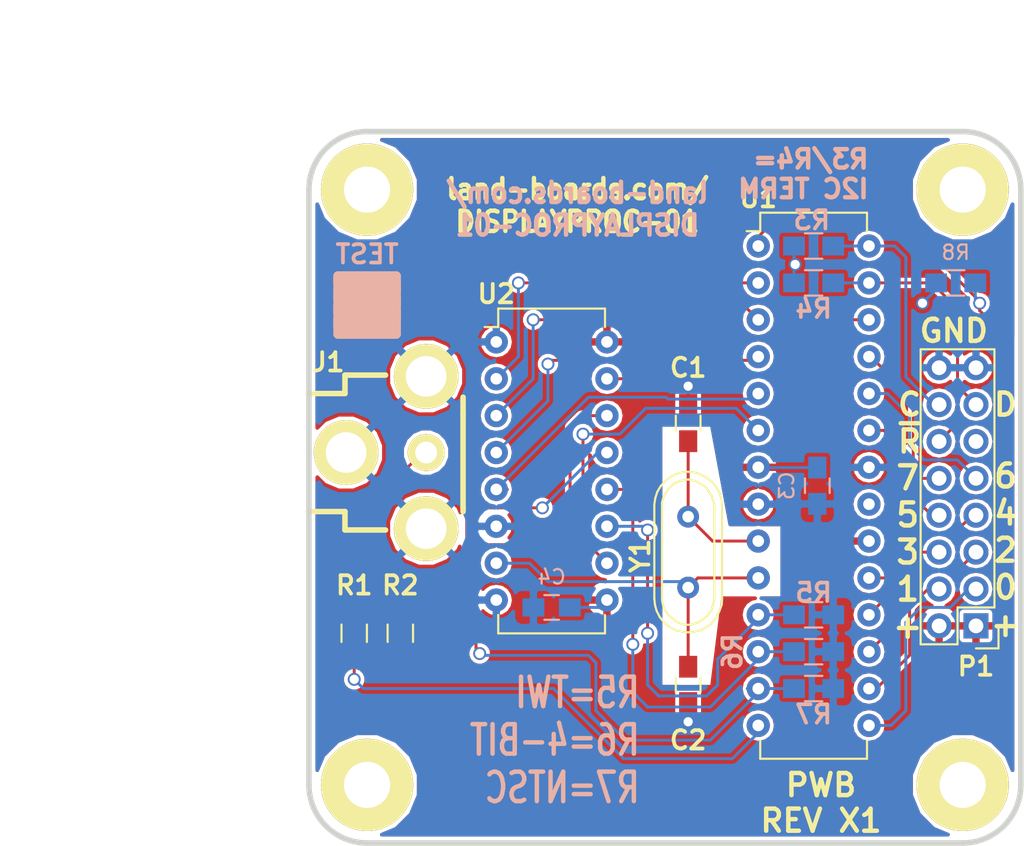
<source format=kicad_pcb>
(kicad_pcb (version 4) (host pcbnew "(after 2015-mar-04 BZR unknown)-product")

  (general
    (links 61)
    (no_connects 0)
    (area 133.617999 71.494801 206.076334 129.222501)
    (thickness 1.6002)
    (drawings 25)
    (tracks 214)
    (zones 0)
    (modules 22)
    (nets 28)
  )

  (page A)
  (title_block
    (title LED-TEST-2)
    (date "Thursday, October 06, 2016")
    (rev X1)
  )

  (layers
    (0 Front signal)
    (31 Back signal)
    (36 B.SilkS user)
    (37 F.SilkS user)
    (38 B.Mask user)
    (39 F.Mask user)
    (40 Dwgs.User user)
    (41 Cmts.User user)
    (44 Edge.Cuts user)
  )

  (setup
    (last_trace_width 0.2032)
    (user_trace_width 0.635)
    (trace_clearance 0.254)
    (zone_clearance 0.254)
    (zone_45_only no)
    (trace_min 0.2032)
    (segment_width 0.381)
    (edge_width 0.381)
    (via_size 0.889)
    (via_drill 0.635)
    (via_min_size 0.889)
    (via_min_drill 0.508)
    (uvia_size 0.508)
    (uvia_drill 0.127)
    (uvias_allowed no)
    (uvia_min_size 0.508)
    (uvia_min_drill 0.127)
    (pcb_text_width 0.3048)
    (pcb_text_size 1.524 2.032)
    (mod_edge_width 0.381)
    (mod_text_size 1.27 1.27)
    (mod_text_width 0.254)
    (pad_size 1.6764 1.6764)
    (pad_drill 0.8128)
    (pad_to_mask_clearance 0.254)
    (aux_axis_origin 0 0)
    (visible_elements 7FFFFF6F)
    (pcbplotparams
      (layerselection 0x010f0_80000001)
      (usegerberextensions true)
      (excludeedgelayer true)
      (linewidth 0.150000)
      (plotframeref false)
      (viasonmask false)
      (mode 1)
      (useauxorigin false)
      (hpglpennumber 1)
      (hpglpenspeed 20)
      (hpglpendiameter 15)
      (hpglpenoverlay 0)
      (psnegative false)
      (psa4output false)
      (plotreference true)
      (plotvalue false)
      (plotinvisibletext false)
      (padsonsilk false)
      (subtractmaskfromsilk false)
      (outputformat 1)
      (mirror false)
      (drillshape 0)
      (scaleselection 1)
      (outputdirectory plots/))
  )

  (net 0 "")
  (net 1 "Net-(C1-Pad1)")
  (net 2 GND)
  (net 3 "Net-(C2-Pad1)")
  (net 4 VCC)
  (net 5 /ID0)
  (net 6 /ID1)
  (net 7 /ID2)
  (net 8 /ID3)
  (net 9 /ID4)
  (net 10 /ID5)
  (net 11 /ID6)
  (net 12 /ID7)
  (net 13 /ACKSDA)
  (net 14 /AVAILSCL)
  (net 15 "Net-(J1-Pad4)")
  (net 16 "Net-(R1-Pad2)")
  (net 17 "Net-(R2-Pad2)")
  (net 18 /VD0)
  (net 19 /VD1)
  (net 20 /VD2)
  (net 21 /VD3)
  (net 22 /VD4)
  (net 23 /VD5)
  (net 24 /VD6)
  (net 25 /VD7)
  (net 26 /~LD)
  (net 27 /~RES)

  (net_class Default "This is the default net class."
    (clearance 0.254)
    (trace_width 0.2032)
    (via_dia 0.889)
    (via_drill 0.635)
    (uvia_dia 0.508)
    (uvia_drill 0.127)
    (add_net /ACKSDA)
    (add_net /AVAILSCL)
    (add_net /ID0)
    (add_net /ID1)
    (add_net /ID2)
    (add_net /ID3)
    (add_net /ID4)
    (add_net /ID5)
    (add_net /ID6)
    (add_net /ID7)
    (add_net /VD0)
    (add_net /VD1)
    (add_net /VD2)
    (add_net /VD3)
    (add_net /VD4)
    (add_net /VD5)
    (add_net /VD6)
    (add_net /VD7)
    (add_net /~LD)
    (add_net /~RES)
    (add_net GND)
    (add_net "Net-(C1-Pad1)")
    (add_net "Net-(C2-Pad1)")
    (add_net "Net-(J1-Pad4)")
    (add_net "Net-(R1-Pad2)")
    (add_net "Net-(R2-Pad2)")
    (add_net VCC)
  )

  (module MTG-4-40 (layer Front) (tedit 50F036E3) (tstamp 51B4F699)
    (at 200 125)
    (path /50D9D700)
    (fp_text reference MTG4 (at -6.858 -0.635) (layer F.SilkS) hide
      (effects (font (size 1.27 1.27) (thickness 0.254)))
    )
    (fp_text value CONN_1 (at 0 -5.08) (layer F.SilkS) hide
      (effects (font (thickness 0.3048)))
    )
    (pad 1 thru_hole circle (at 0 0) (size 6.35 6.35) (drill 3.175) (layers *.Cu *.Mask F.SilkS))
  )

  (module MTG-4-40 (layer Front) (tedit 50F036E3) (tstamp 51B4F69E)
    (at 159 125)
    (path /50D9D6F9)
    (fp_text reference MTG3 (at -6.858 -0.635) (layer F.SilkS) hide
      (effects (font (size 1.27 1.27) (thickness 0.254)))
    )
    (fp_text value CONN_1 (at 0 -5.08) (layer F.SilkS) hide
      (effects (font (thickness 0.3048)))
    )
    (pad 1 thru_hole circle (at 0 0) (size 6.35 6.35) (drill 3.175) (layers *.Cu *.Mask F.SilkS))
  )

  (module MTG-4-40 (layer Front) (tedit 50F036E3) (tstamp 51B4F6A3)
    (at 200 84)
    (path /50D9D6F4)
    (fp_text reference MTG2 (at -6.858 -0.635) (layer F.SilkS) hide
      (effects (font (size 1.27 1.27) (thickness 0.254)))
    )
    (fp_text value CONN_1 (at 0 -5.08) (layer F.SilkS) hide
      (effects (font (thickness 0.3048)))
    )
    (pad 1 thru_hole circle (at 0 0) (size 6.35 6.35) (drill 3.175) (layers *.Cu *.Mask F.SilkS))
  )

  (module MTG-4-40 (layer Front) (tedit 50F036E3) (tstamp 51B4F6A8)
    (at 159 84)
    (path /50D9D6EF)
    (fp_text reference MTG1 (at -6.858 -0.635) (layer F.SilkS) hide
      (effects (font (size 1.27 1.27) (thickness 0.254)))
    )
    (fp_text value CONN_1 (at 0 -5.08) (layer F.SilkS) hide
      (effects (font (thickness 0.3048)))
    )
    (pad 1 thru_hole circle (at 0 0) (size 6.35 6.35) (drill 3.175) (layers *.Cu *.Mask F.SilkS))
  )

  (module Capacitors_SMD:C_0805_HandSoldering (layer Front) (tedit 5820C573) (tstamp 5820C99C)
    (at 181.102 100.076 90)
    (descr "Capacitor SMD 0805, hand soldering")
    (tags "capacitor 0805")
    (path /5820BAF7)
    (attr smd)
    (fp_text reference C1 (at 3.81 0 180) (layer F.SilkS)
      (effects (font (size 1.27 1.27) (thickness 0.254)))
    )
    (fp_text value 22pF (at 0 2.1 90) (layer F.SilkS) hide
      (effects (font (size 1 1) (thickness 0.15)))
    )
    (fp_line (start -1 0.625) (end -1 -0.625) (layer F.Fab) (width 0.15))
    (fp_line (start 1 0.625) (end -1 0.625) (layer F.Fab) (width 0.15))
    (fp_line (start 1 -0.625) (end 1 0.625) (layer F.Fab) (width 0.15))
    (fp_line (start -1 -0.625) (end 1 -0.625) (layer F.Fab) (width 0.15))
    (fp_line (start -2.3 -1) (end 2.3 -1) (layer F.CrtYd) (width 0.05))
    (fp_line (start -2.3 1) (end 2.3 1) (layer F.CrtYd) (width 0.05))
    (fp_line (start -2.3 -1) (end -2.3 1) (layer F.CrtYd) (width 0.05))
    (fp_line (start 2.3 -1) (end 2.3 1) (layer F.CrtYd) (width 0.05))
    (fp_line (start 0.5 -0.85) (end -0.5 -0.85) (layer F.SilkS) (width 0.15))
    (fp_line (start -0.5 0.85) (end 0.5 0.85) (layer F.SilkS) (width 0.15))
    (pad 1 smd rect (at -1.25 0 90) (size 1.5 1.25) (layers Front F.Mask)
      (net 1 "Net-(C1-Pad1)"))
    (pad 2 smd rect (at 1.25 0 90) (size 1.5 1.25) (layers Front F.Mask)
      (net 2 GND))
    (model Capacitors_SMD.3dshapes/C_0805_HandSoldering.wrl
      (at (xyz 0 0 0))
      (scale (xyz 1 1 1))
      (rotate (xyz 0 0 0))
    )
  )

  (module Capacitors_SMD:C_0805_HandSoldering (layer Front) (tedit 5820C56D) (tstamp 5820C9AC)
    (at 181.102 118.11 270)
    (descr "Capacitor SMD 0805, hand soldering")
    (tags "capacitor 0805")
    (path /5820BB51)
    (attr smd)
    (fp_text reference C2 (at 3.81 0 360) (layer F.SilkS)
      (effects (font (size 1.27 1.27) (thickness 0.254)))
    )
    (fp_text value 22pF (at 0 2.1 270) (layer F.SilkS) hide
      (effects (font (size 1 1) (thickness 0.15)))
    )
    (fp_line (start -1 0.625) (end -1 -0.625) (layer F.Fab) (width 0.15))
    (fp_line (start 1 0.625) (end -1 0.625) (layer F.Fab) (width 0.15))
    (fp_line (start 1 -0.625) (end 1 0.625) (layer F.Fab) (width 0.15))
    (fp_line (start -1 -0.625) (end 1 -0.625) (layer F.Fab) (width 0.15))
    (fp_line (start -2.3 -1) (end 2.3 -1) (layer F.CrtYd) (width 0.05))
    (fp_line (start -2.3 1) (end 2.3 1) (layer F.CrtYd) (width 0.05))
    (fp_line (start -2.3 -1) (end -2.3 1) (layer F.CrtYd) (width 0.05))
    (fp_line (start 2.3 -1) (end 2.3 1) (layer F.CrtYd) (width 0.05))
    (fp_line (start 0.5 -0.85) (end -0.5 -0.85) (layer F.SilkS) (width 0.15))
    (fp_line (start -0.5 0.85) (end 0.5 0.85) (layer F.SilkS) (width 0.15))
    (pad 1 smd rect (at -1.25 0 270) (size 1.5 1.25) (layers Front F.Mask)
      (net 3 "Net-(C2-Pad1)"))
    (pad 2 smd rect (at 1.25 0 270) (size 1.5 1.25) (layers Front F.Mask)
      (net 2 GND))
    (model Capacitors_SMD.3dshapes/C_0805_HandSoldering.wrl
      (at (xyz 0 0 0))
      (scale (xyz 1 1 1))
      (rotate (xyz 0 0 0))
    )
  )

  (module Pin_Headers:Pin_Header_Straight_2x08 (layer Front) (tedit 5820C579) (tstamp 5820C9CC)
    (at 200.914 114.046 180)
    (descr "Through hole pin header")
    (tags "pin header")
    (path /5820CDBE)
    (fp_text reference P1 (at 0 -2.794 180) (layer F.SilkS)
      (effects (font (size 1.27 1.27) (thickness 0.254)))
    )
    (fp_text value CONN_02X08 (at 0 -3.1 180) (layer F.SilkS) hide
      (effects (font (size 1 1) (thickness 0.15)))
    )
    (fp_line (start -1.75 -1.75) (end -1.75 19.55) (layer F.CrtYd) (width 0.05))
    (fp_line (start 4.3 -1.75) (end 4.3 19.55) (layer F.CrtYd) (width 0.05))
    (fp_line (start -1.75 -1.75) (end 4.3 -1.75) (layer F.CrtYd) (width 0.05))
    (fp_line (start -1.75 19.55) (end 4.3 19.55) (layer F.CrtYd) (width 0.05))
    (fp_line (start 3.81 19.05) (end 3.81 -1.27) (layer F.SilkS) (width 0.15))
    (fp_line (start -1.27 1.27) (end -1.27 19.05) (layer F.SilkS) (width 0.15))
    (fp_line (start 3.81 19.05) (end -1.27 19.05) (layer F.SilkS) (width 0.15))
    (fp_line (start 3.81 -1.27) (end 1.27 -1.27) (layer F.SilkS) (width 0.15))
    (fp_line (start 0 -1.55) (end -1.55 -1.55) (layer F.SilkS) (width 0.15))
    (fp_line (start 1.27 -1.27) (end 1.27 1.27) (layer F.SilkS) (width 0.15))
    (fp_line (start 1.27 1.27) (end -1.27 1.27) (layer F.SilkS) (width 0.15))
    (fp_line (start -1.55 -1.55) (end -1.55 0) (layer F.SilkS) (width 0.15))
    (pad 1 thru_hole rect (at 0 0 180) (size 1.7272 1.7272) (drill 1.016) (layers *.Cu *.Mask)
      (net 4 VCC))
    (pad 2 thru_hole oval (at 2.54 0 180) (size 1.7272 1.7272) (drill 1.016) (layers *.Cu *.Mask)
      (net 4 VCC))
    (pad 3 thru_hole oval (at 0 2.54 180) (size 1.7272 1.7272) (drill 1.016) (layers *.Cu *.Mask)
      (net 5 /ID0))
    (pad 4 thru_hole oval (at 2.54 2.54 180) (size 1.7272 1.7272) (drill 1.016) (layers *.Cu *.Mask)
      (net 6 /ID1))
    (pad 5 thru_hole oval (at 0 5.08 180) (size 1.7272 1.7272) (drill 1.016) (layers *.Cu *.Mask)
      (net 7 /ID2))
    (pad 6 thru_hole oval (at 2.54 5.08 180) (size 1.7272 1.7272) (drill 1.016) (layers *.Cu *.Mask)
      (net 8 /ID3))
    (pad 7 thru_hole oval (at 0 7.62 180) (size 1.7272 1.7272) (drill 1.016) (layers *.Cu *.Mask)
      (net 9 /ID4))
    (pad 8 thru_hole oval (at 2.54 7.62 180) (size 1.7272 1.7272) (drill 1.016) (layers *.Cu *.Mask)
      (net 10 /ID5))
    (pad 9 thru_hole oval (at 0 10.16 180) (size 1.7272 1.7272) (drill 1.016) (layers *.Cu *.Mask)
      (net 11 /ID6))
    (pad 10 thru_hole oval (at 2.54 10.16 180) (size 1.7272 1.7272) (drill 1.016) (layers *.Cu *.Mask)
      (net 12 /ID7))
    (pad 11 thru_hole oval (at 0 12.7 180) (size 1.7272 1.7272) (drill 1.016) (layers *.Cu *.Mask))
    (pad 12 thru_hole oval (at 2.54 12.7 180) (size 1.7272 1.7272) (drill 1.016) (layers *.Cu *.Mask)
      (net 27 /~RES))
    (pad 13 thru_hole oval (at 0 15.24 180) (size 1.7272 1.7272) (drill 1.016) (layers *.Cu *.Mask)
      (net 13 /ACKSDA))
    (pad 14 thru_hole oval (at 2.54 15.24 180) (size 1.7272 1.7272) (drill 1.016) (layers *.Cu *.Mask)
      (net 14 /AVAILSCL))
    (pad 15 thru_hole oval (at 0 17.78 180) (size 1.7272 1.7272) (drill 1.016) (layers *.Cu *.Mask)
      (net 2 GND))
    (pad 16 thru_hole oval (at 2.54 17.78 180) (size 1.7272 1.7272) (drill 1.016) (layers *.Cu *.Mask)
      (net 2 GND))
    (model Pin_Headers.3dshapes/Pin_Header_Straight_2x08.wrl
      (at (xyz 0.05 -0.35 0))
      (scale (xyz 1 1 1))
      (rotate (xyz 0 0 90))
    )
  )

  (module Resistors_SMD:R_0805_HandSoldering (layer Front) (tedit 5820C55E) (tstamp 5820C9D8)
    (at 158.115 114.554 270)
    (descr "Resistor SMD 0805, hand soldering")
    (tags "resistor 0805")
    (path /5820C889)
    (attr smd)
    (fp_text reference R1 (at -3.302 0 360) (layer F.SilkS)
      (effects (font (size 1.27 1.27) (thickness 0.254)))
    )
    (fp_text value 470 (at 0 2.1 270) (layer F.SilkS) hide
      (effects (font (size 1 1) (thickness 0.15)))
    )
    (fp_line (start -2.4 -1) (end 2.4 -1) (layer F.CrtYd) (width 0.05))
    (fp_line (start -2.4 1) (end 2.4 1) (layer F.CrtYd) (width 0.05))
    (fp_line (start -2.4 -1) (end -2.4 1) (layer F.CrtYd) (width 0.05))
    (fp_line (start 2.4 -1) (end 2.4 1) (layer F.CrtYd) (width 0.05))
    (fp_line (start 0.6 0.875) (end -0.6 0.875) (layer F.SilkS) (width 0.15))
    (fp_line (start -0.6 -0.875) (end 0.6 -0.875) (layer F.SilkS) (width 0.15))
    (pad 1 smd rect (at -1.35 0 270) (size 1.5 1.3) (layers Front F.Mask)
      (net 15 "Net-(J1-Pad4)"))
    (pad 2 smd rect (at 1.35 0 270) (size 1.5 1.3) (layers Front F.Mask)
      (net 16 "Net-(R1-Pad2)"))
    (model Resistors_SMD.3dshapes/R_0805_HandSoldering.wrl
      (at (xyz 0 0 0))
      (scale (xyz 1 1 1))
      (rotate (xyz 0 0 0))
    )
  )

  (module Resistors_SMD:R_0805_HandSoldering (layer Front) (tedit 5820C559) (tstamp 5820C9E4)
    (at 161.29 114.554 270)
    (descr "Resistor SMD 0805, hand soldering")
    (tags "resistor 0805")
    (path /5820B988)
    (attr smd)
    (fp_text reference R2 (at -3.302 0 360) (layer F.SilkS)
      (effects (font (size 1.27 1.27) (thickness 0.254)))
    )
    (fp_text value 470 (at 0 2.1 270) (layer F.SilkS) hide
      (effects (font (size 1 1) (thickness 0.15)))
    )
    (fp_line (start -2.4 -1) (end 2.4 -1) (layer F.CrtYd) (width 0.05))
    (fp_line (start -2.4 1) (end 2.4 1) (layer F.CrtYd) (width 0.05))
    (fp_line (start -2.4 -1) (end -2.4 1) (layer F.CrtYd) (width 0.05))
    (fp_line (start 2.4 -1) (end 2.4 1) (layer F.CrtYd) (width 0.05))
    (fp_line (start 0.6 0.875) (end -0.6 0.875) (layer F.SilkS) (width 0.15))
    (fp_line (start -0.6 -0.875) (end 0.6 -0.875) (layer F.SilkS) (width 0.15))
    (pad 1 smd rect (at -1.35 0 270) (size 1.5 1.3) (layers Front F.Mask)
      (net 15 "Net-(J1-Pad4)"))
    (pad 2 smd rect (at 1.35 0 270) (size 1.5 1.3) (layers Front F.Mask)
      (net 17 "Net-(R2-Pad2)"))
    (model Resistors_SMD.3dshapes/R_0805_HandSoldering.wrl
      (at (xyz 0 0 0))
      (scale (xyz 1 1 1))
      (rotate (xyz 0 0 0))
    )
  )

  (module Housings_DIP:DIP-28_W7.62mm (layer Front) (tedit 5820B9BB) (tstamp 5820CA0F)
    (at 185.928 87.884)
    (descr "28-lead dip package, row spacing 7.62 mm (300 mils)")
    (tags "dil dip 2.54 300")
    (path /5820B4C2)
    (fp_text reference U1 (at 0 -3.302) (layer F.SilkS)
      (effects (font (size 1.27 1.27) (thickness 0.254)))
    )
    (fp_text value ATMEGA328-PU (at 0 -3.72) (layer F.SilkS) hide
      (effects (font (size 1 1) (thickness 0.15)))
    )
    (fp_line (start -1.05 -2.45) (end -1.05 35.5) (layer F.CrtYd) (width 0.05))
    (fp_line (start 8.65 -2.45) (end 8.65 35.5) (layer F.CrtYd) (width 0.05))
    (fp_line (start -1.05 -2.45) (end 8.65 -2.45) (layer F.CrtYd) (width 0.05))
    (fp_line (start -1.05 35.5) (end 8.65 35.5) (layer F.CrtYd) (width 0.05))
    (fp_line (start 0.135 -2.295) (end 0.135 -1.025) (layer F.SilkS) (width 0.15))
    (fp_line (start 7.485 -2.295) (end 7.485 -1.025) (layer F.SilkS) (width 0.15))
    (fp_line (start 7.485 35.315) (end 7.485 34.045) (layer F.SilkS) (width 0.15))
    (fp_line (start 0.135 35.315) (end 0.135 34.045) (layer F.SilkS) (width 0.15))
    (fp_line (start 0.135 -2.295) (end 7.485 -2.295) (layer F.SilkS) (width 0.15))
    (fp_line (start 0.135 35.315) (end 7.485 35.315) (layer F.SilkS) (width 0.15))
    (fp_line (start 0.135 -1.025) (end -0.8 -1.025) (layer F.SilkS) (width 0.15))
    (pad 1 thru_hole oval (at 0 0) (size 1.6 1.6) (drill 0.8) (layers *.Cu *.Mask)
      (net 27 /~RES))
    (pad 2 thru_hole oval (at 0 2.54) (size 1.6 1.6) (drill 0.8) (layers *.Cu *.Mask)
      (net 18 /VD0))
    (pad 3 thru_hole oval (at 0 5.08) (size 1.6 1.6) (drill 0.8) (layers *.Cu *.Mask)
      (net 19 /VD1))
    (pad 4 thru_hole oval (at 0 7.62) (size 1.6 1.6) (drill 0.8) (layers *.Cu *.Mask)
      (net 20 /VD2))
    (pad 5 thru_hole oval (at 0 10.16) (size 1.6 1.6) (drill 0.8) (layers *.Cu *.Mask)
      (net 21 /VD3))
    (pad 6 thru_hole oval (at 0 12.7) (size 1.6 1.6) (drill 0.8) (layers *.Cu *.Mask)
      (net 22 /VD4))
    (pad 7 thru_hole oval (at 0 15.24) (size 1.6 1.6) (drill 0.8) (layers *.Cu *.Mask)
      (net 4 VCC))
    (pad 8 thru_hole oval (at 0 17.78) (size 1.6 1.6) (drill 0.8) (layers *.Cu *.Mask)
      (net 2 GND))
    (pad 9 thru_hole oval (at 0 20.32) (size 1.6 1.6) (drill 0.8) (layers *.Cu *.Mask)
      (net 1 "Net-(C1-Pad1)"))
    (pad 10 thru_hole oval (at 0 22.86) (size 1.6 1.6) (drill 0.8) (layers *.Cu *.Mask)
      (net 3 "Net-(C2-Pad1)"))
    (pad 11 thru_hole oval (at 0 25.4) (size 1.6 1.6) (drill 0.8) (layers *.Cu *.Mask)
      (net 23 /VD5))
    (pad 12 thru_hole oval (at 0 27.94) (size 1.6 1.6) (drill 0.8) (layers *.Cu *.Mask)
      (net 24 /VD6))
    (pad 13 thru_hole oval (at 0 30.48) (size 1.6 1.6) (drill 0.8) (layers *.Cu *.Mask)
      (net 25 /VD7))
    (pad 14 thru_hole oval (at 0 33.02) (size 1.6 1.6) (drill 0.8) (layers *.Cu *.Mask)
      (net 16 "Net-(R1-Pad2)"))
    (pad 15 thru_hole oval (at 7.62 33.02) (size 1.6 1.6) (drill 0.8) (layers *.Cu *.Mask)
      (net 5 /ID0))
    (pad 16 thru_hole oval (at 7.62 30.48) (size 1.6 1.6) (drill 0.8) (layers *.Cu *.Mask)
      (net 6 /ID1))
    (pad 17 thru_hole oval (at 7.62 27.94) (size 1.6 1.6) (drill 0.8) (layers *.Cu *.Mask)
      (net 7 /ID2))
    (pad 18 thru_hole oval (at 7.62 25.4) (size 1.6 1.6) (drill 0.8) (layers *.Cu *.Mask)
      (net 8 /ID3))
    (pad 19 thru_hole oval (at 7.62 22.86) (size 1.6 1.6) (drill 0.8) (layers *.Cu *.Mask)
      (net 9 /ID4))
    (pad 20 thru_hole oval (at 7.62 20.32) (size 1.6 1.6) (drill 0.8) (layers *.Cu *.Mask)
      (net 4 VCC))
    (pad 21 thru_hole oval (at 7.62 17.78) (size 1.6 1.6) (drill 0.8) (layers *.Cu *.Mask))
    (pad 22 thru_hole oval (at 7.62 15.24) (size 1.6 1.6) (drill 0.8) (layers *.Cu *.Mask)
      (net 2 GND))
    (pad 23 thru_hole oval (at 7.62 12.7) (size 1.6 1.6) (drill 0.8) (layers *.Cu *.Mask)
      (net 10 /ID5))
    (pad 24 thru_hole oval (at 7.62 10.16) (size 1.6 1.6) (drill 0.8) (layers *.Cu *.Mask)
      (net 11 /ID6))
    (pad 25 thru_hole oval (at 7.62 7.62) (size 1.6 1.6) (drill 0.8) (layers *.Cu *.Mask)
      (net 12 /ID7))
    (pad 26 thru_hole oval (at 7.62 5.08) (size 1.6 1.6) (drill 0.8) (layers *.Cu *.Mask)
      (net 26 /~LD))
    (pad 27 thru_hole oval (at 7.62 2.54) (size 1.6 1.6) (drill 0.8) (layers *.Cu *.Mask)
      (net 13 /ACKSDA))
    (pad 28 thru_hole oval (at 7.62 0) (size 1.6 1.6) (drill 0.8) (layers *.Cu *.Mask)
      (net 14 /AVAILSCL))
    (model Housings_DIP.3dshapes/DIP-28_W7.62mm.wrl
      (at (xyz 0 0 0))
      (scale (xyz 1 1 1))
      (rotate (xyz 0 0 0))
    )
  )

  (module Housings_DIP:DIP-16_W7.62mm (layer Front) (tedit 5820B9BD) (tstamp 5820CA2E)
    (at 167.894 94.488)
    (descr "16-lead dip package, row spacing 7.62 mm (300 mils)")
    (tags "dil dip 2.54 300")
    (path /5820B5A8)
    (fp_text reference U2 (at 0 -3.302) (layer F.SilkS)
      (effects (font (size 1.27 1.27) (thickness 0.254)))
    )
    (fp_text value 74HCT166 (at 0 -3.72) (layer F.SilkS) hide
      (effects (font (size 1 1) (thickness 0.15)))
    )
    (fp_line (start -1.05 -2.45) (end -1.05 20.25) (layer F.CrtYd) (width 0.05))
    (fp_line (start 8.65 -2.45) (end 8.65 20.25) (layer F.CrtYd) (width 0.05))
    (fp_line (start -1.05 -2.45) (end 8.65 -2.45) (layer F.CrtYd) (width 0.05))
    (fp_line (start -1.05 20.25) (end 8.65 20.25) (layer F.CrtYd) (width 0.05))
    (fp_line (start 0.135 -2.295) (end 0.135 -1.025) (layer F.SilkS) (width 0.15))
    (fp_line (start 7.485 -2.295) (end 7.485 -1.025) (layer F.SilkS) (width 0.15))
    (fp_line (start 7.485 20.075) (end 7.485 18.805) (layer F.SilkS) (width 0.15))
    (fp_line (start 0.135 20.075) (end 0.135 18.805) (layer F.SilkS) (width 0.15))
    (fp_line (start 0.135 -2.295) (end 7.485 -2.295) (layer F.SilkS) (width 0.15))
    (fp_line (start 0.135 20.075) (end 7.485 20.075) (layer F.SilkS) (width 0.15))
    (fp_line (start 0.135 -1.025) (end -0.8 -1.025) (layer F.SilkS) (width 0.15))
    (pad 1 thru_hole oval (at 0 0) (size 1.6 1.6) (drill 0.8) (layers *.Cu *.Mask)
      (net 2 GND))
    (pad 2 thru_hole oval (at 0 2.54) (size 1.6 1.6) (drill 0.8) (layers *.Cu *.Mask)
      (net 18 /VD0))
    (pad 3 thru_hole oval (at 0 5.08) (size 1.6 1.6) (drill 0.8) (layers *.Cu *.Mask)
      (net 19 /VD1))
    (pad 4 thru_hole oval (at 0 7.62) (size 1.6 1.6) (drill 0.8) (layers *.Cu *.Mask)
      (net 20 /VD2))
    (pad 5 thru_hole oval (at 0 10.16) (size 1.6 1.6) (drill 0.8) (layers *.Cu *.Mask)
      (net 21 /VD3))
    (pad 6 thru_hole oval (at 0 12.7) (size 1.6 1.6) (drill 0.8) (layers *.Cu *.Mask)
      (net 2 GND))
    (pad 7 thru_hole oval (at 0 15.24) (size 1.6 1.6) (drill 0.8) (layers *.Cu *.Mask)
      (net 3 "Net-(C2-Pad1)"))
    (pad 8 thru_hole oval (at 0 17.78) (size 1.6 1.6) (drill 0.8) (layers *.Cu *.Mask)
      (net 2 GND))
    (pad 9 thru_hole oval (at 7.62 17.78) (size 1.6 1.6) (drill 0.8) (layers *.Cu *.Mask)
      (net 4 VCC))
    (pad 10 thru_hole oval (at 7.62 15.24) (size 1.6 1.6) (drill 0.8) (layers *.Cu *.Mask)
      (net 22 /VD4))
    (pad 11 thru_hole oval (at 7.62 12.7) (size 1.6 1.6) (drill 0.8) (layers *.Cu *.Mask)
      (net 23 /VD5))
    (pad 12 thru_hole oval (at 7.62 10.16) (size 1.6 1.6) (drill 0.8) (layers *.Cu *.Mask)
      (net 24 /VD6))
    (pad 13 thru_hole oval (at 7.62 7.62) (size 1.6 1.6) (drill 0.8) (layers *.Cu *.Mask)
      (net 17 "Net-(R2-Pad2)"))
    (pad 14 thru_hole oval (at 7.62 5.08) (size 1.6 1.6) (drill 0.8) (layers *.Cu *.Mask)
      (net 25 /VD7))
    (pad 15 thru_hole oval (at 7.62 2.54) (size 1.6 1.6) (drill 0.8) (layers *.Cu *.Mask)
      (net 26 /~LD))
    (pad 16 thru_hole oval (at 7.62 0) (size 1.6 1.6) (drill 0.8) (layers *.Cu *.Mask)
      (net 4 VCC))
    (model Housings_DIP.3dshapes/DIP-16_W7.62mm.wrl
      (at (xyz 0 0 0))
      (scale (xyz 1 1 1))
      (rotate (xyz 0 0 0))
    )
  )

  (module Crystals:Crystal_HC49-U_Vertical (layer Front) (tedit 58235A7B) (tstamp 5820CA67)
    (at 181.102 108.966 90)
    (descr "Crystal Quarz HC49/U vertical stehend")
    (tags "Crystal Quarz HC49/U vertical stehend")
    (path /5820BAAA)
    (fp_text reference Y1 (at -0.254 -3.302 90) (layer F.SilkS)
      (effects (font (size 1.27 1.27) (thickness 0.254)))
    )
    (fp_text value 16MHz (at 0 3.81 90) (layer F.SilkS) hide
      (effects (font (size 1 1) (thickness 0.15)))
    )
    (fp_line (start 4.699 -1.00076) (end 4.89966 -0.59944) (layer F.SilkS) (width 0.15))
    (fp_line (start 4.89966 -0.59944) (end 5.00126 0) (layer F.SilkS) (width 0.15))
    (fp_line (start 5.00126 0) (end 4.89966 0.50038) (layer F.SilkS) (width 0.15))
    (fp_line (start 4.89966 0.50038) (end 4.50088 1.19888) (layer F.SilkS) (width 0.15))
    (fp_line (start 4.50088 1.19888) (end 3.8989 1.6002) (layer F.SilkS) (width 0.15))
    (fp_line (start 3.8989 1.6002) (end 3.29946 1.80086) (layer F.SilkS) (width 0.15))
    (fp_line (start 3.29946 1.80086) (end -3.29946 1.80086) (layer F.SilkS) (width 0.15))
    (fp_line (start -3.29946 1.80086) (end -4.0005 1.6002) (layer F.SilkS) (width 0.15))
    (fp_line (start -4.0005 1.6002) (end -4.39928 1.30048) (layer F.SilkS) (width 0.15))
    (fp_line (start -4.39928 1.30048) (end -4.8006 0.8001) (layer F.SilkS) (width 0.15))
    (fp_line (start -4.8006 0.8001) (end -5.00126 0.20066) (layer F.SilkS) (width 0.15))
    (fp_line (start -5.00126 0.20066) (end -5.00126 -0.29972) (layer F.SilkS) (width 0.15))
    (fp_line (start -5.00126 -0.29972) (end -4.8006 -0.8001) (layer F.SilkS) (width 0.15))
    (fp_line (start -4.8006 -0.8001) (end -4.30022 -1.39954) (layer F.SilkS) (width 0.15))
    (fp_line (start -4.30022 -1.39954) (end -3.79984 -1.69926) (layer F.SilkS) (width 0.15))
    (fp_line (start -3.79984 -1.69926) (end -3.29946 -1.80086) (layer F.SilkS) (width 0.15))
    (fp_line (start -3.2004 -1.80086) (end 3.40106 -1.80086) (layer F.SilkS) (width 0.15))
    (fp_line (start 3.40106 -1.80086) (end 3.79984 -1.69926) (layer F.SilkS) (width 0.15))
    (fp_line (start 3.79984 -1.69926) (end 4.30022 -1.39954) (layer F.SilkS) (width 0.15))
    (fp_line (start 4.30022 -1.39954) (end 4.8006 -0.89916) (layer F.SilkS) (width 0.15))
    (fp_line (start -3.19024 -2.32918) (end -3.64998 -2.28092) (layer F.SilkS) (width 0.15))
    (fp_line (start -3.64998 -2.28092) (end -4.04876 -2.16916) (layer F.SilkS) (width 0.15))
    (fp_line (start -4.04876 -2.16916) (end -4.48056 -1.95072) (layer F.SilkS) (width 0.15))
    (fp_line (start -4.48056 -1.95072) (end -4.77012 -1.71958) (layer F.SilkS) (width 0.15))
    (fp_line (start -4.77012 -1.71958) (end -5.10032 -1.36906) (layer F.SilkS) (width 0.15))
    (fp_line (start -5.10032 -1.36906) (end -5.38988 -0.83058) (layer F.SilkS) (width 0.15))
    (fp_line (start -5.38988 -0.83058) (end -5.51942 -0.23114) (layer F.SilkS) (width 0.15))
    (fp_line (start -5.51942 -0.23114) (end -5.51942 0.2794) (layer F.SilkS) (width 0.15))
    (fp_line (start -5.51942 0.2794) (end -5.34924 0.98044) (layer F.SilkS) (width 0.15))
    (fp_line (start -5.34924 0.98044) (end -4.95046 1.56972) (layer F.SilkS) (width 0.15))
    (fp_line (start -4.95046 1.56972) (end -4.49072 1.94056) (layer F.SilkS) (width 0.15))
    (fp_line (start -4.49072 1.94056) (end -4.06908 2.14884) (layer F.SilkS) (width 0.15))
    (fp_line (start -4.06908 2.14884) (end -3.6195 2.30886) (layer F.SilkS) (width 0.15))
    (fp_line (start -3.6195 2.30886) (end -3.18008 2.33934) (layer F.SilkS) (width 0.15))
    (fp_line (start 4.16052 2.1209) (end 4.53898 1.89992) (layer F.SilkS) (width 0.15))
    (fp_line (start 4.53898 1.89992) (end 4.85902 1.62052) (layer F.SilkS) (width 0.15))
    (fp_line (start 4.85902 1.62052) (end 5.11048 1.29032) (layer F.SilkS) (width 0.15))
    (fp_line (start 5.11048 1.29032) (end 5.4102 0.73914) (layer F.SilkS) (width 0.15))
    (fp_line (start 5.4102 0.73914) (end 5.51942 0.26924) (layer F.SilkS) (width 0.15))
    (fp_line (start 5.51942 0.26924) (end 5.53974 -0.1905) (layer F.SilkS) (width 0.15))
    (fp_line (start 5.53974 -0.1905) (end 5.45084 -0.65024) (layer F.SilkS) (width 0.15))
    (fp_line (start 5.45084 -0.65024) (end 5.26034 -1.09982) (layer F.SilkS) (width 0.15))
    (fp_line (start 5.26034 -1.09982) (end 4.89966 -1.56972) (layer F.SilkS) (width 0.15))
    (fp_line (start 4.89966 -1.56972) (end 4.54914 -1.88976) (layer F.SilkS) (width 0.15))
    (fp_line (start 4.54914 -1.88976) (end 4.16052 -2.1209) (layer F.SilkS) (width 0.15))
    (fp_line (start 4.16052 -2.1209) (end 3.73126 -2.2606) (layer F.SilkS) (width 0.15))
    (fp_line (start 3.73126 -2.2606) (end 3.2893 -2.32918) (layer F.SilkS) (width 0.15))
    (fp_line (start -3.2004 2.32918) (end 3.2512 2.32918) (layer F.SilkS) (width 0.15))
    (fp_line (start 3.2512 2.32918) (end 3.6703 2.29108) (layer F.SilkS) (width 0.15))
    (fp_line (start 3.6703 2.29108) (end 4.16052 2.1209) (layer F.SilkS) (width 0.15))
    (fp_line (start -3.2004 -2.32918) (end 3.2512 -2.32918) (layer F.SilkS) (width 0.15))
    (pad 1 thru_hole circle (at -2.44094 0 90) (size 1.50114 1.50114) (drill 0.8001) (layers *.Cu *.Mask)
      (net 3 "Net-(C2-Pad1)"))
    (pad 2 thru_hole circle (at 2.44094 0 90) (size 1.50114 1.50114) (drill 0.8001) (layers *.Cu *.Mask)
      (net 1 "Net-(C1-Pad1)"))
  )

  (module iTheremin:RCA (layer Front) (tedit 5820B996) (tstamp 5820BB6D)
    (at 163.068 102.108 90)
    (path /5820C962)
    (fp_text reference J1 (at 6.223 -6.731 180) (layer F.SilkS)
      (effects (font (size 1.27 1.27) (thickness 0.254)))
    )
    (fp_text value RCA-JACK (at -10.033 -2.286 180) (layer F.SilkS) hide
      (effects (font (thickness 0.3048)))
    )
    (fp_line (start -3.81 2.54) (end -4.064 2.54) (layer F.SilkS) (width 0.381))
    (fp_line (start 2.54 2.54) (end 3.81 2.54) (layer F.SilkS) (width 0.381))
    (fp_line (start 5.334 -2.794) (end 5.334 -5.588) (layer F.SilkS) (width 0.381))
    (fp_line (start 5.334 -5.588) (end 4.064 -5.588) (layer F.SilkS) (width 0.381))
    (fp_line (start 4.064 -5.588) (end 4.064 -8.128) (layer F.SilkS) (width 0.381))
    (fp_line (start -5.334 -2.794) (end -5.334 -5.588) (layer F.SilkS) (width 0.381))
    (fp_line (start -5.334 -5.588) (end -4.064 -5.588) (layer F.SilkS) (width 0.381))
    (fp_line (start -4.064 -5.588) (end -4.064 -8.128) (layer F.SilkS) (width 0.381))
    (fp_line (start -3.81 2.54) (end 2.54 2.54) (layer F.SilkS) (width 0.381))
    (pad 1 thru_hole circle (at 0 -5.5118 90) (size 4.445 4.445) (drill 2.794) (layers *.Cu *.Mask F.SilkS)
      (net 2 GND))
    (pad 2 thru_hole circle (at -5.2451 0 90) (size 4.445 4.445) (drill 2.794) (layers *.Cu *.Mask F.SilkS)
      (net 2 GND))
    (pad 3 thru_hole circle (at 5.2451 0 90) (size 4.445 4.445) (drill 2.794) (layers *.Cu *.Mask F.SilkS)
      (net 2 GND))
    (pad 4 thru_hole circle (at 0 0 90) (size 2.54 2.54) (drill 1.4986) (layers *.Cu *.Mask F.SilkS)
      (net 15 "Net-(J1-Pad4)"))
  )

  (module Resistors_SMD:R_0805_HandSoldering (layer Back) (tedit 582358C0) (tstamp 5820D29E)
    (at 189.738 113.284)
    (descr "Resistor SMD 0805, hand soldering")
    (tags "resistor 0805")
    (path /5820C2E4)
    (attr smd)
    (fp_text reference R5 (at 0 -1.524) (layer B.SilkS)
      (effects (font (size 1.27 1.27) (thickness 0.254)) (justify mirror))
    )
    (fp_text value 10K (at 0 -2.1) (layer F.SilkS) hide
      (effects (font (size 1 1) (thickness 0.15)))
    )
    (fp_line (start -2.4 1) (end 2.4 1) (layer B.CrtYd) (width 0.05))
    (fp_line (start -2.4 -1) (end 2.4 -1) (layer B.CrtYd) (width 0.05))
    (fp_line (start -2.4 1) (end -2.4 -1) (layer B.CrtYd) (width 0.05))
    (fp_line (start 2.4 1) (end 2.4 -1) (layer B.CrtYd) (width 0.05))
    (fp_line (start 0.6 -0.875) (end -0.6 -0.875) (layer B.SilkS) (width 0.15))
    (fp_line (start -0.6 0.875) (end 0.6 0.875) (layer B.SilkS) (width 0.15))
    (pad 1 smd rect (at -1.35 0) (size 1.5 1.3) (layers Back B.Mask)
      (net 23 /VD5))
    (pad 2 smd rect (at 1.35 0) (size 1.5 1.3) (layers Back B.Mask)
      (net 2 GND))
    (model Resistors_SMD.3dshapes/R_0805_HandSoldering.wrl
      (at (xyz 0 0 0))
      (scale (xyz 1 1 1))
      (rotate (xyz 0 0 0))
    )
  )

  (module Resistors_SMD:R_0805_HandSoldering (layer Back) (tedit 582358C4) (tstamp 5820D2AA)
    (at 189.738 115.824)
    (descr "Resistor SMD 0805, hand soldering")
    (tags "resistor 0805")
    (path /5820C43C)
    (attr smd)
    (fp_text reference R6 (at -5.588 0 90) (layer B.SilkS)
      (effects (font (size 1.27 1.27) (thickness 0.254)) (justify mirror))
    )
    (fp_text value 10K (at 0 -2.1) (layer F.SilkS) hide
      (effects (font (size 1 1) (thickness 0.15)))
    )
    (fp_line (start -2.4 1) (end 2.4 1) (layer B.CrtYd) (width 0.05))
    (fp_line (start -2.4 -1) (end 2.4 -1) (layer B.CrtYd) (width 0.05))
    (fp_line (start -2.4 1) (end -2.4 -1) (layer B.CrtYd) (width 0.05))
    (fp_line (start 2.4 1) (end 2.4 -1) (layer B.CrtYd) (width 0.05))
    (fp_line (start 0.6 -0.875) (end -0.6 -0.875) (layer B.SilkS) (width 0.15))
    (fp_line (start -0.6 0.875) (end 0.6 0.875) (layer B.SilkS) (width 0.15))
    (pad 1 smd rect (at -1.35 0) (size 1.5 1.3) (layers Back B.Mask)
      (net 24 /VD6))
    (pad 2 smd rect (at 1.35 0) (size 1.5 1.3) (layers Back B.Mask)
      (net 2 GND))
    (model Resistors_SMD.3dshapes/R_0805_HandSoldering.wrl
      (at (xyz 0 0 0))
      (scale (xyz 1 1 1))
      (rotate (xyz 0 0 0))
    )
  )

  (module Resistors_SMD:R_0805_HandSoldering (layer Back) (tedit 582358CA) (tstamp 5820D2B6)
    (at 189.738 118.364)
    (descr "Resistor SMD 0805, hand soldering")
    (tags "resistor 0805")
    (path /5820C46C)
    (attr smd)
    (fp_text reference R7 (at 0 1.778) (layer B.SilkS)
      (effects (font (size 1.27 1.27) (thickness 0.254)) (justify mirror))
    )
    (fp_text value 10K (at 0 -2.1) (layer F.SilkS) hide
      (effects (font (size 1 1) (thickness 0.15)))
    )
    (fp_line (start -2.4 1) (end 2.4 1) (layer B.CrtYd) (width 0.05))
    (fp_line (start -2.4 -1) (end 2.4 -1) (layer B.CrtYd) (width 0.05))
    (fp_line (start -2.4 1) (end -2.4 -1) (layer B.CrtYd) (width 0.05))
    (fp_line (start 2.4 1) (end 2.4 -1) (layer B.CrtYd) (width 0.05))
    (fp_line (start 0.6 -0.875) (end -0.6 -0.875) (layer B.SilkS) (width 0.15))
    (fp_line (start -0.6 0.875) (end 0.6 0.875) (layer B.SilkS) (width 0.15))
    (pad 1 smd rect (at -1.35 0) (size 1.5 1.3) (layers Back B.Mask)
      (net 25 /VD7))
    (pad 2 smd rect (at 1.35 0) (size 1.5 1.3) (layers Back B.Mask)
      (net 2 GND))
    (model Resistors_SMD.3dshapes/R_0805_HandSoldering.wrl
      (at (xyz 0 0 0))
      (scale (xyz 1 1 1))
      (rotate (xyz 0 0 0))
    )
  )

  (module DougsNewMods:TEST_BLK-REAR (layer Front) (tedit 5820C550) (tstamp 5820D2CD)
    (at 159.004 91.948)
    (path /5820CDD8)
    (fp_text reference TEST (at 0 -3.5) (layer B.SilkS)
      (effects (font (size 1.27 1.27) (thickness 0.254)) (justify mirror))
    )
    (fp_text value COUPON (at 0 4) (layer F.SilkS) hide
      (effects (font (thickness 0.3048)))
    )
    (fp_line (start -2 -2) (end 2 -2) (layer B.SilkS) (width 0.65))
    (fp_line (start 2 -2) (end 2 2) (layer B.SilkS) (width 0.65))
    (fp_line (start 2 2) (end -2 2) (layer B.SilkS) (width 0.65))
    (fp_line (start -2 2) (end -2 -2) (layer B.SilkS) (width 0.65))
    (fp_line (start -2 -2) (end -2 -1.5) (layer B.SilkS) (width 0.65))
    (fp_line (start -2 -1.5) (end 2 -1.5) (layer B.SilkS) (width 0.65))
    (fp_line (start 2 -1.5) (end 2 -1) (layer B.SilkS) (width 0.65))
    (fp_line (start 2 -1) (end -2 -1) (layer B.SilkS) (width 0.65))
    (fp_line (start -2 -1) (end -2 -0.5) (layer B.SilkS) (width 0.65))
    (fp_line (start -2 -0.5) (end 2 -0.5) (layer B.SilkS) (width 0.65))
    (fp_line (start 2 -0.5) (end 2 0) (layer B.SilkS) (width 0.65))
    (fp_line (start 2 0) (end -2 0) (layer B.SilkS) (width 0.65))
    (fp_line (start -2 0) (end -2 0.5) (layer B.SilkS) (width 0.65))
    (fp_line (start -2 0.5) (end 1.5 0.5) (layer B.SilkS) (width 0.65))
    (fp_line (start 1.5 0.5) (end 2 0.5) (layer B.SilkS) (width 0.65))
    (fp_line (start 2 0.5) (end 2 1) (layer B.SilkS) (width 0.65))
    (fp_line (start 2 1) (end -2 1) (layer B.SilkS) (width 0.65))
    (fp_line (start -2 1) (end -2 1.5) (layer B.SilkS) (width 0.65))
    (fp_line (start -2 1.5) (end 2 1.5) (layer B.SilkS) (width 0.65))
  )

  (module Resistors_SMD:R_0805_HandSoldering (layer Back) (tedit 582358BA) (tstamp 58235945)
    (at 189.738 90.424 180)
    (descr "Resistor SMD 0805, hand soldering")
    (tags "resistor 0805")
    (path /58235E49)
    (attr smd)
    (fp_text reference R4 (at 0 -1.778 180) (layer B.SilkS)
      (effects (font (size 1.27 1.27) (thickness 0.254)) (justify mirror))
    )
    (fp_text value OPEN (at 0 -2.1 180) (layer F.SilkS) hide
      (effects (font (size 1 1) (thickness 0.15)))
    )
    (fp_line (start -2.4 1) (end 2.4 1) (layer B.CrtYd) (width 0.05))
    (fp_line (start -2.4 -1) (end 2.4 -1) (layer B.CrtYd) (width 0.05))
    (fp_line (start -2.4 1) (end -2.4 -1) (layer B.CrtYd) (width 0.05))
    (fp_line (start 2.4 1) (end 2.4 -1) (layer B.CrtYd) (width 0.05))
    (fp_line (start 0.6 -0.875) (end -0.6 -0.875) (layer B.SilkS) (width 0.15))
    (fp_line (start -0.6 0.875) (end 0.6 0.875) (layer B.SilkS) (width 0.15))
    (pad 1 smd rect (at -1.35 0 180) (size 1.5 1.3) (layers Back B.Mask)
      (net 13 /ACKSDA))
    (pad 2 smd rect (at 1.35 0 180) (size 1.5 1.3) (layers Back B.Mask)
      (net 4 VCC))
    (model Resistors_SMD.3dshapes/R_0805_HandSoldering.wrl
      (at (xyz 0 0 0))
      (scale (xyz 1 1 1))
      (rotate (xyz 0 0 0))
    )
  )

  (module Resistors_SMD:R_0805_HandSoldering (layer Back) (tedit 582358B5) (tstamp 58235951)
    (at 189.738 87.884)
    (descr "Resistor SMD 0805, hand soldering")
    (tags "resistor 0805")
    (path /58235DB4)
    (attr smd)
    (fp_text reference R3 (at -0.127 -1.778) (layer B.SilkS)
      (effects (font (size 1.27 1.27) (thickness 0.254)) (justify mirror))
    )
    (fp_text value OPEN (at 0 -2.1) (layer B.SilkS) hide
      (effects (font (size 1 1) (thickness 0.15)) (justify mirror))
    )
    (fp_line (start -2.4 1) (end 2.4 1) (layer B.CrtYd) (width 0.05))
    (fp_line (start -2.4 -1) (end 2.4 -1) (layer B.CrtYd) (width 0.05))
    (fp_line (start -2.4 1) (end -2.4 -1) (layer B.CrtYd) (width 0.05))
    (fp_line (start 2.4 1) (end 2.4 -1) (layer B.CrtYd) (width 0.05))
    (fp_line (start 0.6 -0.875) (end -0.6 -0.875) (layer B.SilkS) (width 0.15))
    (fp_line (start -0.6 0.875) (end 0.6 0.875) (layer B.SilkS) (width 0.15))
    (pad 1 smd rect (at -1.35 0) (size 1.5 1.3) (layers Back B.Mask)
      (net 4 VCC))
    (pad 2 smd rect (at 1.35 0) (size 1.5 1.3) (layers Back B.Mask)
      (net 14 /AVAILSCL))
    (model Resistors_SMD.3dshapes/R_0805_HandSoldering.wrl
      (at (xyz 0 0 0))
      (scale (xyz 1 1 1))
      (rotate (xyz 0 0 0))
    )
  )

  (module Capacitors_SMD:C_0805_HandSoldering (layer Back) (tedit 582366EC) (tstamp 58236787)
    (at 189.992 104.394 270)
    (descr "Capacitor SMD 0805, hand soldering")
    (tags "capacitor 0805")
    (path /5823A529)
    (attr smd)
    (fp_text reference C3 (at 0 2.1 270) (layer B.SilkS)
      (effects (font (size 1 1) (thickness 0.15)) (justify mirror))
    )
    (fp_text value 0.1uF (at 0 -2.1 270) (layer B.SilkS) hide
      (effects (font (size 1 1) (thickness 0.15)) (justify mirror))
    )
    (fp_line (start -1 -0.625) (end -1 0.625) (layer B.Fab) (width 0.15))
    (fp_line (start 1 -0.625) (end -1 -0.625) (layer B.Fab) (width 0.15))
    (fp_line (start 1 0.625) (end 1 -0.625) (layer B.Fab) (width 0.15))
    (fp_line (start -1 0.625) (end 1 0.625) (layer B.Fab) (width 0.15))
    (fp_line (start -2.3 1) (end 2.3 1) (layer B.CrtYd) (width 0.05))
    (fp_line (start -2.3 -1) (end 2.3 -1) (layer B.CrtYd) (width 0.05))
    (fp_line (start -2.3 1) (end -2.3 -1) (layer B.CrtYd) (width 0.05))
    (fp_line (start 2.3 1) (end 2.3 -1) (layer B.CrtYd) (width 0.05))
    (fp_line (start 0.5 0.85) (end -0.5 0.85) (layer B.SilkS) (width 0.15))
    (fp_line (start -0.5 -0.85) (end 0.5 -0.85) (layer B.SilkS) (width 0.15))
    (pad 1 smd rect (at -1.25 0 270) (size 1.5 1.25) (layers Back B.Mask)
      (net 4 VCC))
    (pad 2 smd rect (at 1.25 0 270) (size 1.5 1.25) (layers Back B.Mask)
      (net 2 GND))
    (model Capacitors_SMD.3dshapes/C_0805_HandSoldering.wrl
      (at (xyz 0 0 0))
      (scale (xyz 1 1 1))
      (rotate (xyz 0 0 0))
    )
  )

  (module Capacitors_SMD:C_0805_HandSoldering (layer Back) (tedit 582366E7) (tstamp 58236797)
    (at 171.704 112.776 180)
    (descr "Capacitor SMD 0805, hand soldering")
    (tags "capacitor 0805")
    (path /5823A248)
    (attr smd)
    (fp_text reference C4 (at 0 2.1 180) (layer B.SilkS)
      (effects (font (size 1 1) (thickness 0.15)) (justify mirror))
    )
    (fp_text value 0.1uF (at 0 -2.1 180) (layer B.SilkS) hide
      (effects (font (size 1 1) (thickness 0.15)) (justify mirror))
    )
    (fp_line (start -1 -0.625) (end -1 0.625) (layer B.Fab) (width 0.15))
    (fp_line (start 1 -0.625) (end -1 -0.625) (layer B.Fab) (width 0.15))
    (fp_line (start 1 0.625) (end 1 -0.625) (layer B.Fab) (width 0.15))
    (fp_line (start -1 0.625) (end 1 0.625) (layer B.Fab) (width 0.15))
    (fp_line (start -2.3 1) (end 2.3 1) (layer B.CrtYd) (width 0.05))
    (fp_line (start -2.3 -1) (end 2.3 -1) (layer B.CrtYd) (width 0.05))
    (fp_line (start -2.3 1) (end -2.3 -1) (layer B.CrtYd) (width 0.05))
    (fp_line (start 2.3 1) (end 2.3 -1) (layer B.CrtYd) (width 0.05))
    (fp_line (start 0.5 0.85) (end -0.5 0.85) (layer B.SilkS) (width 0.15))
    (fp_line (start -0.5 -0.85) (end 0.5 -0.85) (layer B.SilkS) (width 0.15))
    (pad 1 smd rect (at -1.25 0 180) (size 1.5 1.25) (layers Back B.Mask)
      (net 4 VCC))
    (pad 2 smd rect (at 1.25 0 180) (size 1.5 1.25) (layers Back B.Mask)
      (net 2 GND))
    (model Capacitors_SMD.3dshapes/C_0805_HandSoldering.wrl
      (at (xyz 0 0 0))
      (scale (xyz 1 1 1))
      (rotate (xyz 0 0 0))
    )
  )

  (module Resistors_SMD:R_0805_HandSoldering (layer Back) (tedit 54189DEE) (tstamp 58261848)
    (at 199.517 90.424 180)
    (descr "Resistor SMD 0805, hand soldering")
    (tags "resistor 0805")
    (path /58262281)
    (attr smd)
    (fp_text reference R8 (at 0 2.1 180) (layer B.SilkS)
      (effects (font (size 1 1) (thickness 0.15)) (justify mirror))
    )
    (fp_text value 10K (at 0 -2.1 180) (layer B.Fab)
      (effects (font (size 1 1) (thickness 0.15)) (justify mirror))
    )
    (fp_line (start -2.4 1) (end 2.4 1) (layer B.CrtYd) (width 0.05))
    (fp_line (start -2.4 -1) (end 2.4 -1) (layer B.CrtYd) (width 0.05))
    (fp_line (start -2.4 1) (end -2.4 -1) (layer B.CrtYd) (width 0.05))
    (fp_line (start 2.4 1) (end 2.4 -1) (layer B.CrtYd) (width 0.05))
    (fp_line (start 0.6 -0.875) (end -0.6 -0.875) (layer B.SilkS) (width 0.15))
    (fp_line (start -0.6 0.875) (end 0.6 0.875) (layer B.SilkS) (width 0.15))
    (pad 1 smd rect (at -1.35 0 180) (size 1.5 1.3) (layers Back B.Mask)
      (net 27 /~RES))
    (pad 2 smd rect (at 1.35 0 180) (size 1.5 1.3) (layers Back B.Mask)
      (net 4 VCC))
    (model Resistors_SMD.3dshapes/R_0805_HandSoldering.wrl
      (at (xyz 0 0 0))
      (scale (xyz 1 1 1))
      (rotate (xyz 0 0 0))
    )
  )

  (gr_text ~R (at 196.342 101.346) (layer F.SilkS)
    (effects (font (thickness 0.3048)))
  )
  (gr_text "R3/R4=\nI2C TERM" (at 193.675 82.931) (layer B.SilkS)
    (effects (font (size 1.27 1.27) (thickness 0.3048)) (justify left mirror))
  )
  (gr_text "R5=TWI\nR6=4-BIT\nR7=NTSC" (at 177.927 121.92) (layer B.SilkS)
    (effects (font (size 2.032 1.524) (thickness 0.3048)) (justify left mirror))
  )
  (gr_text D (at 202.946 98.806) (layer F.SilkS)
    (effects (font (thickness 0.3048)))
  )
  (gr_text "7\n5\n3\n1\n+" (at 196.215 108.966) (layer F.SilkS)
    (effects (font (size 1.5875 1.5875) (thickness 0.3048)))
  )
  (gr_text "6\n4\n2\n0\n+" (at 202.946 108.839) (layer F.SilkS)
    (effects (font (size 1.5875 1.5875) (thickness 0.3048)))
  )
  (gr_text C (at 196.342 98.806) (layer F.SilkS)
    (effects (font (thickness 0.3048)))
  )
  (gr_text GND (at 199.39 93.726) (layer F.SilkS)
    (effects (font (thickness 0.3048)))
  )
  (gr_text "land-boards.com/\nDISPLAYPROC-01" (at 173.482 85.09) (layer F.SilkS)
    (effects (font (size 1.397 1.27) (thickness 0.3048)))
  )
  (gr_line (start 184.912 129.032) (end 190.5 129.032) (angle 90) (layer Dwgs.User) (width 0.381))
  (dimension 41 (width 0.3048) (layer Dwgs.User)
    (gr_text "41.000 mm" (at 140.3744 104.5 90) (layer Dwgs.User)
      (effects (font (size 2.032 1.524) (thickness 0.3048)))
    )
    (feature1 (pts (xy 159 84) (xy 138.7488 84)))
    (feature2 (pts (xy 159 125) (xy 138.7488 125)))
    (crossbar (pts (xy 142 125) (xy 142 84)))
    (arrow1a (pts (xy 142 84) (xy 142.58642 85.126503)))
    (arrow1b (pts (xy 142 84) (xy 141.41358 85.126503)))
    (arrow2a (pts (xy 142 125) (xy 142.58642 123.873497)))
    (arrow2b (pts (xy 142 125) (xy 141.41358 123.873497)))
  )
  (dimension 4 (width 0.3048) (layer Dwgs.User)
    (gr_text "4.000 mm" (at 157 73.374401) (layer Dwgs.User)
      (effects (font (size 2.032 1.524) (thickness 0.3048)))
    )
    (feature1 (pts (xy 155 84) (xy 155 71.748801)))
    (feature2 (pts (xy 159 84) (xy 159 71.748801)))
    (crossbar (pts (xy 159 75.000001) (xy 155 75.000001)))
    (arrow1a (pts (xy 155 75.000001) (xy 156.126503 74.413581)))
    (arrow1b (pts (xy 155 75.000001) (xy 156.126503 75.586421)))
    (arrow2a (pts (xy 159 75.000001) (xy 157.873497 74.413581)))
    (arrow2b (pts (xy 159 75.000001) (xy 157.873497 75.586421)))
  )
  (dimension 4 (width 0.3048) (layer Dwgs.User)
    (gr_text "4.000 mm" (at 148.3744 82 90) (layer Dwgs.User)
      (effects (font (size 2.032 1.524) (thickness 0.3048)))
    )
    (feature1 (pts (xy 159 80) (xy 146.7488 80)))
    (feature2 (pts (xy 159 84) (xy 146.7488 84)))
    (crossbar (pts (xy 150 84) (xy 150 80)))
    (arrow1a (pts (xy 150 80) (xy 150.58642 81.126503)))
    (arrow1b (pts (xy 150 80) (xy 149.41358 81.126503)))
    (arrow2a (pts (xy 150 84) (xy 150.58642 82.873497)))
    (arrow2b (pts (xy 150 84) (xy 149.41358 82.873497)))
  )
  (gr_text "land-boards.com/\nDISPLAYPROC-01" (at 173.482 85.344) (layer B.SilkS)
    (effects (font (size 1.397 1.27) (thickness 0.3048)) (justify mirror))
  )
  (gr_text "PWB\nREV X1" (at 190.246 126.238) (layer F.SilkS)
    (effects (font (thickness 0.3048)))
  )
  (gr_line (start 204 125) (end 204 84) (angle 90) (layer Edge.Cuts) (width 0.381))
  (gr_line (start 159 129) (end 200 129) (angle 90) (layer Edge.Cuts) (width 0.381))
  (gr_line (start 155 84) (end 155 125) (angle 90) (layer Edge.Cuts) (width 0.381))
  (gr_line (start 200 80) (end 159 80) (angle 90) (layer Edge.Cuts) (width 0.381))
  (gr_arc (start 159 125) (end 159 129) (angle 90) (layer Edge.Cuts) (width 0.381))
  (gr_arc (start 200 125) (end 204 125) (angle 90) (layer Edge.Cuts) (width 0.381))
  (gr_arc (start 200 84) (end 200 80) (angle 90) (layer Edge.Cuts) (width 0.381))
  (gr_arc (start 159 84) (end 155 84) (angle 90) (layer Edge.Cuts) (width 0.381))
  (dimension 49 (width 0.3048) (layer Dwgs.User)
    (gr_text "49.000 mm" (at 151.3744 104.5 90) (layer Dwgs.User)
      (effects (font (size 2.032 1.524) (thickness 0.3048)))
    )
    (feature1 (pts (xy 155 80) (xy 149.7488 80)))
    (feature2 (pts (xy 155 129) (xy 149.7488 129)))
    (crossbar (pts (xy 153 129) (xy 153 80)))
    (arrow1a (pts (xy 153 80) (xy 153.58642 81.126503)))
    (arrow1b (pts (xy 153 80) (xy 152.41358 81.126503)))
    (arrow2a (pts (xy 153 129) (xy 153.58642 127.873497)))
    (arrow2b (pts (xy 153 129) (xy 152.41358 127.873497)))
  )
  (dimension 49 (width 0.3048) (layer Dwgs.User)
    (gr_text "49.000 mm" (at 179.5 76.374401) (layer Dwgs.User)
      (effects (font (size 2.032 1.524) (thickness 0.3048)))
    )
    (feature1 (pts (xy 204 80) (xy 204 74.748801)))
    (feature2 (pts (xy 155 80) (xy 155 74.748801)))
    (crossbar (pts (xy 155 78.000001) (xy 204 78.000001)))
    (arrow1a (pts (xy 204 78.000001) (xy 202.873497 78.586421)))
    (arrow1b (pts (xy 204 78.000001) (xy 202.873497 77.413581)))
    (arrow2a (pts (xy 155 78.000001) (xy 156.126503 78.586421)))
    (arrow2b (pts (xy 155 78.000001) (xy 156.126503 77.413581)))
  )

  (segment (start 181.102 101.326) (end 181.102 106.52506) (width 0.2032) (layer Front) (net 1))
  (segment (start 185.928 108.204) (end 182.78094 108.204) (width 0.2032) (layer Front) (net 1))
  (segment (start 182.78094 108.204) (end 181.102 106.52506) (width 0.2032) (layer Front) (net 1) (tstamp 5820C051))
  (segment (start 181.102 119.36) (end 181.102 120.65) (width 0.2032) (layer Front) (net 2))
  (via (at 181.102 120.65) (size 0.889) (layers Front Back) (net 2))
  (segment (start 181.102 98.826) (end 181.102 97.536) (width 0.2032) (layer Front) (net 2))
  (via (at 181.102 97.536) (size 0.889) (layers Front Back) (net 2))
  (segment (start 167.894 109.728) (end 170.18 109.728) (width 0.2032) (layer Back) (net 3))
  (segment (start 170.18 109.728) (end 171.45 110.998) (width 0.2032) (layer Back) (net 3) (tstamp 5820C0A7))
  (segment (start 171.45 110.998) (end 180.69306 110.998) (width 0.2032) (layer Back) (net 3) (tstamp 5820C0A9))
  (segment (start 180.69306 110.998) (end 181.102 111.40694) (width 0.2032) (layer Back) (net 3) (tstamp 5820C0AB))
  (segment (start 185.928 110.744) (end 181.76494 110.744) (width 0.2032) (layer Front) (net 3))
  (segment (start 181.76494 110.744) (end 181.102 111.40694) (width 0.2032) (layer Front) (net 3) (tstamp 5820C057))
  (segment (start 181.102 111.40694) (end 181.102 116.86) (width 0.2032) (layer Front) (net 3) (tstamp 5820C058))
  (segment (start 198.167 90.424) (end 198.167 90.885) (width 0.2032) (layer Back) (net 4))
  (segment (start 198.167 90.885) (end 197.231 91.821) (width 0.2032) (layer Back) (net 4) (tstamp 58261886))
  (via (at 197.231 91.821) (size 0.889) (layers Front Back) (net 4))
  (segment (start 188.388 87.884) (end 188.388 89.074) (width 0.2032) (layer Back) (net 4))
  (via (at 188.468 89.154) (size 0.889) (layers Front Back) (net 4))
  (segment (start 188.388 89.074) (end 188.468 89.154) (width 0.2032) (layer Back) (net 4) (tstamp 5826186E))
  (segment (start 188.388 90.424) (end 188.388 87.884) (width 0.2032) (layer Back) (net 4))
  (segment (start 185.948 103.144) (end 185.928 103.124) (width 0.2032) (layer Back) (net 4) (tstamp 58236841))
  (segment (start 189.992 103.144) (end 185.948 103.144) (width 0.2032) (layer Back) (net 4))
  (segment (start 175.006 112.776) (end 175.514 112.268) (width 0.2032) (layer Back) (net 4) (tstamp 58236845))
  (segment (start 172.954 112.776) (end 175.006 112.776) (width 0.2032) (layer Back) (net 4))
  (segment (start 200.914 111.506) (end 200.406 111.506) (width 0.2032) (layer Back) (net 5))
  (segment (start 200.406 111.506) (end 199.136 112.776) (width 0.2032) (layer Back) (net 5) (tstamp 5820C010))
  (segment (start 199.136 112.776) (end 197.104 112.776) (width 0.2032) (layer Back) (net 5) (tstamp 5820C011))
  (segment (start 197.104 112.776) (end 196.088 113.792) (width 0.2032) (layer Back) (net 5) (tstamp 5820C013))
  (segment (start 196.088 113.792) (end 196.088 119.888) (width 0.2032) (layer Back) (net 5) (tstamp 5820C014))
  (segment (start 196.088 119.888) (end 195.072 120.904) (width 0.2032) (layer Back) (net 5) (tstamp 5820C016))
  (segment (start 195.072 120.904) (end 193.548 120.904) (width 0.2032) (layer Back) (net 5) (tstamp 5820C017))
  (segment (start 198.374 111.506) (end 197.612 111.506) (width 0.2032) (layer Front) (net 6))
  (segment (start 197.612 111.506) (end 196.342 112.776) (width 0.2032) (layer Front) (net 6) (tstamp 5820C005))
  (segment (start 196.342 112.776) (end 196.342 116.078) (width 0.2032) (layer Front) (net 6) (tstamp 5820C006))
  (segment (start 196.342 116.078) (end 194.056 118.364) (width 0.2032) (layer Front) (net 6) (tstamp 5820C008))
  (segment (start 194.056 118.364) (end 193.548 118.364) (width 0.2032) (layer Front) (net 6) (tstamp 5820C00A))
  (segment (start 200.914 108.966) (end 199.644 110.236) (width 0.2032) (layer Front) (net 7))
  (segment (start 195.58 113.792) (end 193.548 115.824) (width 0.2032) (layer Front) (net 7) (tstamp 5820C001))
  (segment (start 195.58 112.268) (end 195.58 113.792) (width 0.2032) (layer Front) (net 7) (tstamp 5820C000))
  (segment (start 196.342 111.506) (end 195.58 112.268) (width 0.2032) (layer Front) (net 7) (tstamp 5820BFFD))
  (segment (start 196.342 110.236) (end 196.342 111.506) (width 0.2032) (layer Front) (net 7) (tstamp 5820BFFC))
  (segment (start 197.866 110.236) (end 196.342 110.236) (width 0.2032) (layer Front) (net 7) (tstamp 5820BFFB))
  (segment (start 199.644 110.236) (end 197.866 110.236) (width 0.2032) (layer Front) (net 7) (tstamp 5820BFFA))
  (segment (start 198.374 108.966) (end 196.342 108.966) (width 0.2032) (layer Front) (net 8))
  (segment (start 195.834 110.998) (end 193.548 113.284) (width 0.2032) (layer Front) (net 8) (tstamp 5820BFF6))
  (segment (start 195.834 109.474) (end 195.834 110.998) (width 0.2032) (layer Front) (net 8) (tstamp 5820BFF5))
  (segment (start 196.342 108.966) (end 195.834 109.474) (width 0.2032) (layer Front) (net 8) (tstamp 5820BFF4))
  (segment (start 200.914 106.426) (end 200.66 106.426) (width 0.2032) (layer Front) (net 9))
  (segment (start 200.66 106.426) (end 199.39 107.696) (width 0.2032) (layer Front) (net 9) (tstamp 5820BFEB))
  (segment (start 199.39 107.696) (end 196.088 107.696) (width 0.2032) (layer Front) (net 9) (tstamp 5820BFEC))
  (segment (start 196.088 107.696) (end 195.326 108.458) (width 0.2032) (layer Front) (net 9) (tstamp 5820BFEE))
  (segment (start 195.326 108.458) (end 195.326 110.236) (width 0.2032) (layer Front) (net 9) (tstamp 5820BFEF))
  (segment (start 195.326 110.236) (end 194.818 110.744) (width 0.2032) (layer Front) (net 9) (tstamp 5820BFF0))
  (segment (start 194.818 110.744) (end 193.548 110.744) (width 0.2032) (layer Front) (net 9) (tstamp 5820BFF1))
  (segment (start 198.374 106.426) (end 197.866 106.426) (width 0.2032) (layer Front) (net 10))
  (segment (start 197.866 106.426) (end 195.834 104.394) (width 0.2032) (layer Front) (net 10) (tstamp 5820BFE3))
  (segment (start 195.834 104.394) (end 195.834 101.854) (width 0.2032) (layer Front) (net 10) (tstamp 5820BFE4))
  (segment (start 195.834 101.854) (end 194.564 100.584) (width 0.2032) (layer Front) (net 10) (tstamp 5820BFE6))
  (segment (start 194.564 100.584) (end 193.548 100.584) (width 0.2032) (layer Front) (net 10) (tstamp 5820BFE7))
  (segment (start 200.914 103.886) (end 199.644 102.616) (width 0.2032) (layer Back) (net 11))
  (segment (start 194.818 98.044) (end 193.548 98.044) (width 0.2032) (layer Back) (net 11) (tstamp 5820BFD7))
  (segment (start 196.342 99.568) (end 194.818 98.044) (width 0.2032) (layer Back) (net 11) (tstamp 5820BFD5))
  (segment (start 196.342 101.6) (end 196.342 99.568) (width 0.2032) (layer Back) (net 11) (tstamp 5820BFD3))
  (segment (start 197.358 102.616) (end 196.342 101.6) (width 0.2032) (layer Back) (net 11) (tstamp 5820BFD2))
  (segment (start 199.644 102.616) (end 197.358 102.616) (width 0.2032) (layer Back) (net 11) (tstamp 5820BFD1))
  (segment (start 198.374 103.886) (end 197.104 103.886) (width 0.2032) (layer Front) (net 12))
  (segment (start 196.596 103.378) (end 196.596 101.727) (width 0.2032) (layer Front) (net 12) (tstamp 5820BFDC))
  (segment (start 197.104 103.886) (end 196.596 103.378) (width 0.2032) (layer Front) (net 12) (tstamp 5820BFDB))
  (segment (start 196.596 98.425) (end 196.596 101.727) (width 0.2032) (layer Front) (net 12) (tstamp 58236503))
  (segment (start 193.675 95.504) (end 196.596 98.425) (width 0.2032) (layer Front) (net 12) (tstamp 582364FE))
  (segment (start 193.548 95.504) (end 193.675 95.504) (width 0.2032) (layer Front) (net 12))
  (segment (start 200.914 98.806) (end 199.644 97.536) (width 0.2032) (layer Front) (net 13))
  (segment (start 197.866 90.424) (end 193.548 90.424) (width 0.2032) (layer Front) (net 13) (tstamp 5820BFC4))
  (segment (start 199.644 92.202) (end 197.866 90.424) (width 0.2032) (layer Front) (net 13) (tstamp 5820BFC3))
  (segment (start 199.644 97.536) (end 199.644 92.202) (width 0.2032) (layer Front) (net 13) (tstamp 5820BFC2))
  (segment (start 191.088 90.424) (end 193.548 90.424) (width 0.2032) (layer Back) (net 13))
  (segment (start 198.374 98.806) (end 197.993 98.806) (width 0.2032) (layer Back) (net 14))
  (segment (start 197.993 98.806) (end 196.088 96.901) (width 0.2032) (layer Back) (net 14) (tstamp 5823656E))
  (segment (start 196.088 96.901) (end 196.088 88.646) (width 0.2032) (layer Back) (net 14) (tstamp 58236571))
  (segment (start 198.374 98.806) (end 198.374 98.552) (width 0.2032) (layer Back) (net 14))
  (segment (start 195.326 87.884) (end 193.548 87.884) (width 0.2032) (layer Back) (net 14) (tstamp 5820BFCD))
  (segment (start 191.088 87.884) (end 193.548 87.884) (width 0.2032) (layer Back) (net 14))
  (segment (start 196.088 88.646) (end 195.326 87.884) (width 0.2032) (layer Back) (net 14) (tstamp 58236577))
  (segment (start 163.068 102.108) (end 162.814 102.108) (width 0.2032) (layer Front) (net 15))
  (segment (start 162.814 102.108) (end 159.512 105.41) (width 0.2032) (layer Front) (net 15) (tstamp 5820C03A))
  (segment (start 159.512 105.41) (end 159.512 109.982) (width 0.2032) (layer Front) (net 15) (tstamp 5820C03B))
  (segment (start 159.512 109.982) (end 161.29 111.76) (width 0.2032) (layer Front) (net 15) (tstamp 5820C03D))
  (segment (start 161.29 111.76) (end 161.29 113.204) (width 0.2032) (layer Front) (net 15) (tstamp 5820C03F))
  (segment (start 158.115 113.204) (end 161.29 113.204) (width 0.2032) (layer Front) (net 15))
  (segment (start 185.928 120.904) (end 185.928 121.412) (width 0.2032) (layer Back) (net 16))
  (segment (start 185.928 121.412) (end 184.15 123.19) (width 0.2032) (layer Back) (net 16) (tstamp 5820C6DC))
  (segment (start 184.15 123.19) (end 179.959 123.19) (width 0.2032) (layer Back) (net 16) (tstamp 5820C6DD))
  (via (at 158.115 117.729) (size 0.889) (layers Front Back) (net 16))
  (segment (start 158.115 117.729) (end 158.115 115.904) (width 0.2032) (layer Front) (net 16) (tstamp 58235A2E))
  (segment (start 176.657 123.19) (end 171.831 118.364) (width 0.2032) (layer Back) (net 16) (tstamp 58235A40))
  (segment (start 171.831 118.364) (end 158.75 118.364) (width 0.2032) (layer Back) (net 16) (tstamp 58235A42))
  (segment (start 158.75 118.364) (end 158.115 117.729) (width 0.2032) (layer Back) (net 16) (tstamp 58235A44))
  (segment (start 179.959 123.19) (end 176.657 123.19) (width 0.2032) (layer Back) (net 16))
  (segment (start 169.545 105.918) (end 166.37 105.918) (width 0.2032) (layer Front) (net 17))
  (segment (start 165.862 113.03) (end 162.988 115.904) (width 0.2032) (layer Front) (net 17) (tstamp 58235A26))
  (segment (start 165.862 106.426) (end 165.862 113.03) (width 0.2032) (layer Front) (net 17) (tstamp 58235A25))
  (segment (start 166.37 105.918) (end 165.862 106.426) (width 0.2032) (layer Front) (net 17) (tstamp 58235A24))
  (segment (start 162.988 115.904) (end 161.29 115.904) (width 0.2032) (layer Front) (net 17) (tstamp 58235A28))
  (segment (start 175.514 102.108) (end 174.879 102.108) (width 0.2032) (layer Back) (net 17))
  (segment (start 174.879 102.108) (end 171.069 105.918) (width 0.2032) (layer Back) (net 17) (tstamp 58235A17))
  (segment (start 171.069 105.918) (end 169.545 105.918) (width 0.2032) (layer Front) (net 17) (tstamp 58235A1A))
  (via (at 171.069 105.918) (size 0.889) (layers Front Back) (net 17))
  (segment (start 161.29 115.904) (end 161.29 116.586) (width 0.2032) (layer Front) (net 17))
  (segment (start 175.26 102.108) (end 175.514 102.108) (width 0.2032) (layer Back) (net 17) (tstamp 5820C04E))
  (segment (start 162.988 115.904) (end 161.29 115.904) (width 0.2032) (layer Front) (net 17) (tstamp 58235A39))
  (segment (start 169.418 90.424) (end 169.418 95.504) (width 0.2032) (layer Back) (net 18))
  (segment (start 169.418 95.504) (end 167.894 97.028) (width 0.2032) (layer Back) (net 18) (tstamp 58235AF9))
  (segment (start 167.894 97.028) (end 168.148 97.028) (width 0.2032) (layer Front) (net 18))
  (via (at 169.418 90.424) (size 0.889) (layers Front Back) (net 18))
  (segment (start 169.418 90.424) (end 185.928 90.424) (width 0.2032) (layer Front) (net 18) (tstamp 5820C060))
  (segment (start 170.434 92.964) (end 172.72 92.964) (width 0.2032) (layer Front) (net 19))
  (segment (start 185.166 92.202) (end 185.928 92.964) (width 0.2032) (layer Front) (net 19) (tstamp 58235C2B))
  (segment (start 173.482 92.202) (end 185.166 92.202) (width 0.2032) (layer Front) (net 19) (tstamp 58235C2A))
  (segment (start 172.72 92.964) (end 173.482 92.202) (width 0.2032) (layer Front) (net 19) (tstamp 58235C28))
  (segment (start 170.434 92.964) (end 170.434 97.028) (width 0.2032) (layer Back) (net 19))
  (segment (start 170.434 97.028) (end 167.894 99.568) (width 0.2032) (layer Back) (net 19) (tstamp 58235B00))
  (segment (start 167.894 99.568) (end 168.148 99.568) (width 0.2032) (layer Front) (net 19))
  (via (at 170.434 92.964) (size 0.889) (layers Front Back) (net 19))
  (segment (start 171.45 96.012) (end 171.45 98.552) (width 0.2032) (layer Back) (net 20))
  (segment (start 171.45 98.552) (end 167.894 102.108) (width 0.2032) (layer Back) (net 20) (tstamp 58235B07))
  (segment (start 167.894 102.108) (end 168.148 102.108) (width 0.2032) (layer Front) (net 20))
  (segment (start 171.704 95.758) (end 185.674 95.758) (width 0.2032) (layer Front) (net 20) (tstamp 5820C074))
  (segment (start 171.45 96.012) (end 171.704 95.758) (width 0.2032) (layer Front) (net 20) (tstamp 5820C073))
  (via (at 171.45 96.012) (size 0.889) (layers Front Back) (net 20))
  (segment (start 185.674 95.758) (end 185.928 95.504) (width 0.2032) (layer Front) (net 20) (tstamp 5820C075))
  (segment (start 176.022 98.298) (end 174.244 98.298) (width 0.2032) (layer Back) (net 21))
  (segment (start 174.244 98.298) (end 167.894 104.648) (width 0.2032) (layer Back) (net 21) (tstamp 58235B18))
  (segment (start 176.403 98.298) (end 179.578 98.298) (width 0.2032) (layer Back) (net 21))
  (segment (start 179.705 98.425) (end 185.547 98.425) (width 0.2032) (layer Back) (net 21) (tstamp 58235AB6))
  (segment (start 179.578 98.298) (end 179.705 98.425) (width 0.2032) (layer Back) (net 21) (tstamp 58235AB5))
  (segment (start 185.547 98.425) (end 185.928 98.044) (width 0.2032) (layer Back) (net 21) (tstamp 58235AB7))
  (segment (start 167.894 104.648) (end 168.656 104.648) (width 0.2032) (layer Front) (net 21))
  (segment (start 176.022 98.298) (end 176.403 98.298) (width 0.2032) (layer Back) (net 21) (tstamp 58235B16))
  (segment (start 173.863 100.838) (end 176.403 100.838) (width 0.2032) (layer Back) (net 22))
  (segment (start 184.404 99.06) (end 185.928 100.584) (width 0.2032) (layer Back) (net 22) (tstamp 58235ABF))
  (segment (start 178.181 99.06) (end 184.404 99.06) (width 0.2032) (layer Back) (net 22) (tstamp 58235ABD))
  (segment (start 176.403 100.838) (end 178.181 99.06) (width 0.2032) (layer Back) (net 22) (tstamp 58235ABB))
  (segment (start 173.863 106.68) (end 173.863 108.077) (width 0.2032) (layer Front) (net 22))
  (segment (start 173.863 108.077) (end 175.514 109.728) (width 0.2032) (layer Front) (net 22) (tstamp 58235A6D))
  (via (at 173.863 100.838) (size 0.889) (layers Front Back) (net 22))
  (segment (start 173.863 100.838) (end 173.863 106.68) (width 0.2032) (layer Front) (net 22) (tstamp 58235A35))
  (segment (start 185.674 100.838) (end 185.928 100.584) (width 0.2032) (layer Back) (net 22) (tstamp 5820C0C2))
  (segment (start 185.928 113.284) (end 185.928 113.538) (width 0.2032) (layer Back) (net 23))
  (segment (start 185.928 113.538) (end 183.134 116.332) (width 0.2032) (layer Back) (net 23) (tstamp 5820C6FA))
  (segment (start 178.308 118.11) (end 178.308 114.554) (width 0.2032) (layer Back) (net 23) (tstamp 5820C700))
  (segment (start 179.07 118.872) (end 178.308 118.11) (width 0.2032) (layer Back) (net 23) (tstamp 5820C6FF))
  (segment (start 182.372 118.872) (end 179.07 118.872) (width 0.2032) (layer Back) (net 23) (tstamp 5820C6FE))
  (segment (start 183.134 118.11) (end 182.372 118.872) (width 0.2032) (layer Back) (net 23) (tstamp 5820C6FD))
  (segment (start 183.134 116.332) (end 183.134 118.11) (width 0.2032) (layer Back) (net 23) (tstamp 5820C6FB))
  (segment (start 175.514 107.188) (end 178.054 107.188) (width 0.2032) (layer Back) (net 23))
  (via (at 178.308 114.554) (size 0.889) (layers Front Back) (net 23))
  (segment (start 178.308 107.442) (end 178.308 114.554) (width 0.2032) (layer Front) (net 23) (tstamp 5820C0B0))
  (via (at 178.308 107.442) (size 0.889) (layers Front Back) (net 23))
  (segment (start 178.054 107.188) (end 178.308 107.442) (width 0.2032) (layer Back) (net 23) (tstamp 5820C0AE))
  (segment (start 185.928 113.284) (end 188.388 113.284) (width 0.2032) (layer Back) (net 23))
  (segment (start 185.928 115.824) (end 185.928 116.332) (width 0.2032) (layer Back) (net 24))
  (segment (start 185.928 116.332) (end 182.626 119.634) (width 0.2032) (layer Back) (net 24) (tstamp 5820C6F0))
  (segment (start 177.292 118.618) (end 177.292 115.316) (width 0.2032) (layer Back) (net 24) (tstamp 5820C6F5))
  (segment (start 178.308 119.634) (end 177.292 118.618) (width 0.2032) (layer Back) (net 24) (tstamp 5820C6F3))
  (segment (start 182.626 119.634) (end 178.308 119.634) (width 0.2032) (layer Back) (net 24) (tstamp 5820C6F1))
  (segment (start 177.038 104.648) (end 175.514 104.648) (width 0.2032) (layer Front) (net 24) (tstamp 5820C0A3))
  (segment (start 177.292 104.902) (end 177.038 104.648) (width 0.2032) (layer Front) (net 24) (tstamp 5820C0A2))
  (segment (start 177.292 115.316) (end 177.292 104.902) (width 0.2032) (layer Front) (net 24) (tstamp 5820C0A1))
  (via (at 177.292 115.316) (size 0.889) (layers Front Back) (net 24))
  (segment (start 185.928 115.824) (end 188.388 115.824) (width 0.2032) (layer Back) (net 24))
  (segment (start 172.974 106.68) (end 172.974 107.315) (width 0.2032) (layer Front) (net 25))
  (segment (start 166.878 116.078) (end 172.974 116.078) (width 0.2032) (layer Back) (net 25) (tstamp 58235A56))
  (segment (start 166.751 115.951) (end 166.878 116.078) (width 0.2032) (layer Back) (net 25) (tstamp 58235A55))
  (via (at 166.751 115.951) (size 0.889) (layers Front Back) (net 25))
  (segment (start 166.497 115.697) (end 166.751 115.951) (width 0.2032) (layer Front) (net 25) (tstamp 58235A51))
  (segment (start 166.497 108.966) (end 166.497 115.697) (width 0.2032) (layer Front) (net 25) (tstamp 58235A50))
  (segment (start 167.005 108.458) (end 166.497 108.966) (width 0.2032) (layer Front) (net 25) (tstamp 58235A4F))
  (segment (start 171.831 108.458) (end 167.005 108.458) (width 0.2032) (layer Front) (net 25) (tstamp 58235A4D))
  (segment (start 172.974 107.315) (end 171.831 108.458) (width 0.2032) (layer Front) (net 25) (tstamp 58235A4C))
  (segment (start 175.514 99.568) (end 173.736 99.568) (width 0.2032) (layer Front) (net 25))
  (segment (start 172.974 100.33) (end 172.974 106.68) (width 0.2032) (layer Front) (net 25) (tstamp 58235A2D))
  (segment (start 173.736 99.568) (end 172.974 100.33) (width 0.2032) (layer Front) (net 25) (tstamp 58235A2C))
  (segment (start 185.928 118.364) (end 185.928 118.618) (width 0.2032) (layer Back) (net 25))
  (segment (start 185.928 118.618) (end 182.626 121.92) (width 0.2032) (layer Back) (net 25) (tstamp 5820C6E4))
  (segment (start 174.244 116.078) (end 172.974 116.078) (width 0.2032) (layer Back) (net 25) (tstamp 5820C094))
  (segment (start 174.752 116.586) (end 174.244 116.078) (width 0.2032) (layer Back) (net 25) (tstamp 5820C6ED))
  (segment (start 182.626 121.92) (end 176.784 121.92) (width 0.2032) (layer Back) (net 25) (tstamp 5820C6E5))
  (segment (start 176.784 121.92) (end 174.752 119.888) (width 0.2032) (layer Back) (net 25) (tstamp 5820C6E7))
  (segment (start 174.752 119.888) (end 174.752 116.586) (width 0.2032) (layer Back) (net 25) (tstamp 5820C6E9))
  (segment (start 185.928 118.364) (end 185.166 118.364) (width 0.2032) (layer Back) (net 25))
  (segment (start 175.26 99.568) (end 175.514 99.568) (width 0.2032) (layer Front) (net 25) (tstamp 5820C09B))
  (segment (start 185.928 118.364) (end 188.388 118.364) (width 0.2032) (layer Back) (net 25))
  (segment (start 175.514 97.028) (end 180.34 97.028) (width 0.2032) (layer Front) (net 26))
  (segment (start 191.262 92.964) (end 193.548 92.964) (width 0.2032) (layer Front) (net 26) (tstamp 5820C07E))
  (segment (start 187.452 96.774) (end 191.262 92.964) (width 0.2032) (layer Front) (net 26) (tstamp 5820C07C))
  (segment (start 184.15 96.774) (end 187.452 96.774) (width 0.2032) (layer Front) (net 26) (tstamp 5820C07B))
  (segment (start 183.896 96.52) (end 184.15 96.774) (width 0.2032) (layer Front) (net 26) (tstamp 5820C07A))
  (segment (start 180.848 96.52) (end 183.896 96.52) (width 0.2032) (layer Front) (net 26) (tstamp 5820C079))
  (segment (start 180.34 97.028) (end 180.848 96.52) (width 0.2032) (layer Front) (net 26) (tstamp 5820C078))
  (segment (start 201.168 91.821) (end 201.168 92.329) (width 0.2032) (layer Front) (net 27))
  (segment (start 199.644 100.076) (end 198.374 101.346) (width 0.2032) (layer Front) (net 27) (tstamp 58261882))
  (segment (start 202.438 100.076) (end 199.644 100.076) (width 0.2032) (layer Front) (net 27) (tstamp 58261881))
  (segment (start 202.946 99.568) (end 202.438 100.076) (width 0.2032) (layer Front) (net 27) (tstamp 58261880))
  (segment (start 202.946 94.107) (end 202.946 99.568) (width 0.2032) (layer Front) (net 27) (tstamp 5826187E))
  (segment (start 201.168 92.329) (end 202.946 94.107) (width 0.2032) (layer Front) (net 27) (tstamp 5826187D))
  (segment (start 185.928 87.884) (end 185.928 87.249) (width 0.2032) (layer Front) (net 27))
  (segment (start 185.928 87.249) (end 186.944 86.233) (width 0.2032) (layer Front) (net 27) (tstamp 58261872))
  (segment (start 186.944 86.233) (end 195.707 86.233) (width 0.2032) (layer Front) (net 27) (tstamp 58261873))
  (segment (start 195.707 86.233) (end 201.168 91.694) (width 0.2032) (layer Front) (net 27) (tstamp 58261875))
  (segment (start 201.168 91.694) (end 201.168 91.821) (width 0.2032) (layer Front) (net 27) (tstamp 58261877))
  (via (at 201.168 91.821) (size 0.889) (layers Front Back) (net 27))
  (segment (start 201.168 91.821) (end 200.867 91.52) (width 0.2032) (layer Back) (net 27) (tstamp 58261879))
  (segment (start 200.867 91.52) (end 200.867 90.424) (width 0.2032) (layer Back) (net 27) (tstamp 5826187A))

  (zone (net 2) (net_name GND) (layer Back) (tstamp 5820BF80) (hatch edge 0.508)
    (connect_pads (clearance 0.254))
    (min_thickness 0.254)
    (fill yes (arc_segments 16) (thermal_gap 0.508) (thermal_bridge_width 0.508))
    (polygon
      (pts
        (xy 159 80) (xy 200 80) (xy 204 85) (xy 204 125) (xy 199 129)
        (xy 159 129) (xy 155 124) (xy 155 83)
      )
    )
    (filled_polygon
      (pts
        (xy 203.4285 123.985706) (xy 203.016388 122.988319) (xy 202.368958 122.339758) (xy 202.368958 96.625026) (xy 202.368958 95.906974)
        (xy 202.196688 95.491053) (xy 202.005464 95.281552) (xy 202.005464 91.074) (xy 202.005464 89.774) (xy 201.977278 89.628726)
        (xy 201.893404 89.501044) (xy 201.766784 89.415574) (xy 201.617 89.385536) (xy 200.117 89.385536) (xy 199.971726 89.413722)
        (xy 199.844044 89.497596) (xy 199.758574 89.624216) (xy 199.728536 89.774) (xy 199.728536 91.074) (xy 199.756722 91.219274)
        (xy 199.840596 91.346956) (xy 199.967216 91.432426) (xy 200.117 91.462464) (xy 200.3844 91.462464) (xy 200.3844 91.52)
        (xy 200.389176 91.544012) (xy 200.342643 91.656077) (xy 200.342357 91.984482) (xy 200.467767 92.287998) (xy 200.699781 92.520417)
        (xy 201.003077 92.646357) (xy 201.331482 92.646643) (xy 201.634998 92.521233) (xy 201.867417 92.289219) (xy 201.993357 91.985923)
        (xy 201.993643 91.657518) (xy 201.871701 91.362395) (xy 201.889956 91.350404) (xy 201.975426 91.223784) (xy 202.005464 91.074)
        (xy 202.005464 95.281552) (xy 201.80249 95.059179) (xy 201.273027 94.811032) (xy 201.041 94.931531) (xy 201.041 96.139)
        (xy 202.247817 96.139) (xy 202.368958 95.906974) (xy 202.368958 96.625026) (xy 202.247817 96.393) (xy 201.041 96.393)
        (xy 201.041 96.413) (xy 200.787 96.413) (xy 200.787 96.393) (xy 200.787 96.139) (xy 200.787 94.931531)
        (xy 200.554973 94.811032) (xy 200.02551 95.059179) (xy 199.644 95.477152) (xy 199.26249 95.059179) (xy 198.733027 94.811032)
        (xy 198.501 94.931531) (xy 198.501 96.139) (xy 199.580183 96.139) (xy 199.707817 96.139) (xy 200.787 96.139)
        (xy 200.787 96.393) (xy 199.707817 96.393) (xy 199.580183 96.393) (xy 198.501 96.393) (xy 198.501 96.413)
        (xy 198.247 96.413) (xy 198.247 96.393) (xy 198.247 96.139) (xy 198.247 94.931531) (xy 198.014973 94.811032)
        (xy 197.48551 95.059179) (xy 197.091312 95.491053) (xy 196.919042 95.906974) (xy 197.040183 96.139) (xy 198.247 96.139)
        (xy 198.247 96.393) (xy 197.040183 96.393) (xy 196.919042 96.625026) (xy 197.091312 97.040947) (xy 197.48551 97.472821)
        (xy 197.875661 97.655676) (xy 197.873329 97.65614) (xy 197.664904 97.795404) (xy 196.5706 96.7011) (xy 196.5706 92.3279)
        (xy 196.762781 92.520417) (xy 197.066077 92.646357) (xy 197.394482 92.646643) (xy 197.697998 92.521233) (xy 197.930417 92.289219)
        (xy 198.056357 91.985923) (xy 198.056625 91.677874) (xy 198.272036 91.462464) (xy 198.917 91.462464) (xy 199.062274 91.434278)
        (xy 199.189956 91.350404) (xy 199.275426 91.223784) (xy 199.305464 91.074) (xy 199.305464 89.774) (xy 199.277278 89.628726)
        (xy 199.193404 89.501044) (xy 199.066784 89.415574) (xy 198.917 89.385536) (xy 197.417 89.385536) (xy 197.271726 89.413722)
        (xy 197.144044 89.497596) (xy 197.058574 89.624216) (xy 197.028536 89.774) (xy 197.028536 91.011464) (xy 196.764002 91.120767)
        (xy 196.5706 91.313831) (xy 196.5706 88.646005) (xy 196.5706 88.646) (xy 196.570601 88.646) (xy 196.533864 88.461317)
        (xy 196.42925 88.30475) (xy 195.66725 87.54275) (xy 195.510683 87.438136) (xy 195.326 87.4014) (xy 194.641758 87.4014)
        (xy 194.40623 87.048907) (xy 194.023086 86.792898) (xy 193.571137 86.703) (xy 193.524863 86.703) (xy 193.072914 86.792898)
        (xy 192.68977 87.048907) (xy 192.454241 87.4014) (xy 192.226464 87.4014) (xy 192.226464 87.234) (xy 192.198278 87.088726)
        (xy 192.114404 86.961044) (xy 191.987784 86.875574) (xy 191.838 86.845536) (xy 190.338 86.845536) (xy 190.192726 86.873722)
        (xy 190.065044 86.957596) (xy 189.979574 87.084216) (xy 189.949536 87.234) (xy 189.949536 88.534) (xy 189.977722 88.679274)
        (xy 190.061596 88.806956) (xy 190.188216 88.892426) (xy 190.338 88.922464) (xy 191.838 88.922464) (xy 191.983274 88.894278)
        (xy 192.110956 88.810404) (xy 192.196426 88.683784) (xy 192.226464 88.534) (xy 192.226464 88.3666) (xy 192.454241 88.3666)
        (xy 192.68977 88.719093) (xy 193.072914 88.975102) (xy 193.524863 89.065) (xy 193.571137 89.065) (xy 194.023086 88.975102)
        (xy 194.40623 88.719093) (xy 194.641758 88.3666) (xy 195.1261 88.3666) (xy 195.6054 88.8459) (xy 195.6054 96.901)
        (xy 195.642136 97.085683) (xy 195.74675 97.24225) (xy 197.139108 98.634608) (xy 197.105017 98.806) (xy 197.199757 99.282288)
        (xy 197.469552 99.686065) (xy 197.873329 99.95586) (xy 198.349617 100.0506) (xy 198.398383 100.0506) (xy 198.874671 99.95586)
        (xy 199.278448 99.686065) (xy 199.548243 99.282288) (xy 199.642983 98.806) (xy 199.548243 98.329712) (xy 199.278448 97.925935)
        (xy 198.874671 97.65614) (xy 198.872338 97.655676) (xy 199.26249 97.472821) (xy 199.644 97.054847) (xy 200.02551 97.472821)
        (xy 200.415661 97.655676) (xy 200.413329 97.65614) (xy 200.009552 97.925935) (xy 199.739757 98.329712) (xy 199.645017 98.806)
        (xy 199.739757 99.282288) (xy 200.009552 99.686065) (xy 200.413329 99.95586) (xy 200.889617 100.0506) (xy 200.938383 100.0506)
        (xy 201.414671 99.95586) (xy 201.818448 99.686065) (xy 202.088243 99.282288) (xy 202.182983 98.806) (xy 202.088243 98.329712)
        (xy 201.818448 97.925935) (xy 201.414671 97.65614) (xy 201.412338 97.655676) (xy 201.80249 97.472821) (xy 202.196688 97.040947)
        (xy 202.368958 96.625026) (xy 202.368958 122.339758) (xy 202.182983 122.153458) (xy 202.182983 111.506) (xy 202.182983 108.966)
        (xy 202.182983 106.426) (xy 202.182983 103.886) (xy 202.182983 101.346) (xy 202.088243 100.869712) (xy 201.818448 100.465935)
        (xy 201.414671 100.19614) (xy 200.938383 100.1014) (xy 200.889617 100.1014) (xy 200.413329 100.19614) (xy 200.009552 100.465935)
        (xy 199.739757 100.869712) (xy 199.645017 101.346) (xy 199.739757 101.822288) (xy 200.009552 102.226065) (xy 200.413329 102.49586)
        (xy 200.889617 102.5906) (xy 200.938383 102.5906) (xy 201.414671 102.49586) (xy 201.818448 102.226065) (xy 202.088243 101.822288)
        (xy 202.182983 101.346) (xy 202.182983 103.886) (xy 202.088243 103.409712) (xy 201.818448 103.005935) (xy 201.414671 102.73614)
        (xy 200.938383 102.6414) (xy 200.889617 102.6414) (xy 200.441113 102.730613) (xy 199.98525 102.27475) (xy 199.828683 102.170136)
        (xy 199.644 102.1334) (xy 199.340364 102.1334) (xy 199.548243 101.822288) (xy 199.642983 101.346) (xy 199.548243 100.869712)
        (xy 199.278448 100.465935) (xy 198.874671 100.19614) (xy 198.398383 100.1014) (xy 198.349617 100.1014) (xy 197.873329 100.19614)
        (xy 197.469552 100.465935) (xy 197.199757 100.869712) (xy 197.105017 101.346) (xy 197.188079 101.763579) (xy 196.8246 101.4001)
        (xy 196.8246 99.568) (xy 196.787864 99.383317) (xy 196.68325 99.22675) (xy 196.683246 99.226747) (xy 195.15925 97.70275)
        (xy 195.002683 97.598136) (xy 194.818 97.5614) (xy 194.752137 97.5614) (xy 194.752137 95.504) (xy 194.752137 92.964)
        (xy 194.752137 90.424) (xy 194.662239 89.972051) (xy 194.40623 89.588907) (xy 194.023086 89.332898) (xy 193.571137 89.243)
        (xy 193.524863 89.243) (xy 193.072914 89.332898) (xy 192.68977 89.588907) (xy 192.454241 89.9414) (xy 192.226464 89.9414)
        (xy 192.226464 89.774) (xy 192.198278 89.628726) (xy 192.114404 89.501044) (xy 191.987784 89.415574) (xy 191.838 89.385536)
        (xy 190.338 89.385536) (xy 190.192726 89.413722) (xy 190.065044 89.497596) (xy 189.979574 89.624216) (xy 189.949536 89.774)
        (xy 189.949536 91.074) (xy 189.977722 91.219274) (xy 190.061596 91.346956) (xy 190.188216 91.432426) (xy 190.338 91.462464)
        (xy 191.838 91.462464) (xy 191.983274 91.434278) (xy 192.110956 91.350404) (xy 192.196426 91.223784) (xy 192.226464 91.074)
        (xy 192.226464 90.9066) (xy 192.454241 90.9066) (xy 192.68977 91.259093) (xy 193.072914 91.515102) (xy 193.524863 91.605)
        (xy 193.571137 91.605) (xy 194.023086 91.515102) (xy 194.40623 91.259093) (xy 194.662239 90.875949) (xy 194.752137 90.424)
        (xy 194.752137 92.964) (xy 194.662239 92.512051) (xy 194.40623 92.128907) (xy 194.023086 91.872898) (xy 193.571137 91.783)
        (xy 193.524863 91.783) (xy 193.072914 91.872898) (xy 192.68977 92.128907) (xy 192.433761 92.512051) (xy 192.343863 92.964)
        (xy 192.433761 93.415949) (xy 192.68977 93.799093) (xy 193.072914 94.055102) (xy 193.524863 94.145) (xy 193.571137 94.145)
        (xy 194.023086 94.055102) (xy 194.40623 93.799093) (xy 194.662239 93.415949) (xy 194.752137 92.964) (xy 194.752137 95.504)
        (xy 194.662239 95.052051) (xy 194.40623 94.668907) (xy 194.023086 94.412898) (xy 193.571137 94.323) (xy 193.524863 94.323)
        (xy 193.072914 94.412898) (xy 192.68977 94.668907) (xy 192.433761 95.052051) (xy 192.343863 95.504) (xy 192.433761 95.955949)
        (xy 192.68977 96.339093) (xy 193.072914 96.595102) (xy 193.524863 96.685) (xy 193.571137 96.685) (xy 194.023086 96.595102)
        (xy 194.40623 96.339093) (xy 194.662239 95.955949) (xy 194.752137 95.504) (xy 194.752137 97.5614) (xy 194.641758 97.5614)
        (xy 194.40623 97.208907) (xy 194.023086 96.952898) (xy 193.571137 96.863) (xy 193.524863 96.863) (xy 193.072914 96.952898)
        (xy 192.68977 97.208907) (xy 192.433761 97.592051) (xy 192.343863 98.044) (xy 192.433761 98.495949) (xy 192.68977 98.879093)
        (xy 193.072914 99.135102) (xy 193.524863 99.225) (xy 193.571137 99.225) (xy 194.023086 99.135102) (xy 194.40623 98.879093)
        (xy 194.632282 98.540782) (xy 195.8594 99.767899) (xy 195.8594 101.6) (xy 195.896136 101.784683) (xy 196.00075 101.94125)
        (xy 197.01675 102.95725) (xy 197.173317 103.061864) (xy 197.358 103.0986) (xy 197.407635 103.0986) (xy 197.199757 103.409712)
        (xy 197.105017 103.886) (xy 197.199757 104.362288) (xy 197.469552 104.766065) (xy 197.873329 105.03586) (xy 198.349617 105.1306)
        (xy 198.398383 105.1306) (xy 198.874671 105.03586) (xy 199.278448 104.766065) (xy 199.548243 104.362288) (xy 199.642983 103.886)
        (xy 199.548243 103.409712) (xy 199.340364 103.0986) (xy 199.4441 103.0986) (xy 199.745947 103.400447) (xy 199.739757 103.409712)
        (xy 199.645017 103.886) (xy 199.739757 104.362288) (xy 200.009552 104.766065) (xy 200.413329 105.03586) (xy 200.889617 105.1306)
        (xy 200.938383 105.1306) (xy 201.414671 105.03586) (xy 201.818448 104.766065) (xy 202.088243 104.362288) (xy 202.182983 103.886)
        (xy 202.182983 106.426) (xy 202.088243 105.949712) (xy 201.818448 105.545935) (xy 201.414671 105.27614) (xy 200.938383 105.1814)
        (xy 200.889617 105.1814) (xy 200.413329 105.27614) (xy 200.009552 105.545935) (xy 199.739757 105.949712) (xy 199.645017 106.426)
        (xy 199.739757 106.902288) (xy 200.009552 107.306065) (xy 200.413329 107.57586) (xy 200.889617 107.6706) (xy 200.938383 107.6706)
        (xy 201.414671 107.57586) (xy 201.818448 107.306065) (xy 202.088243 106.902288) (xy 202.182983 106.426) (xy 202.182983 108.966)
        (xy 202.088243 108.489712) (xy 201.818448 108.085935) (xy 201.414671 107.81614) (xy 200.938383 107.7214) (xy 200.889617 107.7214)
        (xy 200.413329 107.81614) (xy 200.009552 108.085935) (xy 199.739757 108.489712) (xy 199.645017 108.966) (xy 199.739757 109.442288)
        (xy 200.009552 109.846065) (xy 200.413329 110.11586) (xy 200.889617 110.2106) (xy 200.938383 110.2106) (xy 201.414671 110.11586)
        (xy 201.818448 109.846065) (xy 202.088243 109.442288) (xy 202.182983 108.966) (xy 202.182983 111.506) (xy 202.088243 111.029712)
        (xy 201.818448 110.625935) (xy 201.414671 110.35614) (xy 200.938383 110.2614) (xy 200.889617 110.2614) (xy 200.413329 110.35614)
        (xy 200.009552 110.625935) (xy 199.739757 111.029712) (xy 199.645017 111.506) (xy 199.658038 111.571461) (xy 199.62299 111.606509)
        (xy 199.642983 111.506) (xy 199.642983 108.966) (xy 199.642983 106.426) (xy 199.548243 105.949712) (xy 199.278448 105.545935)
        (xy 198.874671 105.27614) (xy 198.398383 105.1814) (xy 198.349617 105.1814) (xy 197.873329 105.27614) (xy 197.469552 105.545935)
        (xy 197.199757 105.949712) (xy 197.105017 106.426) (xy 197.199757 106.902288) (xy 197.469552 107.306065) (xy 197.873329 107.57586)
        (xy 198.349617 107.6706) (xy 198.398383 107.6706) (xy 198.874671 107.57586) (xy 199.278448 107.306065) (xy 199.548243 106.902288)
        (xy 199.642983 106.426) (xy 199.642983 108.966) (xy 199.548243 108.489712) (xy 199.278448 108.085935) (xy 198.874671 107.81614)
        (xy 198.398383 107.7214) (xy 198.349617 107.7214) (xy 197.873329 107.81614) (xy 197.469552 108.085935) (xy 197.199757 108.489712)
        (xy 197.105017 108.966) (xy 197.199757 109.442288) (xy 197.469552 109.846065) (xy 197.873329 110.11586) (xy 198.349617 110.2106)
        (xy 198.398383 110.2106) (xy 198.874671 110.11586) (xy 199.278448 109.846065) (xy 199.548243 109.442288) (xy 199.642983 108.966)
        (xy 199.642983 111.506) (xy 199.548243 111.029712) (xy 199.278448 110.625935) (xy 198.874671 110.35614) (xy 198.398383 110.2614)
        (xy 198.349617 110.2614) (xy 197.873329 110.35614) (xy 197.469552 110.625935) (xy 197.199757 111.029712) (xy 197.105017 111.506)
        (xy 197.199757 111.982288) (xy 197.407635 112.2934) (xy 197.104 112.2934) (xy 196.919317 112.330136) (xy 196.76275 112.43475)
        (xy 195.74675 113.45075) (xy 195.642136 113.607317) (xy 195.6054 113.792) (xy 195.6054 119.6881) (xy 194.939904 120.353596)
        (xy 194.939904 103.473039) (xy 194.939904 102.774961) (xy 194.779041 102.386577) (xy 194.752137 102.356877) (xy 194.403134 101.971611)
        (xy 193.897041 101.732086) (xy 193.675002 101.853369) (xy 193.675002 101.74434) (xy 194.023086 101.675102) (xy 194.40623 101.419093)
        (xy 194.662239 101.035949) (xy 194.752137 100.584) (xy 194.662239 100.132051) (xy 194.40623 99.748907) (xy 194.023086 99.492898)
        (xy 193.571137 99.403) (xy 193.524863 99.403) (xy 193.072914 99.492898) (xy 192.68977 99.748907) (xy 192.433761 100.132051)
        (xy 192.343863 100.584) (xy 192.433761 101.035949) (xy 192.68977 101.419093) (xy 193.072914 101.675102) (xy 193.420998 101.74434)
        (xy 193.420998 101.853369) (xy 193.198959 101.732086) (xy 192.692866 101.971611) (xy 192.316959 102.386577) (xy 192.156096 102.774961)
        (xy 192.278085 102.997) (xy 193.421 102.997) (xy 193.421 102.977) (xy 193.675 102.977) (xy 193.675 102.997)
        (xy 194.817915 102.997) (xy 194.939904 102.774961) (xy 194.939904 103.473039) (xy 194.817915 103.251) (xy 193.675 103.251)
        (xy 193.675 103.271) (xy 193.421 103.271) (xy 193.421 103.251) (xy 192.278085 103.251) (xy 192.156096 103.473039)
        (xy 192.316959 103.861423) (xy 192.692866 104.276389) (xy 193.198959 104.515914) (xy 193.420998 104.39463) (xy 193.420998 104.503659)
        (xy 193.072914 104.572898) (xy 192.68977 104.828907) (xy 192.433761 105.212051) (xy 192.343863 105.664) (xy 192.433761 106.115949)
        (xy 192.68977 106.499093) (xy 193.072914 106.755102) (xy 193.524863 106.845) (xy 193.571137 106.845) (xy 194.023086 106.755102)
        (xy 194.40623 106.499093) (xy 194.662239 106.115949) (xy 194.752137 105.664) (xy 194.662239 105.212051) (xy 194.40623 104.828907)
        (xy 194.023086 104.572898) (xy 193.675002 104.503659) (xy 193.675002 104.39463) (xy 193.897041 104.515914) (xy 194.403134 104.276389)
        (xy 194.779041 103.861423) (xy 194.939904 103.473039) (xy 194.939904 120.353596) (xy 194.8721 120.4214) (xy 194.752137 120.4214)
        (xy 194.752137 118.364) (xy 194.662239 117.912051) (xy 194.40623 117.528907) (xy 194.023086 117.272898) (xy 193.571137 117.183)
        (xy 193.524863 117.183) (xy 193.072914 117.272898) (xy 192.68977 117.528907) (xy 192.473 117.853325) (xy 192.473 117.840309)
        (xy 192.473 117.58769) (xy 192.376327 117.354301) (xy 192.197698 117.175673) (xy 192.000522 117.094) (xy 192.197698 117.012327)
        (xy 192.376327 116.833699) (xy 192.473 116.60031) (xy 192.473 116.347691) (xy 192.473 116.334674) (xy 192.68977 116.659093)
        (xy 193.072914 116.915102) (xy 193.524863 117.005) (xy 193.571137 117.005) (xy 194.023086 116.915102) (xy 194.40623 116.659093)
        (xy 194.662239 116.275949) (xy 194.752137 115.824) (xy 194.662239 115.372051) (xy 194.40623 114.988907) (xy 194.023086 114.732898)
        (xy 193.571137 114.643) (xy 193.524863 114.643) (xy 193.072914 114.732898) (xy 192.68977 114.988907) (xy 192.473 115.313325)
        (xy 192.473 115.300309) (xy 192.473 115.04769) (xy 192.376327 114.814301) (xy 192.197698 114.635673) (xy 192.000522 114.554)
        (xy 192.197698 114.472327) (xy 192.376327 114.293699) (xy 192.473 114.06031) (xy 192.473 113.807691) (xy 192.473 113.794674)
        (xy 192.68977 114.119093) (xy 193.072914 114.375102) (xy 193.524863 114.465) (xy 193.571137 114.465) (xy 194.023086 114.375102)
        (xy 194.40623 114.119093) (xy 194.662239 113.735949) (xy 194.752137 113.284) (xy 194.752137 110.744) (xy 194.752137 108.204)
        (xy 194.662239 107.752051) (xy 194.40623 107.368907) (xy 194.023086 107.112898) (xy 193.571137 107.023) (xy 193.524863 107.023)
        (xy 193.072914 107.112898) (xy 192.68977 107.368907) (xy 192.433761 107.752051) (xy 192.343863 108.204) (xy 192.433761 108.655949)
        (xy 192.68977 109.039093) (xy 193.072914 109.295102) (xy 193.524863 109.385) (xy 193.571137 109.385) (xy 194.023086 109.295102)
        (xy 194.40623 109.039093) (xy 194.662239 108.655949) (xy 194.752137 108.204) (xy 194.752137 110.744) (xy 194.662239 110.292051)
        (xy 194.40623 109.908907) (xy 194.023086 109.652898) (xy 193.571137 109.563) (xy 193.524863 109.563) (xy 193.072914 109.652898)
        (xy 192.68977 109.908907) (xy 192.433761 110.292051) (xy 192.343863 110.744) (xy 192.433761 111.195949) (xy 192.68977 111.579093)
        (xy 193.072914 111.835102) (xy 193.524863 111.925) (xy 193.571137 111.925) (xy 194.023086 111.835102) (xy 194.40623 111.579093)
        (xy 194.662239 111.195949) (xy 194.752137 110.744) (xy 194.752137 113.284) (xy 194.662239 112.832051) (xy 194.40623 112.448907)
        (xy 194.023086 112.192898) (xy 193.571137 112.103) (xy 193.524863 112.103) (xy 193.072914 112.192898) (xy 192.68977 112.448907)
        (xy 192.473 112.773325) (xy 192.473 112.760309) (xy 192.473 112.50769) (xy 192.376327 112.274301) (xy 192.197698 112.095673)
        (xy 191.964309 111.999) (xy 191.37375 111.999) (xy 191.252 112.12075) (xy 191.252 106.520309) (xy 191.252 105.92975)
        (xy 191.252 105.35825) (xy 191.252 104.767691) (xy 191.155327 104.534302) (xy 190.976699 104.355673) (xy 190.74331 104.259)
        (xy 190.737936 104.259) (xy 190.762274 104.254278) (xy 190.889956 104.170404) (xy 190.975426 104.043784) (xy 191.005464 103.894)
        (xy 191.005464 102.394) (xy 190.977278 102.248726) (xy 190.893404 102.121044) (xy 190.766784 102.035574) (xy 190.617 102.005536)
        (xy 189.526464 102.005536) (xy 189.526464 91.074) (xy 189.526464 89.774) (xy 189.498278 89.628726) (xy 189.414404 89.501044)
        (xy 189.287784 89.415574) (xy 189.25588 89.409176) (xy 189.293357 89.318923) (xy 189.293643 88.990518) (xy 189.256059 88.899558)
        (xy 189.283274 88.894278) (xy 189.410956 88.810404) (xy 189.496426 88.683784) (xy 189.526464 88.534) (xy 189.526464 87.234)
        (xy 189.498278 87.088726) (xy 189.414404 86.961044) (xy 189.287784 86.875574) (xy 189.138 86.845536) (xy 187.638 86.845536)
        (xy 187.492726 86.873722) (xy 187.365044 86.957596) (xy 187.279574 87.084216) (xy 187.249536 87.234) (xy 187.249536 88.534)
        (xy 187.277722 88.679274) (xy 187.361596 88.806956) (xy 187.488216 88.892426) (xy 187.638 88.922464) (xy 187.670303 88.922464)
        (xy 187.642643 88.989077) (xy 187.642357 89.317482) (xy 187.670476 89.385536) (xy 187.638 89.385536) (xy 187.492726 89.413722)
        (xy 187.365044 89.497596) (xy 187.279574 89.624216) (xy 187.249536 89.774) (xy 187.249536 91.074) (xy 187.277722 91.219274)
        (xy 187.361596 91.346956) (xy 187.488216 91.432426) (xy 187.638 91.462464) (xy 189.138 91.462464) (xy 189.283274 91.434278)
        (xy 189.410956 91.350404) (xy 189.496426 91.223784) (xy 189.526464 91.074) (xy 189.526464 102.005536) (xy 189.367 102.005536)
        (xy 189.221726 102.033722) (xy 189.094044 102.117596) (xy 189.008574 102.244216) (xy 188.978536 102.394) (xy 188.978536 102.6614)
        (xy 187.132137 102.6614) (xy 187.132137 100.584) (xy 187.042239 100.132051) (xy 186.78623 99.748907) (xy 186.403086 99.492898)
        (xy 185.951137 99.403) (xy 185.904863 99.403) (xy 185.508367 99.481867) (xy 184.934099 98.9076) (xy 185.112433 98.9076)
        (xy 185.452914 99.135102) (xy 185.904863 99.225) (xy 185.951137 99.225) (xy 186.403086 99.135102) (xy 186.78623 98.879093)
        (xy 187.042239 98.495949) (xy 187.132137 98.044) (xy 187.132137 95.504) (xy 187.132137 92.964) (xy 187.132137 90.424)
        (xy 187.132137 87.884) (xy 187.042239 87.432051) (xy 186.78623 87.048907) (xy 186.403086 86.792898) (xy 185.951137 86.703)
        (xy 185.904863 86.703) (xy 185.452914 86.792898) (xy 185.06977 87.048907) (xy 184.813761 87.432051) (xy 184.723863 87.884)
        (xy 184.813761 88.335949) (xy 185.06977 88.719093) (xy 185.452914 88.975102) (xy 185.904863 89.065) (xy 185.951137 89.065)
        (xy 186.403086 88.975102) (xy 186.78623 88.719093) (xy 187.042239 88.335949) (xy 187.132137 87.884) (xy 187.132137 90.424)
        (xy 187.042239 89.972051) (xy 186.78623 89.588907) (xy 186.403086 89.332898) (xy 185.951137 89.243) (xy 185.904863 89.243)
        (xy 185.452914 89.332898) (xy 185.06977 89.588907) (xy 184.813761 89.972051) (xy 184.723863 90.424) (xy 184.813761 90.875949)
        (xy 185.06977 91.259093) (xy 185.452914 91.515102) (xy 185.904863 91.605) (xy 185.951137 91.605) (xy 186.403086 91.515102)
        (xy 186.78623 91.259093) (xy 187.042239 90.875949) (xy 187.132137 90.424) (xy 187.132137 92.964) (xy 187.042239 92.512051)
        (xy 186.78623 92.128907) (xy 186.403086 91.872898) (xy 185.951137 91.783) (xy 185.904863 91.783) (xy 185.452914 91.872898)
        (xy 185.06977 92.128907) (xy 184.813761 92.512051) (xy 184.723863 92.964) (xy 184.813761 93.415949) (xy 185.06977 93.799093)
        (xy 185.452914 94.055102) (xy 185.904863 94.145) (xy 185.951137 94.145) (xy 186.403086 94.055102) (xy 186.78623 93.799093)
        (xy 187.042239 93.415949) (xy 187.132137 92.964) (xy 187.132137 95.504) (xy 187.042239 95.052051) (xy 186.78623 94.668907)
        (xy 186.403086 94.412898) (xy 185.951137 94.323) (xy 185.904863 94.323) (xy 185.452914 94.412898) (xy 185.06977 94.668907)
        (xy 184.813761 95.052051) (xy 184.723863 95.504) (xy 184.813761 95.955949) (xy 185.06977 96.339093) (xy 185.452914 96.595102)
        (xy 185.904863 96.685) (xy 185.951137 96.685) (xy 186.403086 96.595102) (xy 186.78623 96.339093) (xy 187.042239 95.955949)
        (xy 187.132137 95.504) (xy 187.132137 98.044) (xy 187.042239 97.592051) (xy 186.78623 97.208907) (xy 186.403086 96.952898)
        (xy 185.951137 96.863) (xy 185.904863 96.863) (xy 185.452914 96.952898) (xy 185.06977 97.208907) (xy 184.813761 97.592051)
        (xy 184.744072 97.9424) (xy 179.897773 97.9424) (xy 179.762683 97.852136) (xy 179.578 97.8154) (xy 176.404097 97.8154)
        (xy 176.628239 97.479949) (xy 176.718137 97.028) (xy 176.718137 94.488) (xy 176.628239 94.036051) (xy 176.37223 93.652907)
        (xy 175.989086 93.396898) (xy 175.537137 93.307) (xy 175.490863 93.307) (xy 175.038914 93.396898) (xy 174.65577 93.652907)
        (xy 174.399761 94.036051) (xy 174.309863 94.488) (xy 174.399761 94.939949) (xy 174.65577 95.323093) (xy 175.038914 95.579102)
        (xy 175.490863 95.669) (xy 175.537137 95.669) (xy 175.989086 95.579102) (xy 176.37223 95.323093) (xy 176.628239 94.939949)
        (xy 176.718137 94.488) (xy 176.718137 97.028) (xy 176.628239 96.576051) (xy 176.37223 96.192907) (xy 175.989086 95.936898)
        (xy 175.537137 95.847) (xy 175.490863 95.847) (xy 175.038914 95.936898) (xy 174.65577 96.192907) (xy 174.399761 96.576051)
        (xy 174.309863 97.028) (xy 174.399761 97.479949) (xy 174.623902 97.8154) (xy 174.244 97.8154) (xy 174.059317 97.852136)
        (xy 173.90275 97.95675) (xy 172.275643 99.583856) (xy 172.275643 95.848518) (xy 172.150233 95.545002) (xy 171.918219 95.312583)
        (xy 171.614923 95.186643) (xy 171.286518 95.186357) (xy 170.983002 95.311767) (xy 170.9166 95.378053) (xy 170.9166 93.648658)
        (xy 171.133417 93.432219) (xy 171.259357 93.128923) (xy 171.259643 92.800518) (xy 171.134233 92.497002) (xy 170.902219 92.264583)
        (xy 170.598923 92.138643) (xy 170.270518 92.138357) (xy 169.967002 92.263767) (xy 169.9006 92.330053) (xy 169.9006 91.108658)
        (xy 170.117417 90.892219) (xy 170.243357 90.588923) (xy 170.243643 90.260518) (xy 170.118233 89.957002) (xy 169.886219 89.724583)
        (xy 169.582923 89.598643) (xy 169.254518 89.598357) (xy 168.951002 89.723767) (xy 168.718583 89.955781) (xy 168.592643 90.259077)
        (xy 168.592357 90.587482) (xy 168.717767 90.890998) (xy 168.9354 91.10901) (xy 168.9354 93.541231) (xy 168.749134 93.335611)
        (xy 168.243041 93.096086) (xy 168.021 93.217371) (xy 168.021 94.361) (xy 168.041 94.361) (xy 168.041 94.615)
        (xy 168.021 94.615) (xy 168.021 94.635) (xy 167.767 94.635) (xy 167.767 94.615) (xy 167.767 94.361)
        (xy 167.767 93.217371) (xy 167.544959 93.096086) (xy 167.038866 93.335611) (xy 166.662959 93.750577) (xy 166.502096 94.138961)
        (xy 166.624085 94.361) (xy 167.767 94.361) (xy 167.767 94.615) (xy 166.624085 94.615) (xy 166.502096 94.837039)
        (xy 166.662959 95.225423) (xy 167.038866 95.640389) (xy 167.544959 95.879914) (xy 167.766998 95.75863) (xy 167.766998 95.867659)
        (xy 167.418914 95.936898) (xy 167.03577 96.192907) (xy 166.779761 96.576051) (xy 166.689863 97.028) (xy 166.779761 97.479949)
        (xy 167.03577 97.863093) (xy 167.418914 98.119102) (xy 167.870863 98.209) (xy 167.917137 98.209) (xy 168.369086 98.119102)
        (xy 168.75223 97.863093) (xy 169.008239 97.479949) (xy 169.098137 97.028) (xy 169.011591 96.592907) (xy 169.759246 95.845252)
        (xy 169.759249 95.84525) (xy 169.75925 95.84525) (xy 169.863864 95.688683) (xy 169.9006 95.504) (xy 169.9006 93.598122)
        (xy 169.9514 93.64901) (xy 169.9514 96.8281) (xy 168.313632 98.465867) (xy 167.917137 98.387) (xy 167.870863 98.387)
        (xy 167.418914 98.476898) (xy 167.03577 98.732907) (xy 166.779761 99.116051) (xy 166.689863 99.568) (xy 166.779761 100.019949)
        (xy 167.03577 100.403093) (xy 167.418914 100.659102) (xy 167.870863 100.749) (xy 167.917137 100.749) (xy 168.369086 100.659102)
        (xy 168.75223 100.403093) (xy 169.008239 100.019949) (xy 169.098137 99.568) (xy 169.011591 99.132907) (xy 170.775246 97.369252)
        (xy 170.775249 97.36925) (xy 170.77525 97.36925) (xy 170.879864 97.212683) (xy 170.9166 97.028) (xy 170.9166 96.646122)
        (xy 170.9674 96.69701) (xy 170.9674 98.3521) (xy 168.313632 101.005867) (xy 167.917137 100.927) (xy 167.870863 100.927)
        (xy 167.418914 101.016898) (xy 167.03577 101.272907) (xy 166.779761 101.656051) (xy 166.689863 102.108) (xy 166.779761 102.559949)
        (xy 167.03577 102.943093) (xy 167.418914 103.199102) (xy 167.870863 103.289) (xy 167.917137 103.289) (xy 168.369086 103.199102)
        (xy 168.75223 102.943093) (xy 169.008239 102.559949) (xy 169.098137 102.108) (xy 169.011592 101.672907) (xy 171.791246 98.893252)
        (xy 171.791249 98.89325) (xy 171.79125 98.89325) (xy 171.895864 98.736683) (xy 171.9326 98.552) (xy 171.9326 96.696658)
        (xy 172.149417 96.480219) (xy 172.275357 96.176923) (xy 172.275643 95.848518) (xy 172.275643 99.583856) (xy 168.313632 103.545867)
        (xy 167.917137 103.467) (xy 167.870863 103.467) (xy 167.418914 103.556898) (xy 167.03577 103.812907) (xy 166.779761 104.196051)
        (xy 166.689863 104.648) (xy 166.779761 105.099949) (xy 167.03577 105.483093) (xy 167.418914 105.739102) (xy 167.766998 105.80834)
        (xy 167.766998 105.917369) (xy 167.544959 105.796086) (xy 167.038866 106.035611) (xy 166.662959 106.450577) (xy 166.502096 106.838961)
        (xy 166.624085 107.061) (xy 167.767 107.061) (xy 167.767 107.041) (xy 168.021 107.041) (xy 168.021 107.061)
        (xy 169.163915 107.061) (xy 169.285904 106.838961) (xy 169.125041 106.450577) (xy 168.749134 106.035611) (xy 168.243041 105.796086)
        (xy 168.021002 105.917369) (xy 168.021002 105.80834) (xy 168.369086 105.739102) (xy 168.75223 105.483093) (xy 169.008239 105.099949)
        (xy 169.098137 104.648) (xy 169.011592 104.212907) (xy 174.4439 98.7806) (xy 174.623902 98.7806) (xy 174.399761 99.116051)
        (xy 174.309863 99.568) (xy 174.399761 100.019949) (xy 174.623902 100.3554) (xy 174.547658 100.3554) (xy 174.331219 100.138583)
        (xy 174.027923 100.012643) (xy 173.699518 100.012357) (xy 173.396002 100.137767) (xy 173.163583 100.369781) (xy 173.037643 100.673077)
        (xy 173.037357 101.001482) (xy 173.162767 101.304998) (xy 173.394781 101.537417) (xy 173.698077 101.663357) (xy 174.026482 101.663643)
        (xy 174.329998 101.538233) (xy 174.54801 101.3206) (xy 174.623902 101.3206) (xy 174.399761 101.656051) (xy 174.338011 101.966488)
        (xy 171.211876 105.092623) (xy 170.905518 105.092357) (xy 170.602002 105.217767) (xy 170.369583 105.449781) (xy 170.243643 105.753077)
        (xy 170.243357 106.081482) (xy 170.368767 106.384998) (xy 170.600781 106.617417) (xy 170.904077 106.743357) (xy 171.232482 106.743643)
        (xy 171.535998 106.618233) (xy 171.768417 106.386219) (xy 171.894357 106.082923) (xy 171.894625 105.774874) (xy 174.698113 102.971386)
        (xy 175.038914 103.199102) (xy 175.490863 103.289) (xy 175.537137 103.289) (xy 175.989086 103.199102) (xy 176.37223 102.943093)
        (xy 176.628239 102.559949) (xy 176.718137 102.108) (xy 176.628239 101.656051) (xy 176.403968 101.320407) (xy 176.587683 101.283864)
        (xy 176.74425 101.17925) (xy 178.3809 99.5426) (xy 184.2041 99.5426) (xy 184.810408 100.148907) (xy 184.723863 100.584)
        (xy 184.813761 101.035949) (xy 185.06977 101.419093) (xy 185.452914 101.675102) (xy 185.904863 101.765) (xy 185.951137 101.765)
        (xy 186.403086 101.675102) (xy 186.78623 101.419093) (xy 187.042239 101.035949) (xy 187.132137 100.584) (xy 187.132137 102.6614)
        (xy 187.035122 102.6614) (xy 186.78623 102.288907) (xy 186.403086 102.032898) (xy 185.951137 101.943) (xy 185.904863 101.943)
        (xy 185.452914 102.032898) (xy 185.06977 102.288907) (xy 184.813761 102.672051) (xy 184.723863 103.124) (xy 184.813761 103.575949)
        (xy 185.06977 103.959093) (xy 185.452914 104.215102) (xy 185.800998 104.28434) (xy 185.800998 104.393369) (xy 185.578959 104.272086)
        (xy 185.072866 104.511611) (xy 184.696959 104.926577) (xy 184.536096 105.314961) (xy 184.658085 105.537) (xy 185.801 105.537)
        (xy 185.801 105.517) (xy 186.055 105.517) (xy 186.055 105.537) (xy 187.197915 105.537) (xy 187.319904 105.314961)
        (xy 187.159041 104.926577) (xy 186.783134 104.511611) (xy 186.277041 104.272086) (xy 186.055002 104.393369) (xy 186.055002 104.28434)
        (xy 186.403086 104.215102) (xy 186.78623 103.959093) (xy 187.008395 103.6266) (xy 188.978536 103.6266) (xy 188.978536 103.894)
        (xy 189.006722 104.039274) (xy 189.090596 104.166956) (xy 189.217216 104.252426) (xy 189.249997 104.259) (xy 189.24069 104.259)
        (xy 189.007301 104.355673) (xy 188.828673 104.534302) (xy 188.732 104.767691) (xy 188.732 105.35825) (xy 188.89075 105.517)
        (xy 189.865 105.517) (xy 189.865 105.497) (xy 190.119 105.497) (xy 190.119 105.517) (xy 191.09325 105.517)
        (xy 191.252 105.35825) (xy 191.252 105.92975) (xy 191.09325 105.771) (xy 190.119 105.771) (xy 190.119 106.87025)
        (xy 190.27775 107.029) (xy 190.490691 107.029) (xy 190.74331 107.029) (xy 190.976699 106.932327) (xy 191.155327 106.753698)
        (xy 191.252 106.520309) (xy 191.252 112.12075) (xy 191.215 112.15775) (xy 191.215 113.157) (xy 191.235 113.157)
        (xy 191.235 113.411) (xy 191.215 113.411) (xy 191.215 114.41025) (xy 191.35875 114.554) (xy 191.215 114.69775)
        (xy 191.215 115.697) (xy 191.235 115.697) (xy 191.235 115.951) (xy 191.215 115.951) (xy 191.215 116.95025)
        (xy 191.35875 117.094) (xy 191.215 117.23775) (xy 191.215 118.237) (xy 191.235 118.237) (xy 191.235 118.491)
        (xy 191.215 118.491) (xy 191.215 119.49025) (xy 191.37375 119.649) (xy 191.964309 119.649) (xy 192.197698 119.552327)
        (xy 192.376327 119.373699) (xy 192.473 119.14031) (xy 192.473 118.887691) (xy 192.473 118.874674) (xy 192.68977 119.199093)
        (xy 193.072914 119.455102) (xy 193.524863 119.545) (xy 193.571137 119.545) (xy 194.023086 119.455102) (xy 194.40623 119.199093)
        (xy 194.662239 118.815949) (xy 194.752137 118.364) (xy 194.752137 120.4214) (xy 194.641758 120.4214) (xy 194.40623 120.068907)
        (xy 194.023086 119.812898) (xy 193.571137 119.723) (xy 193.524863 119.723) (xy 193.072914 119.812898) (xy 192.68977 120.068907)
        (xy 192.433761 120.452051) (xy 192.343863 120.904) (xy 192.433761 121.355949) (xy 192.68977 121.739093) (xy 193.072914 121.995102)
        (xy 193.524863 122.085) (xy 193.571137 122.085) (xy 194.023086 121.995102) (xy 194.40623 121.739093) (xy 194.641758 121.3866)
        (xy 195.072 121.3866) (xy 195.256683 121.349864) (xy 195.41325 121.24525) (xy 196.42925 120.22925) (xy 196.533864 120.072683)
        (xy 196.5706 119.888) (xy 196.5706 113.9919) (xy 197.3039 113.2586) (xy 197.407635 113.2586) (xy 197.199757 113.569712)
        (xy 197.105017 114.046) (xy 197.199757 114.522288) (xy 197.469552 114.926065) (xy 197.873329 115.19586) (xy 198.349617 115.2906)
        (xy 198.398383 115.2906) (xy 198.874671 115.19586) (xy 199.278448 114.926065) (xy 199.548243 114.522288) (xy 199.642983 114.046)
        (xy 199.548243 113.569712) (xy 199.316389 113.222718) (xy 199.320683 113.221864) (xy 199.47725 113.11725) (xy 200.128773 112.465726)
        (xy 200.413329 112.65586) (xy 200.889617 112.7506) (xy 200.938383 112.7506) (xy 201.414671 112.65586) (xy 201.818448 112.386065)
        (xy 202.088243 111.982288) (xy 202.182983 111.506) (xy 202.182983 122.153458) (xy 202.166064 122.13651) (xy 202.166064 114.9096)
        (xy 202.166064 113.1824) (xy 202.137878 113.037126) (xy 202.054004 112.909444) (xy 201.927384 112.823974) (xy 201.7776 112.793936)
        (xy 200.0504 112.793936) (xy 199.905126 112.822122) (xy 199.777444 112.905996) (xy 199.691974 113.032616) (xy 199.661936 113.1824)
        (xy 199.661936 114.9096) (xy 199.690122 115.054874) (xy 199.773996 115.182556) (xy 199.900616 115.268026) (xy 200.0504 115.298064)
        (xy 201.7776 115.298064) (xy 201.922874 115.269878) (xy 202.050556 115.186004) (xy 202.136026 115.059384) (xy 202.166064 114.9096)
        (xy 202.166064 122.13651) (xy 202.016942 121.987128) (xy 200.710435 121.444619) (xy 199.295771 121.443384) (xy 197.988319 121.983612)
        (xy 196.987128 122.983058) (xy 196.444619 124.289565) (xy 196.443384 125.704229) (xy 196.983612 127.011681) (xy 197.983058 128.012872)
        (xy 198.984001 128.4285) (xy 190.961 128.4285) (xy 190.961 119.49025) (xy 190.961 118.491) (xy 190.961 118.237)
        (xy 190.961 117.23775) (xy 190.81725 117.094) (xy 190.961 116.95025) (xy 190.961 115.951) (xy 190.961 115.697)
        (xy 190.961 114.69775) (xy 190.81725 114.554) (xy 190.961 114.41025) (xy 190.961 113.411) (xy 190.961 113.157)
        (xy 190.961 112.15775) (xy 190.80225 111.999) (xy 190.211691 111.999) (xy 189.978302 112.095673) (xy 189.865 112.208974)
        (xy 189.865 106.87025) (xy 189.865 105.771) (xy 188.89075 105.771) (xy 188.732 105.92975) (xy 188.732 106.520309)
        (xy 188.828673 106.753698) (xy 189.007301 106.932327) (xy 189.24069 107.029) (xy 189.493309 107.029) (xy 189.70625 107.029)
        (xy 189.865 106.87025) (xy 189.865 112.208974) (xy 189.799673 112.274301) (xy 189.703 112.50769) (xy 189.703 112.760309)
        (xy 189.703 112.99825) (xy 189.86175 113.157) (xy 190.961 113.157) (xy 190.961 113.411) (xy 189.86175 113.411)
        (xy 189.703 113.56975) (xy 189.703 113.807691) (xy 189.703 114.06031) (xy 189.799673 114.293699) (xy 189.978302 114.472327)
        (xy 190.175477 114.554) (xy 189.978302 114.635673) (xy 189.799673 114.814301) (xy 189.703 115.04769) (xy 189.703 115.300309)
        (xy 189.703 115.53825) (xy 189.86175 115.697) (xy 190.961 115.697) (xy 190.961 115.951) (xy 189.86175 115.951)
        (xy 189.703 116.10975) (xy 189.703 116.347691) (xy 189.703 116.60031) (xy 189.799673 116.833699) (xy 189.978302 117.012327)
        (xy 190.175477 117.094) (xy 189.978302 117.175673) (xy 189.799673 117.354301) (xy 189.703 117.58769) (xy 189.703 117.840309)
        (xy 189.703 118.07825) (xy 189.86175 118.237) (xy 190.961 118.237) (xy 190.961 118.491) (xy 189.86175 118.491)
        (xy 189.703 118.64975) (xy 189.703 118.887691) (xy 189.703 119.14031) (xy 189.799673 119.373699) (xy 189.978302 119.552327)
        (xy 190.211691 119.649) (xy 190.80225 119.649) (xy 190.961 119.49025) (xy 190.961 128.4285) (xy 189.526464 128.4285)
        (xy 189.526464 119.014) (xy 189.526464 117.714) (xy 189.498278 117.568726) (xy 189.414404 117.441044) (xy 189.287784 117.355574)
        (xy 189.138 117.325536) (xy 187.638 117.325536) (xy 187.492726 117.353722) (xy 187.365044 117.437596) (xy 187.279574 117.564216)
        (xy 187.249536 117.714) (xy 187.249536 117.8814) (xy 187.021758 117.8814) (xy 186.78623 117.528907) (xy 186.403086 117.272898)
        (xy 185.951137 117.183) (xy 185.904863 117.183) (xy 185.723406 117.219093) (xy 185.9375 117.005) (xy 185.951137 117.005)
        (xy 186.403086 116.915102) (xy 186.78623 116.659093) (xy 187.021758 116.3066) (xy 187.249536 116.3066) (xy 187.249536 116.474)
        (xy 187.277722 116.619274) (xy 187.361596 116.746956) (xy 187.488216 116.832426) (xy 187.638 116.862464) (xy 189.138 116.862464)
        (xy 189.283274 116.834278) (xy 189.410956 116.750404) (xy 189.496426 116.623784) (xy 189.526464 116.474) (xy 189.526464 115.174)
        (xy 189.498278 115.028726) (xy 189.414404 114.901044) (xy 189.287784 114.815574) (xy 189.138 114.785536) (xy 187.638 114.785536)
        (xy 187.492726 114.813722) (xy 187.365044 114.897596) (xy 187.279574 115.024216) (xy 187.249536 115.174) (xy 187.249536 115.3414)
        (xy 187.021758 115.3414) (xy 186.78623 114.988907) (xy 186.403086 114.732898) (xy 185.951137 114.643) (xy 185.904863 114.643)
        (xy 185.452914 114.732898) (xy 185.340467 114.808032) (xy 185.720226 114.428273) (xy 185.904863 114.465) (xy 185.951137 114.465)
        (xy 186.403086 114.375102) (xy 186.78623 114.119093) (xy 187.021758 113.7666) (xy 187.249536 113.7666) (xy 187.249536 113.934)
        (xy 187.277722 114.079274) (xy 187.361596 114.206956) (xy 187.488216 114.292426) (xy 187.638 114.322464) (xy 189.138 114.322464)
        (xy 189.283274 114.294278) (xy 189.410956 114.210404) (xy 189.496426 114.083784) (xy 189.526464 113.934) (xy 189.526464 112.634)
        (xy 189.498278 112.488726) (xy 189.414404 112.361044) (xy 189.287784 112.275574) (xy 189.138 112.245536) (xy 187.638 112.245536)
        (xy 187.492726 112.273722) (xy 187.365044 112.357596) (xy 187.279574 112.484216) (xy 187.249536 112.634) (xy 187.249536 112.8014)
        (xy 187.021758 112.8014) (xy 186.78623 112.448907) (xy 186.403086 112.192898) (xy 186.142176 112.141) (xy 187.579 112.141)
        (xy 187.579 107.061) (xy 187.319904 107.061) (xy 186.142176 107.061) (xy 186.055002 107.04366) (xy 186.055002 106.93463)
        (xy 186.277041 107.055914) (xy 186.783134 106.816389) (xy 187.159041 106.401423) (xy 187.319904 106.013039) (xy 187.197915 105.791)
        (xy 186.055 105.791) (xy 186.055 105.811) (xy 185.801 105.811) (xy 185.801 105.791) (xy 184.658085 105.791)
        (xy 184.536096 106.013039) (xy 184.696959 106.401423) (xy 185.072866 106.816389) (xy 185.578959 107.055914) (xy 185.800998 106.93463)
        (xy 185.800998 107.043659) (xy 185.713823 107.061) (xy 184.001641 107.061) (xy 182.731641 100.203) (xy 179.197 100.203)
        (xy 179.197 110.5154) (xy 179.133643 110.5154) (xy 179.133643 107.278518) (xy 179.008233 106.975002) (xy 178.776219 106.742583)
        (xy 178.472923 106.616643) (xy 178.144518 106.616357) (xy 177.929017 106.7054) (xy 176.718137 106.7054) (xy 176.718137 104.648)
        (xy 176.628239 104.196051) (xy 176.37223 103.812907) (xy 175.989086 103.556898) (xy 175.537137 103.467) (xy 175.490863 103.467)
        (xy 175.038914 103.556898) (xy 174.65577 103.812907) (xy 174.399761 104.196051) (xy 174.309863 104.648) (xy 174.399761 105.099949)
        (xy 174.65577 105.483093) (xy 175.038914 105.739102) (xy 175.490863 105.829) (xy 175.537137 105.829) (xy 175.989086 105.739102)
        (xy 176.37223 105.483093) (xy 176.628239 105.099949) (xy 176.718137 104.648) (xy 176.718137 106.7054) (xy 176.607758 106.7054)
        (xy 176.37223 106.352907) (xy 175.989086 106.096898) (xy 175.537137 106.007) (xy 175.490863 106.007) (xy 175.038914 106.096898)
        (xy 174.65577 106.352907) (xy 174.399761 106.736051) (xy 174.309863 107.188) (xy 174.399761 107.639949) (xy 174.65577 108.023093)
        (xy 175.038914 108.279102) (xy 175.490863 108.369) (xy 175.537137 108.369) (xy 175.989086 108.279102) (xy 176.37223 108.023093)
        (xy 176.607758 107.6706) (xy 177.509263 107.6706) (xy 177.607767 107.908998) (xy 177.839781 108.141417) (xy 178.143077 108.267357)
        (xy 178.471482 108.267643) (xy 178.774998 108.142233) (xy 179.007417 107.910219) (xy 179.133357 107.606923) (xy 179.133643 107.278518)
        (xy 179.133643 110.5154) (xy 176.404097 110.5154) (xy 176.628239 110.179949) (xy 176.718137 109.728) (xy 176.628239 109.276051)
        (xy 176.37223 108.892907) (xy 175.989086 108.636898) (xy 175.537137 108.547) (xy 175.490863 108.547) (xy 175.038914 108.636898)
        (xy 174.65577 108.892907) (xy 174.399761 109.276051) (xy 174.309863 109.728) (xy 174.399761 110.179949) (xy 174.623902 110.5154)
        (xy 171.6499 110.5154) (xy 170.52125 109.38675) (xy 170.364683 109.282136) (xy 170.18 109.2454) (xy 169.285904 109.2454)
        (xy 168.987758 109.2454) (xy 168.75223 108.892907) (xy 168.369086 108.636898) (xy 168.021002 108.567659) (xy 168.021002 108.45863)
        (xy 168.243041 108.579914) (xy 168.749134 108.340389) (xy 169.125041 107.925423) (xy 169.285904 107.537039) (xy 169.163915 107.315)
        (xy 168.021 107.315) (xy 168.021 107.335) (xy 167.767 107.335) (xy 167.767 107.315) (xy 166.624085 107.315)
        (xy 166.502096 107.537039) (xy 166.662959 107.925423) (xy 167.038866 108.340389) (xy 167.544959 108.579914) (xy 167.766998 108.45863)
        (xy 167.766998 108.567659) (xy 167.418914 108.636898) (xy 167.03577 108.892907) (xy 166.779761 109.276051) (xy 166.689863 109.728)
        (xy 166.779761 110.179949) (xy 167.03577 110.563093) (xy 167.418914 110.819102) (xy 167.766998 110.88834) (xy 167.766998 110.997369)
        (xy 167.544959 110.876086) (xy 167.038866 111.115611) (xy 166.662959 111.530577) (xy 166.502096 111.918961) (xy 166.624085 112.141)
        (xy 167.767 112.141) (xy 167.767 112.121) (xy 168.021 112.121) (xy 168.021 112.141) (xy 168.041 112.141)
        (xy 168.041 112.395) (xy 168.021 112.395) (xy 168.021 113.538629) (xy 168.243041 113.659914) (xy 168.749134 113.420389)
        (xy 169.069 113.067286) (xy 169.069 113.274691) (xy 169.069 113.52731) (xy 169.165673 113.760699) (xy 169.344302 113.939327)
        (xy 169.577691 114.036) (xy 170.16825 114.036) (xy 170.327 113.87725) (xy 170.327 112.903) (xy 170.307 112.903)
        (xy 170.307 112.649) (xy 170.327 112.649) (xy 170.327 111.67475) (xy 170.16825 111.516) (xy 169.577691 111.516)
        (xy 169.344302 111.612673) (xy 169.213301 111.743672) (xy 169.125041 111.530577) (xy 168.749134 111.115611) (xy 168.243041 110.876086)
        (xy 168.021002 110.997369) (xy 168.021002 110.88834) (xy 168.369086 110.819102) (xy 168.75223 110.563093) (xy 168.987758 110.2106)
        (xy 169.9801 110.2106) (xy 171.10875 111.33925) (xy 171.265317 111.443864) (xy 171.45 111.4806) (xy 174.623902 111.4806)
        (xy 174.399761 111.816051) (xy 174.309863 112.268) (xy 174.314915 112.2934) (xy 174.092464 112.2934) (xy 174.092464 112.151)
        (xy 174.064278 112.005726) (xy 173.980404 111.878044) (xy 173.853784 111.792574) (xy 173.704 111.762536) (xy 172.204 111.762536)
        (xy 172.058726 111.790722) (xy 171.931044 111.874596) (xy 171.845574 112.001216) (xy 171.839 112.033997) (xy 171.839 112.02469)
        (xy 171.742327 111.791301) (xy 171.563698 111.612673) (xy 171.330309 111.516) (xy 170.73975 111.516) (xy 170.581 111.67475)
        (xy 170.581 112.649) (xy 170.601 112.649) (xy 170.601 112.903) (xy 170.581 112.903) (xy 170.581 113.87725)
        (xy 170.73975 114.036) (xy 171.330309 114.036) (xy 171.563698 113.939327) (xy 171.742327 113.760699) (xy 171.839 113.52731)
        (xy 171.839 113.521936) (xy 171.843722 113.546274) (xy 171.927596 113.673956) (xy 172.054216 113.759426) (xy 172.204 113.789464)
        (xy 173.704 113.789464) (xy 173.849274 113.761278) (xy 173.976956 113.677404) (xy 174.062426 113.550784) (xy 174.092464 113.401)
        (xy 174.092464 113.2586) (xy 174.888502 113.2586) (xy 175.038914 113.359102) (xy 175.490863 113.449) (xy 175.537137 113.449)
        (xy 175.989086 113.359102) (xy 176.37223 113.103093) (xy 176.628239 112.719949) (xy 176.718137 112.268) (xy 176.628239 111.816051)
        (xy 176.404097 111.4806) (xy 179.197 111.4806) (xy 179.197 118.237) (xy 182.3245 118.237) (xy 182.1721 118.3894)
        (xy 179.2699 118.3894) (xy 178.7906 117.9101) (xy 178.7906 115.238658) (xy 179.007417 115.022219) (xy 179.133357 114.718923)
        (xy 179.133643 114.390518) (xy 179.008233 114.087002) (xy 178.776219 113.854583) (xy 178.472923 113.728643) (xy 178.144518 113.728357)
        (xy 177.841002 113.853767) (xy 177.608583 114.085781) (xy 177.482643 114.389077) (xy 177.482545 114.501282) (xy 177.456923 114.490643)
        (xy 177.128518 114.490357) (xy 176.825002 114.615767) (xy 176.592583 114.847781) (xy 176.466643 115.151077) (xy 176.466357 115.479482)
        (xy 176.591767 115.782998) (xy 176.8094 116.00101) (xy 176.8094 118.618) (xy 176.846136 118.802683) (xy 176.95075 118.95925)
        (xy 177.96675 119.97525) (xy 178.123317 120.079864) (xy 178.308 120.1166) (xy 182.626 120.1166) (xy 182.810683 120.079864)
        (xy 182.96725 119.97525) (xy 184.709447 118.233052) (xy 184.6834 118.364) (xy 184.720136 118.548683) (xy 184.77775 118.634909)
        (xy 184.813761 118.815949) (xy 184.907404 118.956095) (xy 182.4261 121.4374) (xy 176.9839 121.4374) (xy 175.2346 119.6881)
        (xy 175.2346 116.586) (xy 175.197864 116.401317) (xy 175.09325 116.24475) (xy 175.093246 116.244747) (xy 174.58525 115.73675)
        (xy 174.428683 115.632136) (xy 174.244 115.5954) (xy 172.974 115.5954) (xy 170.327 115.5954) (xy 167.767 115.5954)
        (xy 167.767 113.538629) (xy 167.767 112.395) (xy 166.624085 112.395) (xy 166.502096 112.617039) (xy 166.662959 113.005423)
        (xy 167.038866 113.420389) (xy 167.544959 113.659914) (xy 167.767 113.538629) (xy 167.767 115.5954) (xy 167.497261 115.5954)
        (xy 167.451233 115.484002) (xy 167.219219 115.251583) (xy 166.915923 115.125643) (xy 166.587518 115.125357) (xy 166.284002 115.250767)
        (xy 166.051583 115.482781) (xy 165.927937 115.780552) (xy 165.927937 107.909102) (xy 165.927937 97.418902) (xy 165.923009 96.282128)
        (xy 165.497465 95.254771) (xy 165.103621 95.006884) (xy 164.924016 95.186489) (xy 164.924016 94.827279) (xy 164.676129 94.433435)
        (xy 163.624002 94.002963) (xy 162.487228 94.007891) (xy 161.459871 94.433435) (xy 161.211984 94.827279) (xy 163.068 96.683295)
        (xy 164.924016 94.827279) (xy 164.924016 95.186489) (xy 163.247605 96.8629) (xy 165.103621 98.718916) (xy 165.497465 98.471029)
        (xy 165.927937 97.418902) (xy 165.927937 107.909102) (xy 165.923009 106.772328) (xy 165.497465 105.744971) (xy 165.103621 105.497084)
        (xy 164.924016 105.676689) (xy 164.924016 105.317479) (xy 164.924016 98.898521) (xy 163.068 97.042505) (xy 162.888395 97.22211)
        (xy 162.888395 96.8629) (xy 161.032379 95.006884) (xy 160.638535 95.254771) (xy 160.208063 96.306898) (xy 160.212991 97.443672)
        (xy 160.638535 98.471029) (xy 161.032379 98.718916) (xy 162.888395 96.8629) (xy 162.888395 97.22211) (xy 161.211984 98.898521)
        (xy 161.459871 99.292365) (xy 162.511998 99.722837) (xy 163.648772 99.717909) (xy 164.676129 99.292365) (xy 164.924016 98.898521)
        (xy 164.924016 105.317479) (xy 164.719286 104.992203) (xy 164.719286 101.781037) (xy 164.468466 101.174005) (xy 164.004437 100.709166)
        (xy 163.397845 100.457287) (xy 162.741037 100.456714) (xy 162.134005 100.707534) (xy 161.669166 101.171563) (xy 161.417287 101.778155)
        (xy 161.416714 102.434963) (xy 161.667534 103.041995) (xy 162.131563 103.506834) (xy 162.738155 103.758713) (xy 163.394963 103.759286)
        (xy 164.001995 103.508466) (xy 164.466834 103.044437) (xy 164.718713 102.437845) (xy 164.719286 101.781037) (xy 164.719286 104.992203)
        (xy 164.676129 104.923635) (xy 163.624002 104.493163) (xy 162.487228 104.498091) (xy 161.459871 104.923635) (xy 161.211984 105.317479)
        (xy 163.068 107.173495) (xy 164.924016 105.317479) (xy 164.924016 105.676689) (xy 163.247605 107.3531) (xy 165.103621 109.209116)
        (xy 165.497465 108.961229) (xy 165.927937 107.909102) (xy 165.927937 115.780552) (xy 165.925643 115.786077) (xy 165.925357 116.114482)
        (xy 166.050767 116.417998) (xy 166.282781 116.650417) (xy 166.586077 116.776357) (xy 166.914482 116.776643) (xy 167.217998 116.651233)
        (xy 167.308789 116.5606) (xy 172.974 116.5606) (xy 174.0441 116.5606) (xy 174.2694 116.785899) (xy 174.2694 119.888)
        (xy 174.306136 120.072683) (xy 174.41075 120.22925) (xy 176.44275 122.26125) (xy 176.599317 122.365864) (xy 176.784 122.4026)
        (xy 182.626 122.4026) (xy 182.810683 122.365864) (xy 182.96725 122.26125) (xy 184.888895 120.339604) (xy 184.813761 120.452051)
        (xy 184.723863 120.904) (xy 184.813761 121.355949) (xy 185.009142 121.648357) (xy 183.9501 122.7074) (xy 179.959 122.7074)
        (xy 176.856899 122.7074) (xy 172.17225 118.02275) (xy 172.015683 117.918136) (xy 171.831 117.8814) (xy 164.924016 117.8814)
        (xy 164.924016 109.388721) (xy 163.068 107.532705) (xy 162.888395 107.71231) (xy 162.888395 107.3531) (xy 161.032379 105.497084)
        (xy 160.638535 105.744971) (xy 160.416137 106.288539) (xy 160.416137 102.664002) (xy 160.411209 101.527228) (xy 159.985665 100.499871)
        (xy 159.591821 100.251984) (xy 159.412216 100.431589) (xy 157.735805 102.108) (xy 159.591821 103.964016) (xy 159.985665 103.716129)
        (xy 160.416137 102.664002) (xy 160.416137 106.288539) (xy 160.208063 106.797098) (xy 160.212991 107.933872) (xy 160.638535 108.961229)
        (xy 161.032379 109.209116) (xy 162.888395 107.3531) (xy 162.888395 107.71231) (xy 161.211984 109.388721) (xy 161.459871 109.782565)
        (xy 162.511998 110.213037) (xy 163.648772 110.208109) (xy 164.676129 109.782565) (xy 164.924016 109.388721) (xy 164.924016 117.8814)
        (xy 159.412216 117.8814) (xy 158.949899 117.8814) (xy 158.940376 117.871876) (xy 158.940643 117.565518) (xy 158.815233 117.262002)
        (xy 158.583219 117.029583) (xy 158.279923 116.903643) (xy 157.951518 116.903357) (xy 157.648002 117.028767) (xy 157.415583 117.260781)
        (xy 157.289643 117.564077) (xy 157.289357 117.892482) (xy 157.414767 118.195998) (xy 157.646781 118.428417) (xy 157.950077 118.554357)
        (xy 158.258126 118.554625) (xy 158.408747 118.705246) (xy 158.40875 118.70525) (xy 158.408751 118.70525) (xy 158.565317 118.809864)
        (xy 158.75 118.846601) (xy 158.75 118.8466) (xy 158.750005 118.8466) (xy 171.6311 118.8466) (xy 176.315747 123.531246)
        (xy 176.31575 123.53125) (xy 176.315751 123.53125) (xy 176.472317 123.635864) (xy 176.657 123.672601) (xy 176.657 123.6726)
        (xy 176.657005 123.6726) (xy 179.959 123.6726) (xy 184.15 123.6726) (xy 184.334683 123.635864) (xy 184.49125 123.53125)
        (xy 185.9375 122.085) (xy 185.951137 122.085) (xy 186.403086 121.995102) (xy 186.78623 121.739093) (xy 187.042239 121.355949)
        (xy 187.132137 120.904) (xy 187.042239 120.452051) (xy 186.78623 120.068907) (xy 186.403086 119.812898) (xy 185.951137 119.723)
        (xy 185.904863 119.723) (xy 185.452914 119.812898) (xy 185.340467 119.888032) (xy 185.720226 119.508273) (xy 185.904863 119.545)
        (xy 185.951137 119.545) (xy 186.403086 119.455102) (xy 186.78623 119.199093) (xy 187.021758 118.8466) (xy 187.249536 118.8466)
        (xy 187.249536 119.014) (xy 187.277722 119.159274) (xy 187.361596 119.286956) (xy 187.488216 119.372426) (xy 187.638 119.402464)
        (xy 189.138 119.402464) (xy 189.283274 119.374278) (xy 189.410956 119.290404) (xy 189.496426 119.163784) (xy 189.526464 119.014)
        (xy 189.526464 128.4285) (xy 160.014293 128.4285) (xy 161.011681 128.016388) (xy 162.012872 127.016942) (xy 162.555381 125.710435)
        (xy 162.556616 124.295771) (xy 162.016388 122.988319) (xy 161.016942 121.987128) (xy 159.710435 121.444619) (xy 158.295771 121.443384)
        (xy 156.988319 121.983612) (xy 155.987128 122.983058) (xy 155.5715 123.984001) (xy 155.5715 104.240068) (xy 155.58762 104.256188)
        (xy 155.700185 104.143622) (xy 155.948071 104.537465) (xy 157.000198 104.967937) (xy 158.136972 104.963009) (xy 159.164329 104.537465)
        (xy 159.412216 104.143621) (xy 157.5562 102.287605) (xy 157.542057 102.301747) (xy 157.362452 102.122142) (xy 157.376595 102.108)
        (xy 157.362452 102.093857) (xy 157.542057 101.914252) (xy 157.5562 101.928395) (xy 159.412216 100.072379) (xy 159.164329 99.678535)
        (xy 158.112202 99.248063) (xy 156.975428 99.252991) (xy 155.948071 99.678535) (xy 155.700185 100.072377) (xy 155.58762 99.959812)
        (xy 155.5715 99.975932) (xy 155.5715 85.014293) (xy 155.983612 86.011681) (xy 156.983058 87.012872) (xy 158.289565 87.555381)
        (xy 159.704229 87.556616) (xy 161.011681 87.016388) (xy 162.012872 86.016942) (xy 162.555381 84.710435) (xy 162.556616 83.295771)
        (xy 162.016388 81.988319) (xy 161.016942 80.987128) (xy 160.015998 80.5715) (xy 198.985706 80.5715) (xy 197.988319 80.983612)
        (xy 196.987128 81.983058) (xy 196.444619 83.289565) (xy 196.443384 84.704229) (xy 196.983612 86.011681) (xy 197.983058 87.012872)
        (xy 199.289565 87.555381) (xy 200.704229 87.556616) (xy 202.011681 87.016388) (xy 203.012872 86.016942) (xy 203.4285 85.015998)
        (xy 203.4285 123.985706)
      )
    )
  )
  (zone (net 4) (net_name VCC) (layer Front) (tstamp 5820BF82) (hatch edge 0.508)
    (connect_pads (clearance 0.254))
    (min_thickness 0.254)
    (fill yes (arc_segments 16) (thermal_gap 0.508) (thermal_bridge_width 0.508))
    (polygon
      (pts
        (xy 159 80) (xy 200 80) (xy 204 85) (xy 204 125) (xy 199 129)
        (xy 159 129) (xy 155 125) (xy 155 83)
      )
    )
    (filled_polygon
      (pts
        (xy 203.4285 123.985706) (xy 203.016388 122.988319) (xy 202.4126 122.383476) (xy 202.4126 115.03591) (xy 202.4126 114.783291)
        (xy 202.4126 114.33175) (xy 202.4126 113.76025) (xy 202.4126 113.308709) (xy 202.4126 113.05609) (xy 202.315927 112.822701)
        (xy 202.137298 112.644073) (xy 201.903909 112.5474) (xy 201.576992 112.5474) (xy 201.818448 112.386065) (xy 202.088243 111.982288)
        (xy 202.182983 111.506) (xy 202.088243 111.029712) (xy 201.818448 110.625935) (xy 201.414671 110.35614) (xy 200.938383 110.2614)
        (xy 200.889617 110.2614) (xy 200.413329 110.35614) (xy 200.009552 110.625935) (xy 199.739757 111.029712) (xy 199.645017 111.506)
        (xy 199.739757 111.982288) (xy 200.009552 112.386065) (xy 200.251007 112.5474) (xy 199.924091 112.5474) (xy 199.690702 112.644073)
        (xy 199.512073 112.822701) (xy 199.429471 113.022119) (xy 199.26249 112.839179) (xy 198.872338 112.656323) (xy 198.874671 112.65586)
        (xy 199.278448 112.386065) (xy 199.548243 111.982288) (xy 199.642983 111.506) (xy 199.548243 111.029712) (xy 199.340364 110.7186)
        (xy 199.644 110.7186) (xy 199.828683 110.681864) (xy 199.98525 110.57725) (xy 200.441113 110.121386) (xy 200.889617 110.2106)
        (xy 200.938383 110.2106) (xy 201.414671 110.11586) (xy 201.818448 109.846065) (xy 202.088243 109.442288) (xy 202.182983 108.966)
        (xy 202.088243 108.489712) (xy 201.818448 108.085935) (xy 201.414671 107.81614) (xy 200.938383 107.7214) (xy 200.889617 107.7214)
        (xy 200.413329 107.81614) (xy 200.009552 108.085935) (xy 199.739757 108.489712) (xy 199.645017 108.966) (xy 199.739757 109.442288)
        (xy 199.745947 109.451552) (xy 199.4441 109.7534) (xy 199.340364 109.7534) (xy 199.548243 109.442288) (xy 199.642983 108.966)
        (xy 199.548243 108.489712) (xy 199.340364 108.1786) (xy 199.39 108.1786) (xy 199.574683 108.141864) (xy 199.73125 108.03725)
        (xy 200.281035 107.487464) (xy 200.413329 107.57586) (xy 200.889617 107.6706) (xy 200.938383 107.6706) (xy 201.414671 107.57586)
        (xy 201.818448 107.306065) (xy 202.088243 106.902288) (xy 202.182983 106.426) (xy 202.182983 103.886) (xy 202.088243 103.409712)
        (xy 201.818448 103.005935) (xy 201.414671 102.73614) (xy 200.938383 102.6414) (xy 200.889617 102.6414) (xy 200.413329 102.73614)
        (xy 200.009552 103.005935) (xy 199.739757 103.409712) (xy 199.645017 103.886) (xy 199.739757 104.362288) (xy 200.009552 104.766065)
        (xy 200.413329 105.03586) (xy 200.889617 105.1306) (xy 200.938383 105.1306) (xy 201.414671 105.03586) (xy 201.818448 104.766065)
        (xy 202.088243 104.362288) (xy 202.182983 103.886) (xy 202.182983 106.426) (xy 202.088243 105.949712) (xy 201.818448 105.545935)
        (xy 201.414671 105.27614) (xy 200.938383 105.1814) (xy 200.889617 105.1814) (xy 200.413329 105.27614) (xy 200.009552 105.545935)
        (xy 199.739757 105.949712) (xy 199.645017 106.426) (xy 199.700179 106.70332) (xy 199.55992 106.843579) (xy 199.642983 106.426)
        (xy 199.548243 105.949712) (xy 199.278448 105.545935) (xy 198.874671 105.27614) (xy 198.398383 105.1814) (xy 198.349617 105.1814)
        (xy 197.873329 105.27614) (xy 197.588773 105.466273) (xy 196.3166 104.1941) (xy 196.3166 103.781099) (xy 196.762747 104.227246)
        (xy 196.76275 104.22725) (xy 196.919317 104.331864) (xy 197.104 104.3686) (xy 197.203974 104.3686) (xy 197.469552 104.766065)
        (xy 197.873329 105.03586) (xy 198.349617 105.1306) (xy 198.398383 105.1306) (xy 198.874671 105.03586) (xy 199.278448 104.766065)
        (xy 199.548243 104.362288) (xy 199.642983 103.886) (xy 199.548243 103.409712) (xy 199.278448 103.005935) (xy 198.874671 102.73614)
        (xy 198.398383 102.6414) (xy 198.349617 102.6414) (xy 197.873329 102.73614) (xy 197.469552 103.005935) (xy 197.243998 103.343499)
        (xy 197.0786 103.1781) (xy 197.0786 101.727) (xy 197.0786 98.425005) (xy 197.0786 98.425) (xy 197.078601 98.425)
        (xy 197.041864 98.240317) (xy 196.93725 98.08375) (xy 194.686662 95.833162) (xy 194.752137 95.504) (xy 194.752137 92.964)
        (xy 194.662239 92.512051) (xy 194.40623 92.128907) (xy 194.023086 91.872898) (xy 193.571137 91.783) (xy 193.524863 91.783)
        (xy 193.072914 91.872898) (xy 192.68977 92.128907) (xy 192.454241 92.4814) (xy 191.262005 92.4814) (xy 191.262 92.481399)
        (xy 191.077317 92.518136) (xy 190.92075 92.62275) (xy 187.2521 96.2914) (xy 186.818097 96.2914) (xy 187.042239 95.955949)
        (xy 187.132137 95.504) (xy 187.132137 92.964) (xy 187.132137 90.424) (xy 187.042239 89.972051) (xy 186.78623 89.588907)
        (xy 186.403086 89.332898) (xy 185.951137 89.243) (xy 185.904863 89.243) (xy 185.452914 89.332898) (xy 185.06977 89.588907)
        (xy 184.834241 89.9414) (xy 170.102658 89.9414) (xy 169.886219 89.724583) (xy 169.582923 89.598643) (xy 169.254518 89.598357)
        (xy 168.951002 89.723767) (xy 168.718583 89.955781) (xy 168.592643 90.259077) (xy 168.592357 90.587482) (xy 168.717767 90.890998)
        (xy 168.949781 91.123417) (xy 169.253077 91.249357) (xy 169.581482 91.249643) (xy 169.884998 91.124233) (xy 170.10301 90.9066)
        (xy 184.834241 90.9066) (xy 185.06977 91.259093) (xy 185.452914 91.515102) (xy 185.904863 91.605) (xy 185.951137 91.605)
        (xy 186.403086 91.515102) (xy 186.78623 91.259093) (xy 187.042239 90.875949) (xy 187.132137 90.424) (xy 187.132137 92.964)
        (xy 187.042239 92.512051) (xy 186.78623 92.128907) (xy 186.403086 91.872898) (xy 185.951137 91.783) (xy 185.904863 91.783)
        (xy 185.508367 91.861867) (xy 185.50725 91.86075) (xy 185.350683 91.756136) (xy 185.166 91.7194) (xy 173.482005 91.7194)
        (xy 173.482 91.719399) (xy 173.297317 91.756136) (xy 173.14075 91.86075) (xy 172.5201 92.4814) (xy 171.118658 92.4814)
        (xy 170.902219 92.264583) (xy 170.598923 92.138643) (xy 170.270518 92.138357) (xy 169.967002 92.263767) (xy 169.734583 92.495781)
        (xy 169.608643 92.799077) (xy 169.608357 93.127482) (xy 169.733767 93.430998) (xy 169.965781 93.663417) (xy 170.269077 93.789357)
        (xy 170.597482 93.789643) (xy 170.900998 93.664233) (xy 171.11901 93.4466) (xy 172.72 93.4466) (xy 172.904683 93.409864)
        (xy 173.06125 93.30525) (xy 173.6819 92.6846) (xy 184.779438 92.6846) (xy 184.723863 92.964) (xy 184.813761 93.415949)
        (xy 185.06977 93.799093) (xy 185.452914 94.055102) (xy 185.904863 94.145) (xy 185.951137 94.145) (xy 186.403086 94.055102)
        (xy 186.78623 93.799093) (xy 187.042239 93.415949) (xy 187.132137 92.964) (xy 187.132137 95.504) (xy 187.042239 95.052051)
        (xy 186.78623 94.668907) (xy 186.403086 94.412898) (xy 185.951137 94.323) (xy 185.904863 94.323) (xy 185.452914 94.412898)
        (xy 185.06977 94.668907) (xy 184.813761 95.052051) (xy 184.769334 95.2754) (xy 176.699768 95.2754) (xy 176.745041 95.225423)
        (xy 176.905904 94.837039) (xy 176.905904 94.138961) (xy 176.745041 93.750577) (xy 176.369134 93.335611) (xy 175.863041 93.096086)
        (xy 175.641 93.217371) (xy 175.641 94.361) (xy 176.783915 94.361) (xy 176.905904 94.138961) (xy 176.905904 94.837039)
        (xy 176.783915 94.615) (xy 175.641 94.615) (xy 175.641 94.635) (xy 175.387 94.635) (xy 175.387 94.615)
        (xy 175.387 94.361) (xy 175.387 93.217371) (xy 175.164959 93.096086) (xy 174.658866 93.335611) (xy 174.282959 93.750577)
        (xy 174.122096 94.138961) (xy 174.244085 94.361) (xy 175.387 94.361) (xy 175.387 94.615) (xy 174.244085 94.615)
        (xy 174.122096 94.837039) (xy 174.282959 95.225423) (xy 174.328231 95.2754) (xy 171.828672 95.2754) (xy 171.614923 95.186643)
        (xy 171.286518 95.186357) (xy 170.983002 95.311767) (xy 170.750583 95.543781) (xy 170.624643 95.847077) (xy 170.624357 96.175482)
        (xy 170.749767 96.478998) (xy 170.981781 96.711417) (xy 171.285077 96.837357) (xy 171.613482 96.837643) (xy 171.916998 96.712233)
        (xy 172.149417 96.480219) (xy 172.248915 96.2406) (xy 174.623902 96.2406) (xy 174.399761 96.576051) (xy 174.309863 97.028)
        (xy 174.399761 97.479949) (xy 174.65577 97.863093) (xy 175.038914 98.119102) (xy 175.490863 98.209) (xy 175.537137 98.209)
        (xy 175.989086 98.119102) (xy 176.37223 97.863093) (xy 176.607758 97.5106) (xy 180.276521 97.5106) (xy 180.276357 97.699482)
        (xy 180.293454 97.740862) (xy 180.204044 97.799596) (xy 180.118574 97.926216) (xy 180.088536 98.076) (xy 180.088536 99.576)
        (xy 180.116722 99.721274) (xy 180.200596 99.848956) (xy 180.327216 99.934426) (xy 180.477 99.964464) (xy 181.727 99.964464)
        (xy 181.872274 99.936278) (xy 181.999956 99.852404) (xy 182.085426 99.725784) (xy 182.115464 99.576) (xy 182.115464 98.076)
        (xy 182.087278 97.930726) (xy 182.003404 97.803044) (xy 181.910884 97.740592) (xy 181.927357 97.700923) (xy 181.927643 97.372518)
        (xy 181.802233 97.069002) (xy 181.735946 97.0026) (xy 183.6961 97.0026) (xy 183.80875 97.11525) (xy 183.965317 97.219864)
        (xy 184.15 97.2566) (xy 185.037902 97.2566) (xy 184.813761 97.592051) (xy 184.723863 98.044) (xy 184.813761 98.495949)
        (xy 185.06977 98.879093) (xy 185.452914 99.135102) (xy 185.904863 99.225) (xy 185.951137 99.225) (xy 186.403086 99.135102)
        (xy 186.78623 98.879093) (xy 187.042239 98.495949) (xy 187.132137 98.044) (xy 187.042239 97.592051) (xy 186.818097 97.2566)
        (xy 187.452 97.2566) (xy 187.636683 97.219864) (xy 187.79325 97.11525) (xy 191.4619 93.4466) (xy 192.454241 93.4466)
        (xy 192.68977 93.799093) (xy 193.072914 94.055102) (xy 193.524863 94.145) (xy 193.571137 94.145) (xy 194.023086 94.055102)
        (xy 194.40623 93.799093) (xy 194.662239 93.415949) (xy 194.752137 92.964) (xy 194.752137 95.504) (xy 194.662239 95.052051)
        (xy 194.40623 94.668907) (xy 194.023086 94.412898) (xy 193.571137 94.323) (xy 193.524863 94.323) (xy 193.072914 94.412898)
        (xy 192.68977 94.668907) (xy 192.433761 95.052051) (xy 192.343863 95.504) (xy 192.433761 95.955949) (xy 192.68977 96.339093)
        (xy 193.072914 96.595102) (xy 193.524863 96.685) (xy 193.571137 96.685) (xy 194.023086 96.595102) (xy 194.059362 96.570862)
        (xy 196.1134 98.6249) (xy 196.1134 101.4509) (xy 194.90525 100.24275) (xy 194.752137 100.140443) (xy 194.752137 98.044)
        (xy 194.662239 97.592051) (xy 194.40623 97.208907) (xy 194.023086 96.952898) (xy 193.571137 96.863) (xy 193.524863 96.863)
        (xy 193.072914 96.952898) (xy 192.68977 97.208907) (xy 192.433761 97.592051) (xy 192.343863 98.044) (xy 192.433761 98.495949)
        (xy 192.68977 98.879093) (xy 193.072914 99.135102) (xy 193.524863 99.225) (xy 193.571137 99.225) (xy 194.023086 99.135102)
        (xy 194.40623 98.879093) (xy 194.662239 98.495949) (xy 194.752137 98.044) (xy 194.752137 100.140443) (xy 194.748683 100.138136)
        (xy 194.653677 100.119238) (xy 194.40623 99.748907) (xy 194.023086 99.492898) (xy 193.571137 99.403) (xy 193.524863 99.403)
        (xy 193.072914 99.492898) (xy 192.68977 99.748907) (xy 192.433761 100.132051) (xy 192.343863 100.584) (xy 192.433761 101.035949)
        (xy 192.68977 101.419093) (xy 193.072914 101.675102) (xy 193.524863 101.765) (xy 193.571137 101.765) (xy 194.023086 101.675102)
        (xy 194.40623 101.419093) (xy 194.530544 101.233044) (xy 195.3514 102.0539) (xy 195.3514 104.394) (xy 195.388136 104.578683)
        (xy 195.49275 104.73525) (xy 197.118038 106.360538) (xy 197.105017 106.426) (xy 197.199757 106.902288) (xy 197.407635 107.2134)
        (xy 196.088005 107.2134) (xy 196.088 107.213399) (xy 195.903317 107.250136) (xy 195.74675 107.35475) (xy 194.98475 108.11675)
        (xy 194.983 108.119369) (xy 194.983 108.076998) (xy 194.939904 108.076998) (xy 194.817916 108.076998) (xy 194.939904 107.854961)
        (xy 194.779041 107.466577) (xy 194.752137 107.436877) (xy 194.403134 107.051611) (xy 193.897041 106.812086) (xy 193.675002 106.933369)
        (xy 193.675002 106.82434) (xy 194.023086 106.755102) (xy 194.40623 106.499093) (xy 194.662239 106.115949) (xy 194.752137 105.664)
        (xy 194.752137 103.124) (xy 194.662239 102.672051) (xy 194.40623 102.288907) (xy 194.023086 102.032898) (xy 193.571137 101.943)
        (xy 193.524863 101.943) (xy 193.072914 102.032898) (xy 192.68977 102.288907) (xy 192.433761 102.672051) (xy 192.343863 103.124)
        (xy 192.433761 103.575949) (xy 192.68977 103.959093) (xy 193.072914 104.215102) (xy 193.524863 104.305) (xy 193.571137 104.305)
        (xy 194.023086 104.215102) (xy 194.40623 103.959093) (xy 194.662239 103.575949) (xy 194.752137 103.124) (xy 194.752137 105.664)
        (xy 194.662239 105.212051) (xy 194.40623 104.828907) (xy 194.023086 104.572898) (xy 193.571137 104.483) (xy 193.524863 104.483)
        (xy 193.072914 104.572898) (xy 192.68977 104.828907) (xy 192.433761 105.212051) (xy 192.343863 105.664) (xy 192.433761 106.115949)
        (xy 192.68977 106.499093) (xy 193.072914 106.755102) (xy 193.420998 106.82434) (xy 193.420998 106.933369) (xy 193.198959 106.812086)
        (xy 192.692866 107.051611) (xy 192.316959 107.466577) (xy 192.156096 107.854961) (xy 192.278085 108.077) (xy 193.421 108.077)
        (xy 193.421 108.057) (xy 193.675 108.057) (xy 193.675 108.077) (xy 193.695 108.077) (xy 193.695 108.331)
        (xy 193.675 108.331) (xy 193.675 108.351) (xy 193.421 108.351) (xy 193.421 108.331) (xy 192.278085 108.331)
        (xy 192.156096 108.553039) (xy 192.316959 108.941423) (xy 192.692866 109.356389) (xy 193.198959 109.595914) (xy 193.420998 109.47463)
        (xy 193.420998 109.583659) (xy 193.072914 109.652898) (xy 192.68977 109.908907) (xy 192.433761 110.292051) (xy 192.343863 110.744)
        (xy 192.433761 111.195949) (xy 192.68977 111.579093) (xy 193.072914 111.835102) (xy 193.524863 111.925) (xy 193.571137 111.925)
        (xy 194.023086 111.835102) (xy 194.40623 111.579093) (xy 194.641758 111.2266) (xy 194.818 111.2266) (xy 194.948947 111.200552)
        (xy 193.967632 112.181867) (xy 193.571137 112.103) (xy 193.524863 112.103) (xy 193.072914 112.192898) (xy 192.68977 112.448907)
        (xy 192.433761 112.832051) (xy 192.343863 113.284) (xy 192.433761 113.735949) (xy 192.68977 114.119093) (xy 193.072914 114.375102)
        (xy 193.524863 114.465) (xy 193.571137 114.465) (xy 194.023086 114.375102) (xy 194.40623 114.119093) (xy 194.662239 113.735949)
        (xy 194.752137 113.284) (xy 194.665592 112.848907) (xy 195.0974 112.4171) (xy 195.0974 113.5921) (xy 193.967632 114.721867)
        (xy 193.571137 114.643) (xy 193.524863 114.643) (xy 193.072914 114.732898) (xy 192.68977 114.988907) (xy 192.433761 115.372051)
        (xy 192.343863 115.824) (xy 192.433761 116.275949) (xy 192.68977 116.659093) (xy 193.072914 116.915102) (xy 193.524863 117.005)
        (xy 193.571137 117.005) (xy 194.023086 116.915102) (xy 194.40623 116.659093) (xy 194.662239 116.275949) (xy 194.752137 115.824)
        (xy 194.665592 115.388907) (xy 195.8594 114.1951) (xy 195.8594 115.8781) (xy 194.287755 117.449744) (xy 194.023086 117.272898)
        (xy 193.571137 117.183) (xy 193.524863 117.183) (xy 193.072914 117.272898) (xy 192.68977 117.528907) (xy 192.433761 117.912051)
        (xy 192.343863 118.364) (xy 192.433761 118.815949) (xy 192.68977 119.199093) (xy 193.072914 119.455102) (xy 193.524863 119.545)
        (xy 193.571137 119.545) (xy 194.023086 119.455102) (xy 194.40623 119.199093) (xy 194.662239 118.815949) (xy 194.752137 118.364)
        (xy 194.749874 118.352625) (xy 196.68325 116.41925) (xy 196.787864 116.262683) (xy 196.8246 116.078) (xy 196.8246 112.9759)
        (xy 197.447475 112.353024) (xy 197.469552 112.386065) (xy 197.873329 112.65586) (xy 197.875661 112.656323) (xy 197.48551 112.839179)
        (xy 197.091312 113.271053) (xy 196.919042 113.686974) (xy 197.040183 113.919) (xy 198.247 113.919) (xy 198.247 113.899)
        (xy 198.501 113.899) (xy 198.501 113.919) (xy 199.57415 113.919) (xy 199.707817 113.919) (xy 200.787 113.919)
        (xy 200.787 113.899) (xy 201.041 113.899) (xy 201.041 113.919) (xy 202.25385 113.919) (xy 202.4126 113.76025)
        (xy 202.4126 114.33175) (xy 202.25385 114.173) (xy 201.041 114.173) (xy 201.041 115.38585) (xy 201.19975 115.5446)
        (xy 201.903909 115.5446) (xy 202.137298 115.447927) (xy 202.315927 115.269299) (xy 202.4126 115.03591) (xy 202.4126 122.383476)
        (xy 202.016942 121.987128) (xy 200.787 121.476411) (xy 200.787 115.38585) (xy 200.787 114.173) (xy 199.707817 114.173)
        (xy 199.57415 114.173) (xy 198.501 114.173) (xy 198.501 115.380469) (xy 198.733027 115.500968) (xy 199.26249 115.252821)
        (xy 199.429471 115.06988) (xy 199.512073 115.269299) (xy 199.690702 115.447927) (xy 199.924091 115.5446) (xy 200.62825 115.5446)
        (xy 200.787 115.38585) (xy 200.787 121.476411) (xy 200.710435 121.444619) (xy 199.295771 121.443384) (xy 198.247 121.876727)
        (xy 198.247 115.380469) (xy 198.247 114.173) (xy 197.040183 114.173) (xy 196.919042 114.405026) (xy 197.091312 114.820947)
        (xy 197.48551 115.252821) (xy 198.014973 115.500968) (xy 198.247 115.380469) (xy 198.247 121.876727) (xy 197.988319 121.983612)
        (xy 196.987128 122.983058) (xy 196.444619 124.289565) (xy 196.443384 125.704229) (xy 196.983612 127.011681) (xy 197.983058 128.012872)
        (xy 198.984001 128.4285) (xy 194.752137 128.4285) (xy 194.752137 120.904) (xy 194.662239 120.452051) (xy 194.40623 120.068907)
        (xy 194.023086 119.812898) (xy 193.571137 119.723) (xy 193.524863 119.723) (xy 193.072914 119.812898) (xy 192.68977 120.068907)
        (xy 192.433761 120.452051) (xy 192.343863 120.904) (xy 192.433761 121.355949) (xy 192.68977 121.739093) (xy 193.072914 121.995102)
        (xy 193.524863 122.085) (xy 193.571137 122.085) (xy 194.023086 121.995102) (xy 194.40623 121.739093) (xy 194.662239 121.355949)
        (xy 194.752137 120.904) (xy 194.752137 128.4285) (xy 187.579 128.4285) (xy 187.579 112.141) (xy 187.579 107.061)
        (xy 187.319904 107.061) (xy 187.319904 103.473039) (xy 187.319904 102.774961) (xy 187.159041 102.386577) (xy 187.132137 102.356877)
        (xy 186.783134 101.971611) (xy 186.277041 101.732086) (xy 186.055002 101.853369) (xy 186.055002 101.74434) (xy 186.403086 101.675102)
        (xy 186.78623 101.419093) (xy 187.042239 101.035949) (xy 187.132137 100.584) (xy 187.042239 100.132051) (xy 186.78623 99.748907)
        (xy 186.403086 99.492898) (xy 185.951137 99.403) (xy 185.904863 99.403) (xy 185.452914 99.492898) (xy 185.06977 99.748907)
        (xy 184.813761 100.132051) (xy 184.723863 100.584) (xy 184.813761 101.035949) (xy 185.06977 101.419093) (xy 185.452914 101.675102)
        (xy 185.800998 101.74434) (xy 185.800998 101.853369) (xy 185.578959 101.732086) (xy 185.072866 101.971611) (xy 184.696959 102.386577)
        (xy 184.536096 102.774961) (xy 184.658085 102.997) (xy 185.801 102.997) (xy 185.801 102.977) (xy 186.055 102.977)
        (xy 186.055 102.997) (xy 187.197915 102.997) (xy 187.319904 102.774961) (xy 187.319904 103.473039) (xy 187.197915 103.251)
        (xy 186.055 103.251) (xy 186.055 103.271) (xy 185.801 103.271) (xy 185.801 103.251) (xy 184.658085 103.251)
        (xy 184.536096 103.473039) (xy 184.696959 103.861423) (xy 185.072866 104.276389) (xy 185.578959 104.515914) (xy 185.800998 104.39463)
        (xy 185.800998 104.503659) (xy 185.452914 104.572898) (xy 185.06977 104.828907) (xy 184.813761 105.212051) (xy 184.723863 105.664)
        (xy 184.813761 106.115949) (xy 185.06977 106.499093) (xy 185.452914 106.755102) (xy 185.904863 106.845) (xy 185.951137 106.845)
        (xy 186.403086 106.755102) (xy 186.78623 106.499093) (xy 187.042239 106.115949) (xy 187.132137 105.664) (xy 187.042239 105.212051)
        (xy 186.78623 104.828907) (xy 186.403086 104.572898) (xy 186.055002 104.503659) (xy 186.055002 104.39463) (xy 186.277041 104.515914)
        (xy 186.783134 104.276389) (xy 187.159041 103.861423) (xy 187.319904 103.473039) (xy 187.319904 107.061) (xy 187.132137 107.061)
        (xy 186.142176 107.061) (xy 185.951137 107.023) (xy 185.904863 107.023) (xy 185.713823 107.061) (xy 184.001641 107.061)
        (xy 182.731641 100.203) (xy 181.80411 100.203) (xy 181.727 100.187536) (xy 180.477 100.187536) (xy 180.397296 100.203)
        (xy 179.197 100.203) (xy 179.197 118.237) (xy 180.397296 118.237) (xy 180.331726 118.249722) (xy 180.204044 118.333596)
        (xy 180.118574 118.460216) (xy 180.088536 118.61) (xy 180.088536 120.11) (xy 180.116722 120.255274) (xy 180.200596 120.382956)
        (xy 180.293115 120.445407) (xy 180.276643 120.485077) (xy 180.276357 120.813482) (xy 180.401767 121.116998) (xy 180.633781 121.349417)
        (xy 180.937077 121.475357) (xy 181.265482 121.475643) (xy 181.568998 121.350233) (xy 181.801417 121.118219) (xy 181.927357 120.814923)
        (xy 181.927643 120.486518) (xy 181.910545 120.445137) (xy 181.999956 120.386404) (xy 182.085426 120.259784) (xy 182.115464 120.11)
        (xy 182.115464 118.61) (xy 182.087278 118.464726) (xy 182.003404 118.337044) (xy 181.876784 118.251574) (xy 181.80411 118.237)
        (xy 182.738113 118.237) (xy 183.500113 112.141) (xy 185.713823 112.141) (xy 185.452914 112.192898) (xy 185.06977 112.448907)
        (xy 184.813761 112.832051) (xy 184.723863 113.284) (xy 184.813761 113.735949) (xy 185.06977 114.119093) (xy 185.452914 114.375102)
        (xy 185.904863 114.465) (xy 185.951137 114.465) (xy 186.403086 114.375102) (xy 186.78623 114.119093) (xy 187.042239 113.735949)
        (xy 187.132137 113.284) (xy 187.042239 112.832051) (xy 186.78623 112.448907) (xy 186.403086 112.192898) (xy 186.142176 112.141)
        (xy 187.579 112.141) (xy 187.579 128.4285) (xy 187.132137 128.4285) (xy 187.132137 120.904) (xy 187.132137 118.364)
        (xy 187.132137 115.824) (xy 187.042239 115.372051) (xy 186.78623 114.988907) (xy 186.403086 114.732898) (xy 185.951137 114.643)
        (xy 185.904863 114.643) (xy 185.452914 114.732898) (xy 185.06977 114.988907) (xy 184.813761 115.372051) (xy 184.723863 115.824)
        (xy 184.813761 116.275949) (xy 185.06977 116.659093) (xy 185.452914 116.915102) (xy 185.904863 117.005) (xy 185.951137 117.005)
        (xy 186.403086 116.915102) (xy 186.78623 116.659093) (xy 187.042239 116.275949) (xy 187.132137 115.824) (xy 187.132137 118.364)
        (xy 187.042239 117.912051) (xy 186.78623 117.528907) (xy 186.403086 117.272898) (xy 185.951137 117.183) (xy 185.904863 117.183)
        (xy 185.452914 117.272898) (xy 185.06977 117.528907) (xy 184.813761 117.912051) (xy 184.723863 118.364) (xy 184.813761 118.815949)
        (xy 185.06977 119.199093) (xy 185.452914 119.455102) (xy 185.904863 119.545) (xy 185.951137 119.545) (xy 186.403086 119.455102)
        (xy 186.78623 119.199093) (xy 187.042239 118.815949) (xy 187.132137 118.364) (xy 187.132137 120.904) (xy 187.042239 120.452051)
        (xy 186.78623 120.068907) (xy 186.403086 119.812898) (xy 185.951137 119.723) (xy 185.904863 119.723) (xy 185.452914 119.812898)
        (xy 185.06977 120.068907) (xy 184.813761 120.452051) (xy 184.723863 120.904) (xy 184.813761 121.355949) (xy 185.06977 121.739093)
        (xy 185.452914 121.995102) (xy 185.904863 122.085) (xy 185.951137 122.085) (xy 186.403086 121.995102) (xy 186.78623 121.739093)
        (xy 187.042239 121.355949) (xy 187.132137 120.904) (xy 187.132137 128.4285) (xy 179.133643 128.4285) (xy 179.133643 114.390518)
        (xy 179.008233 114.087002) (xy 178.7906 113.868989) (xy 178.7906 108.126658) (xy 179.007417 107.910219) (xy 179.133357 107.606923)
        (xy 179.133643 107.278518) (xy 179.008233 106.975002) (xy 178.776219 106.742583) (xy 178.472923 106.616643) (xy 178.144518 106.616357)
        (xy 177.841002 106.741767) (xy 177.7746 106.808053) (xy 177.7746 104.902) (xy 177.737864 104.717317) (xy 177.63325 104.56075)
        (xy 177.37925 104.30675) (xy 177.222683 104.202136) (xy 177.038 104.1654) (xy 176.607758 104.1654) (xy 176.37223 103.812907)
        (xy 175.989086 103.556898) (xy 175.537137 103.467) (xy 175.490863 103.467) (xy 175.038914 103.556898) (xy 174.65577 103.812907)
        (xy 174.399761 104.196051) (xy 174.3456 104.468337) (xy 174.3456 102.287662) (xy 174.399761 102.559949) (xy 174.65577 102.943093)
        (xy 175.038914 103.199102) (xy 175.490863 103.289) (xy 175.537137 103.289) (xy 175.989086 103.199102) (xy 176.37223 102.943093)
        (xy 176.628239 102.559949) (xy 176.718137 102.108) (xy 176.628239 101.656051) (xy 176.37223 101.272907) (xy 175.989086 101.016898)
        (xy 175.537137 100.927) (xy 175.490863 100.927) (xy 175.038914 101.016898) (xy 174.65577 101.272907) (xy 174.399761 101.656051)
        (xy 174.3456 101.928337) (xy 174.3456 101.522658) (xy 174.562417 101.306219) (xy 174.688357 101.002923) (xy 174.688643 100.674518)
        (xy 174.563233 100.371002) (xy 174.331219 100.138583) (xy 174.119333 100.0506) (xy 174.420241 100.0506) (xy 174.65577 100.403093)
        (xy 175.038914 100.659102) (xy 175.490863 100.749) (xy 175.537137 100.749) (xy 175.989086 100.659102) (xy 176.37223 100.403093)
        (xy 176.628239 100.019949) (xy 176.718137 99.568) (xy 176.628239 99.116051) (xy 176.37223 98.732907) (xy 175.989086 98.476898)
        (xy 175.537137 98.387) (xy 175.490863 98.387) (xy 175.038914 98.476898) (xy 174.65577 98.732907) (xy 174.420241 99.0854)
        (xy 173.736005 99.0854) (xy 173.736 99.085399) (xy 173.551317 99.122136) (xy 173.39475 99.22675) (xy 172.63275 99.98875)
        (xy 172.528136 100.145317) (xy 172.4914 100.33) (xy 172.4914 106.68) (xy 172.4914 107.1151) (xy 171.6311 107.9754)
        (xy 168.784097 107.9754) (xy 169.008239 107.639949) (xy 169.098137 107.188) (xy 169.008239 106.736051) (xy 168.784097 106.4006)
        (xy 169.545 106.4006) (xy 170.384341 106.4006) (xy 170.600781 106.617417) (xy 170.904077 106.743357) (xy 171.232482 106.743643)
        (xy 171.535998 106.618233) (xy 171.768417 106.386219) (xy 171.894357 106.082923) (xy 171.894643 105.754518) (xy 171.769233 105.451002)
        (xy 171.537219 105.218583) (xy 171.233923 105.092643) (xy 170.905518 105.092357) (xy 170.602002 105.217767) (xy 170.383989 105.4354)
        (xy 169.545 105.4354) (xy 168.784097 105.4354) (xy 169.008239 105.099949) (xy 169.044249 104.918909) (xy 169.101864 104.832683)
        (xy 169.1386 104.648) (xy 169.101864 104.463317) (xy 169.098137 104.457739) (xy 169.098137 102.108) (xy 169.098137 99.568)
        (xy 169.098137 97.028) (xy 169.098137 94.488) (xy 169.008239 94.036051) (xy 168.75223 93.652907) (xy 168.369086 93.396898)
        (xy 167.917137 93.307) (xy 167.870863 93.307) (xy 167.418914 93.396898) (xy 167.03577 93.652907) (xy 166.779761 94.036051)
        (xy 166.689863 94.488) (xy 166.779761 94.939949) (xy 167.03577 95.323093) (xy 167.418914 95.579102) (xy 167.870863 95.669)
        (xy 167.917137 95.669) (xy 168.369086 95.579102) (xy 168.75223 95.323093) (xy 169.008239 94.939949) (xy 169.098137 94.488)
        (xy 169.098137 97.028) (xy 169.008239 96.576051) (xy 168.75223 96.192907) (xy 168.369086 95.936898) (xy 167.917137 95.847)
        (xy 167.870863 95.847) (xy 167.418914 95.936898) (xy 167.03577 96.192907) (xy 166.779761 96.576051) (xy 166.689863 97.028)
        (xy 166.779761 97.479949) (xy 167.03577 97.863093) (xy 167.418914 98.119102) (xy 167.870863 98.209) (xy 167.917137 98.209)
        (xy 168.369086 98.119102) (xy 168.75223 97.863093) (xy 169.008239 97.479949) (xy 169.098137 97.028) (xy 169.098137 99.568)
        (xy 169.008239 99.116051) (xy 168.75223 98.732907) (xy 168.369086 98.476898) (xy 167.917137 98.387) (xy 167.870863 98.387)
        (xy 167.418914 98.476898) (xy 167.03577 98.732907) (xy 166.779761 99.116051) (xy 166.689863 99.568) (xy 166.779761 100.019949)
        (xy 167.03577 100.403093) (xy 167.418914 100.659102) (xy 167.870863 100.749) (xy 167.917137 100.749) (xy 168.369086 100.659102)
        (xy 168.75223 100.403093) (xy 169.008239 100.019949) (xy 169.098137 99.568) (xy 169.098137 102.108) (xy 169.008239 101.656051)
        (xy 168.75223 101.272907) (xy 168.369086 101.016898) (xy 167.917137 100.927) (xy 167.870863 100.927) (xy 167.418914 101.016898)
        (xy 167.03577 101.272907) (xy 166.779761 101.656051) (xy 166.689863 102.108) (xy 166.779761 102.559949) (xy 167.03577 102.943093)
        (xy 167.418914 103.199102) (xy 167.870863 103.289) (xy 167.917137 103.289) (xy 168.369086 103.199102) (xy 168.75223 102.943093)
        (xy 169.008239 102.559949) (xy 169.098137 102.108) (xy 169.098137 104.457739) (xy 169.044249 104.37709) (xy 169.008239 104.196051)
        (xy 168.75223 103.812907) (xy 168.369086 103.556898) (xy 167.917137 103.467) (xy 167.870863 103.467) (xy 167.418914 103.556898)
        (xy 167.03577 103.812907) (xy 166.779761 104.196051) (xy 166.689863 104.648) (xy 166.779761 105.099949) (xy 167.003902 105.4354)
        (xy 166.37 105.4354) (xy 166.185317 105.472136) (xy 166.02875 105.57675) (xy 166.028747 105.576753) (xy 165.671951 105.933549)
        (xy 165.671951 96.347304) (xy 165.276427 95.390062) (xy 164.54469 94.657047) (xy 163.58814 94.259853) (xy 162.552404 94.258949)
        (xy 161.595162 94.654473) (xy 160.862147 95.38621) (xy 160.464953 96.34276) (xy 160.464049 97.378496) (xy 160.859573 98.335738)
        (xy 161.59131 99.068753) (xy 162.54786 99.465947) (xy 163.583596 99.466851) (xy 164.540838 99.071327) (xy 165.273853 98.33959)
        (xy 165.671047 97.38304) (xy 165.671951 96.347304) (xy 165.671951 105.933549) (xy 165.52075 106.08475) (xy 165.421991 106.232554)
        (xy 165.276427 105.880262) (xy 164.719286 105.322147) (xy 164.719286 101.781037) (xy 164.468466 101.174005) (xy 164.004437 100.709166)
        (xy 163.397845 100.457287) (xy 162.741037 100.456714) (xy 162.134005 100.707534) (xy 161.669166 101.171563) (xy 161.417287 101.778155)
        (xy 161.416714 102.434963) (xy 161.530106 102.709393) (xy 159.17075 105.06875) (xy 159.066136 105.225317) (xy 159.0294 105.41)
        (xy 159.0294 109.982) (xy 159.066136 110.166683) (xy 159.17075 110.32325) (xy 160.8074 111.9599) (xy 160.8074 112.065536)
        (xy 160.64 112.065536) (xy 160.494726 112.093722) (xy 160.367044 112.177596) (xy 160.281574 112.304216) (xy 160.251536 112.454)
        (xy 160.251536 112.7214) (xy 159.153464 112.7214) (xy 159.153464 112.454) (xy 159.125278 112.308726) (xy 159.041404 112.181044)
        (xy 158.914784 112.095574) (xy 158.765 112.065536) (xy 157.465 112.065536) (xy 157.319726 112.093722) (xy 157.192044 112.177596)
        (xy 157.106574 112.304216) (xy 157.076536 112.454) (xy 157.076536 113.954) (xy 157.104722 114.099274) (xy 157.188596 114.226956)
        (xy 157.315216 114.312426) (xy 157.465 114.342464) (xy 158.765 114.342464) (xy 158.910274 114.314278) (xy 159.037956 114.230404)
        (xy 159.123426 114.103784) (xy 159.153464 113.954) (xy 159.153464 113.6866) (xy 160.251536 113.6866) (xy 160.251536 113.954)
        (xy 160.279722 114.099274) (xy 160.363596 114.226956) (xy 160.490216 114.312426) (xy 160.64 114.342464) (xy 161.94 114.342464)
        (xy 162.085274 114.314278) (xy 162.212956 114.230404) (xy 162.298426 114.103784) (xy 162.328464 113.954) (xy 162.328464 112.454)
        (xy 162.300278 112.308726) (xy 162.216404 112.181044) (xy 162.089784 112.095574) (xy 161.94 112.065536) (xy 161.7726 112.065536)
        (xy 161.7726 111.760005) (xy 161.7726 111.76) (xy 161.772601 111.76) (xy 161.735864 111.575317) (xy 161.63125 111.41875)
        (xy 159.9946 109.7821) (xy 159.9946 105.6099) (xy 162.114629 103.48987) (xy 162.131563 103.506834) (xy 162.738155 103.758713)
        (xy 163.394963 103.759286) (xy 164.001995 103.508466) (xy 164.466834 103.044437) (xy 164.718713 102.437845) (xy 164.719286 101.781037)
        (xy 164.719286 105.322147) (xy 164.54469 105.147247) (xy 163.58814 104.750053) (xy 162.552404 104.749149) (xy 161.595162 105.144673)
        (xy 160.862147 105.87641) (xy 160.464953 106.83296) (xy 160.464049 107.868696) (xy 160.859573 108.825938) (xy 161.59131 109.558953)
        (xy 162.54786 109.956147) (xy 163.583596 109.957051) (xy 164.540838 109.561527) (xy 165.273853 108.82979) (xy 165.3794 108.575604)
        (xy 165.3794 112.8301) (xy 162.7881 115.4214) (xy 162.328464 115.4214) (xy 162.328464 115.154) (xy 162.300278 115.008726)
        (xy 162.216404 114.881044) (xy 162.089784 114.795574) (xy 161.94 114.765536) (xy 160.64 114.765536) (xy 160.494726 114.793722)
        (xy 160.367044 114.877596) (xy 160.281574 115.004216) (xy 160.251536 115.154) (xy 160.251536 116.654) (xy 160.279722 116.799274)
        (xy 160.363596 116.926956) (xy 160.490216 117.012426) (xy 160.64 117.042464) (xy 161.158606 117.042464) (xy 161.29 117.0686)
        (xy 161.421393 117.042464) (xy 161.94 117.042464) (xy 162.085274 117.014278) (xy 162.212956 116.930404) (xy 162.298426 116.803784)
        (xy 162.328464 116.654) (xy 162.328464 116.3866) (xy 162.988 116.3866) (xy 163.172683 116.349864) (xy 163.32925 116.24525)
        (xy 166.0144 113.5601) (xy 166.0144 115.572327) (xy 165.925643 115.786077) (xy 165.925357 116.114482) (xy 166.050767 116.417998)
        (xy 166.282781 116.650417) (xy 166.586077 116.776357) (xy 166.914482 116.776643) (xy 167.217998 116.651233) (xy 167.450417 116.419219)
        (xy 167.576357 116.115923) (xy 167.576643 115.787518) (xy 167.451233 115.484002) (xy 167.219219 115.251583) (xy 166.9796 115.152084)
        (xy 166.9796 113.019028) (xy 167.03577 113.103093) (xy 167.418914 113.359102) (xy 167.870863 113.449) (xy 167.917137 113.449)
        (xy 168.369086 113.359102) (xy 168.75223 113.103093) (xy 169.008239 112.719949) (xy 169.098137 112.268) (xy 169.008239 111.816051)
        (xy 168.75223 111.432907) (xy 168.369086 111.176898) (xy 167.917137 111.087) (xy 167.870863 111.087) (xy 167.418914 111.176898)
        (xy 167.03577 111.432907) (xy 166.9796 111.516971) (xy 166.9796 110.479028) (xy 167.03577 110.563093) (xy 167.418914 110.819102)
        (xy 167.870863 110.909) (xy 167.917137 110.909) (xy 168.369086 110.819102) (xy 168.75223 110.563093) (xy 169.008239 110.179949)
        (xy 169.098137 109.728) (xy 169.008239 109.276051) (xy 168.784097 108.9406) (xy 171.831 108.9406) (xy 172.015683 108.903864)
        (xy 172.17225 108.79925) (xy 173.31525 107.65625) (xy 173.3804 107.558745) (xy 173.3804 108.077) (xy 173.417136 108.261683)
        (xy 173.52175 108.41825) (xy 174.396408 109.292907) (xy 174.309863 109.728) (xy 174.399761 110.179949) (xy 174.65577 110.563093)
        (xy 175.038914 110.819102) (xy 175.386998 110.88834) (xy 175.386998 110.997369) (xy 175.164959 110.876086) (xy 174.658866 111.115611)
        (xy 174.282959 111.530577) (xy 174.122096 111.918961) (xy 174.244085 112.141) (xy 175.387 112.141) (xy 175.387 112.121)
        (xy 175.641 112.121) (xy 175.641 112.141) (xy 175.661 112.141) (xy 175.661 112.395) (xy 175.641 112.395)
        (xy 175.641 113.538629) (xy 175.863041 113.659914) (xy 176.369134 113.420389) (xy 176.745041 113.005423) (xy 176.8094 112.850036)
        (xy 176.8094 114.631341) (xy 176.592583 114.847781) (xy 176.466643 115.151077) (xy 176.466357 115.479482) (xy 176.591767 115.782998)
        (xy 176.823781 116.015417) (xy 177.127077 116.141357) (xy 177.455482 116.141643) (xy 177.758998 116.016233) (xy 177.991417 115.784219)
        (xy 178.117357 115.480923) (xy 178.117454 115.368717) (xy 178.143077 115.379357) (xy 178.471482 115.379643) (xy 178.774998 115.254233)
        (xy 179.007417 115.022219) (xy 179.133357 114.718923) (xy 179.133643 114.390518) (xy 179.133643 128.4285) (xy 175.387 128.4285)
        (xy 175.387 113.538629) (xy 175.387 112.395) (xy 174.244085 112.395) (xy 174.122096 112.617039) (xy 174.282959 113.005423)
        (xy 174.658866 113.420389) (xy 175.164959 113.659914) (xy 175.387 113.538629) (xy 175.387 128.4285) (xy 160.014293 128.4285)
        (xy 161.011681 128.016388) (xy 162.012872 127.016942) (xy 162.555381 125.710435) (xy 162.556616 124.295771) (xy 162.016388 122.988319)
        (xy 161.016942 121.987128) (xy 159.710435 121.444619) (xy 159.153464 121.444132) (xy 159.153464 116.654) (xy 159.153464 115.154)
        (xy 159.125278 115.008726) (xy 159.041404 114.881044) (xy 158.914784 114.795574) (xy 158.765 114.765536) (xy 157.465 114.765536)
        (xy 157.319726 114.793722) (xy 157.192044 114.877596) (xy 157.106574 115.004216) (xy 157.076536 115.154) (xy 157.076536 116.654)
        (xy 157.104722 116.799274) (xy 157.188596 116.926956) (xy 157.315216 117.012426) (xy 157.465 117.042464) (xy 157.6324 117.042464)
        (xy 157.6324 117.044341) (xy 157.415583 117.260781) (xy 157.289643 117.564077) (xy 157.289357 117.892482) (xy 157.414767 118.195998)
        (xy 157.646781 118.428417) (xy 157.950077 118.554357) (xy 158.278482 118.554643) (xy 158.581998 118.429233) (xy 158.814417 118.197219)
        (xy 158.940357 117.893923) (xy 158.940643 117.565518) (xy 158.815233 117.262002) (xy 158.5976 117.043989) (xy 158.5976 117.042464)
        (xy 158.765 117.042464) (xy 158.910274 117.014278) (xy 159.037956 116.930404) (xy 159.123426 116.803784) (xy 159.153464 116.654)
        (xy 159.153464 121.444132) (xy 158.295771 121.443384) (xy 156.988319 121.983612) (xy 155.987128 122.983058) (xy 155.5715 123.984001)
        (xy 155.5715 103.804955) (xy 156.07951 104.313853) (xy 157.03606 104.711047) (xy 158.071796 104.711951) (xy 159.029038 104.316427)
        (xy 159.762053 103.58469) (xy 160.159247 102.62814) (xy 160.160151 101.592404) (xy 159.764627 100.635162) (xy 159.03289 99.902147)
        (xy 158.07634 99.504953) (xy 157.040604 99.504049) (xy 156.083362 99.899573) (xy 155.5715 100.410542) (xy 155.5715 85.014293)
        (xy 155.983612 86.011681) (xy 156.983058 87.012872) (xy 158.289565 87.555381) (xy 159.704229 87.556616) (xy 161.011681 87.016388)
        (xy 162.012872 86.016942) (xy 162.555381 84.710435) (xy 162.556616 83.295771) (xy 162.016388 81.988319) (xy 161.016942 80.987128)
        (xy 160.015998 80.5715) (xy 198.985706 80.5715) (xy 197.988319 80.983612) (xy 196.987128 81.983058) (xy 196.444619 83.289565)
        (xy 196.443384 84.704229) (xy 196.983612 86.011681) (xy 197.983058 87.012872) (xy 199.289565 87.555381) (xy 200.704229 87.556616)
        (xy 202.011681 87.016388) (xy 203.012872 86.016942) (xy 203.4285 85.015998) (xy 203.4285 94.106492) (xy 203.391864 93.922317)
        (xy 203.28725 93.76575) (xy 201.839043 92.317543) (xy 201.867417 92.289219) (xy 201.993357 91.985923) (xy 201.993643 91.657518)
        (xy 201.868233 91.354002) (xy 201.636219 91.121583) (xy 201.332923 90.995643) (xy 201.151985 90.995485) (xy 196.04825 85.89175)
        (xy 195.891683 85.787136) (xy 195.707 85.7504) (xy 186.944 85.7504) (xy 186.759317 85.787136) (xy 186.60275 85.89175)
        (xy 185.763351 86.731148) (xy 185.452914 86.792898) (xy 185.06977 87.048907) (xy 184.813761 87.432051) (xy 184.723863 87.884)
        (xy 184.813761 88.335949) (xy 185.06977 88.719093) (xy 185.452914 88.975102) (xy 185.904863 89.065) (xy 185.951137 89.065)
        (xy 186.403086 88.975102) (xy 186.78623 88.719093) (xy 187.042239 88.335949) (xy 187.132137 87.884) (xy 187.042239 87.432051)
        (xy 186.795988 87.063511) (xy 187.1439 86.7156) (xy 193.461518 86.7156) (xy 193.072914 86.792898) (xy 192.68977 87.048907)
        (xy 192.433761 87.432051) (xy 192.343863 87.884) (xy 192.433761 88.335949) (xy 192.68977 88.719093) (xy 193.072914 88.975102)
        (xy 193.524863 89.065) (xy 193.571137 89.065) (xy 194.023086 88.975102) (xy 194.40623 88.719093) (xy 194.662239 88.335949)
        (xy 194.752137 87.884) (xy 194.662239 87.432051) (xy 194.40623 87.048907) (xy 194.023086 86.792898) (xy 193.634481 86.7156)
        (xy 195.5071 86.7156) (xy 200.373431 91.581931) (xy 200.342643 91.656077) (xy 200.342357 91.984482) (xy 200.467767 92.287998)
        (xy 200.699781 92.520417) (xy 200.736947 92.535849) (xy 200.82675 92.67025) (xy 202.4634 94.3069) (xy 202.4634 99.3681)
        (xy 202.2381 99.5934) (xy 201.880364 99.5934) (xy 202.088243 99.282288) (xy 202.182983 98.806) (xy 202.088243 98.329712)
        (xy 201.818448 97.925935) (xy 201.414671 97.65614) (xy 200.938383 97.5614) (xy 200.889617 97.5614) (xy 200.441113 97.650613)
        (xy 200.1266 97.3361) (xy 200.1266 97.224273) (xy 200.413329 97.41586) (xy 200.889617 97.5106) (xy 200.938383 97.5106)
        (xy 201.414671 97.41586) (xy 201.818448 97.146065) (xy 202.088243 96.742288) (xy 202.182983 96.266) (xy 202.088243 95.789712)
        (xy 201.818448 95.385935) (xy 201.414671 95.11614) (xy 200.938383 95.0214) (xy 200.889617 95.0214) (xy 200.413329 95.11614)
        (xy 200.1266 95.307726) (xy 200.1266 92.202005) (xy 200.1266 92.202) (xy 200.126601 92.202) (xy 200.089864 92.017317)
        (xy 199.98525 91.86075) (xy 198.20725 90.08275) (xy 198.050683 89.978136) (xy 197.866 89.9414) (xy 194.641758 89.9414)
        (xy 194.40623 89.588907) (xy 194.023086 89.332898) (xy 193.571137 89.243) (xy 193.524863 89.243) (xy 193.072914 89.332898)
        (xy 192.68977 89.588907) (xy 192.433761 89.972051) (xy 192.343863 90.424) (xy 192.433761 90.875949) (xy 192.68977 91.259093)
        (xy 193.072914 91.515102) (xy 193.524863 91.605) (xy 193.571137 91.605) (xy 194.023086 91.515102) (xy 194.40623 91.259093)
        (xy 194.641758 90.9066) (xy 197.6661 90.9066) (xy 199.1614 92.4019) (xy 199.1614 95.307726) (xy 198.874671 95.11614)
        (xy 198.398383 95.0214) (xy 198.349617 95.0214) (xy 197.873329 95.11614) (xy 197.469552 95.385935) (xy 197.199757 95.789712)
        (xy 197.105017 96.266) (xy 197.199757 96.742288) (xy 197.469552 97.146065) (xy 197.873329 97.41586) (xy 198.349617 97.5106)
        (xy 198.398383 97.5106) (xy 198.874671 97.41586) (xy 199.1614 97.224273) (xy 199.1614 97.536) (xy 199.198136 97.720683)
        (xy 199.30275 97.87725) (xy 199.745947 98.320447) (xy 199.739757 98.329712) (xy 199.645017 98.806) (xy 199.739757 99.282288)
        (xy 199.947635 99.5934) (xy 199.644 99.5934) (xy 199.642983 99.593602) (xy 199.642983 98.806) (xy 199.548243 98.329712)
        (xy 199.278448 97.925935) (xy 198.874671 97.65614) (xy 198.398383 97.5614) (xy 198.349617 97.5614) (xy 197.873329 97.65614)
        (xy 197.469552 97.925935) (xy 197.199757 98.329712) (xy 197.105017 98.806) (xy 197.199757 99.282288) (xy 197.469552 99.686065)
        (xy 197.873329 99.95586) (xy 198.349617 100.0506) (xy 198.398383 100.0506) (xy 198.874671 99.95586) (xy 199.278448 99.686065)
        (xy 199.548243 99.282288) (xy 199.642983 98.806) (xy 199.642983 99.593602) (xy 199.459317 99.630136) (xy 199.30275 99.73475)
        (xy 198.846886 100.190613) (xy 198.398383 100.1014) (xy 198.349617 100.1014) (xy 197.873329 100.19614) (xy 197.469552 100.465935)
        (xy 197.199757 100.869712) (xy 197.105017 101.346) (xy 197.199757 101.822288) (xy 197.469552 102.226065) (xy 197.873329 102.49586)
        (xy 198.349617 102.5906) (xy 198.398383 102.5906) (xy 198.874671 102.49586) (xy 199.278448 102.226065) (xy 199.548243 101.822288)
        (xy 199.642983 101.346) (xy 199.548243 100.869712) (xy 199.542052 100.860447) (xy 199.8439 100.5586) (xy 199.947635 100.5586)
        (xy 199.739757 100.869712) (xy 199.645017 101.346) (xy 199.739757 101.822288) (xy 200.009552 102.226065) (xy 200.413329 102.49586)
        (xy 200.889617 102.5906) (xy 200.938383 102.5906) (xy 201.414671 102.49586) (xy 201.818448 102.226065) (xy 202.088243 101.822288)
        (xy 202.182983 101.346) (xy 202.088243 100.869712) (xy 201.880364 100.5586) (xy 202.438 100.5586) (xy 202.622683 100.521864)
        (xy 202.77925 100.41725) (xy 203.287246 99.909252) (xy 203.287249 99.90925) (xy 203.28725 99.90925) (xy 203.391864 99.752683)
        (xy 203.4285 99.568502) (xy 203.4285 123.985706)
      )
    )
  )
  (zone (net 0) (net_name "") (layer Back) (tstamp 5820C0CE) (hatch edge 0.508)
    (connect_pads (clearance 0.254))
    (min_thickness 0.254)
    (keepout (tracks allowed) (vias allowed) (copperpour not_allowed))
    (fill (arc_segments 16) (thermal_gap 0.508) (thermal_bridge_width 0.508))
    (polygon
      (pts
        (xy 187.452 112.014) (xy 183.388 112.014) (xy 182.626 118.11) (xy 179.324 118.11) (xy 179.324 100.33)
        (xy 182.626 100.33) (xy 183.896 107.188) (xy 187.452 107.188)
      )
    )
  )
  (zone (net 0) (net_name "") (layer Front) (tstamp 5820C0D0) (hatch edge 0.508)
    (connect_pads (clearance 0.254))
    (min_thickness 0.254)
    (keepout (tracks allowed) (vias allowed) (copperpour not_allowed))
    (fill (arc_segments 16) (thermal_gap 0.508) (thermal_bridge_width 0.508))
    (polygon
      (pts
        (xy 179.324 100.33) (xy 182.626 100.33) (xy 183.896 107.188) (xy 187.452 107.188) (xy 187.452 112.014)
        (xy 183.388 112.014) (xy 182.626 118.11) (xy 179.324 118.11)
      )
    )
  )
)

</source>
